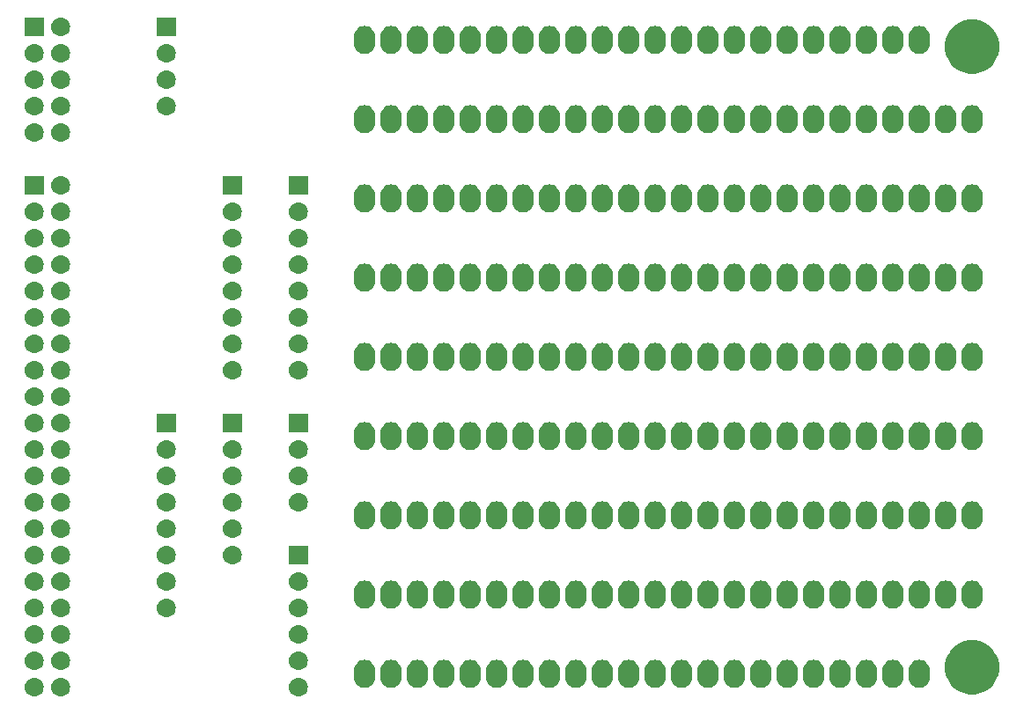
<source format=gbr>
G04 #@! TF.GenerationSoftware,KiCad,Pcbnew,(5.1.4)-1*
G04 #@! TF.CreationDate,2020-01-29T19:18:42+02:00*
G04 #@! TF.ProjectId,Protoboard,50726f74-6f62-46f6-9172-642e6b696361,rev?*
G04 #@! TF.SameCoordinates,Original*
G04 #@! TF.FileFunction,Soldermask,Bot*
G04 #@! TF.FilePolarity,Negative*
%FSLAX46Y46*%
G04 Gerber Fmt 4.6, Leading zero omitted, Abs format (unit mm)*
G04 Created by KiCad (PCBNEW (5.1.4)-1) date 2020-01-29 19:18:42*
%MOMM*%
%LPD*%
G04 APERTURE LIST*
%ADD10C,0.100000*%
G04 APERTURE END LIST*
D10*
G36*
X74405443Y-137535519D02*
G01*
X74471627Y-137542037D01*
X74641466Y-137593557D01*
X74797991Y-137677222D01*
X74833095Y-137706031D01*
X74935186Y-137789814D01*
X75018448Y-137891271D01*
X75047778Y-137927009D01*
X75131443Y-138083534D01*
X75182963Y-138253373D01*
X75200359Y-138430000D01*
X75182963Y-138606627D01*
X75131443Y-138776466D01*
X75047778Y-138932991D01*
X75018448Y-138968729D01*
X74935186Y-139070186D01*
X74833729Y-139153448D01*
X74797991Y-139182778D01*
X74641466Y-139266443D01*
X74471627Y-139317963D01*
X74405443Y-139324481D01*
X74339260Y-139331000D01*
X74250740Y-139331000D01*
X74184557Y-139324481D01*
X74118373Y-139317963D01*
X73948534Y-139266443D01*
X73792009Y-139182778D01*
X73756271Y-139153448D01*
X73654814Y-139070186D01*
X73571552Y-138968729D01*
X73542222Y-138932991D01*
X73458557Y-138776466D01*
X73407037Y-138606627D01*
X73389641Y-138430000D01*
X73407037Y-138253373D01*
X73458557Y-138083534D01*
X73542222Y-137927009D01*
X73571552Y-137891271D01*
X73654814Y-137789814D01*
X73756905Y-137706031D01*
X73792009Y-137677222D01*
X73948534Y-137593557D01*
X74118373Y-137542037D01*
X74184557Y-137535519D01*
X74250740Y-137529000D01*
X74339260Y-137529000D01*
X74405443Y-137535519D01*
X74405443Y-137535519D01*
G37*
G36*
X99805443Y-137535519D02*
G01*
X99871627Y-137542037D01*
X100041466Y-137593557D01*
X100197991Y-137677222D01*
X100233095Y-137706031D01*
X100335186Y-137789814D01*
X100418448Y-137891271D01*
X100447778Y-137927009D01*
X100531443Y-138083534D01*
X100582963Y-138253373D01*
X100600359Y-138430000D01*
X100582963Y-138606627D01*
X100531443Y-138776466D01*
X100447778Y-138932991D01*
X100418448Y-138968729D01*
X100335186Y-139070186D01*
X100233729Y-139153448D01*
X100197991Y-139182778D01*
X100041466Y-139266443D01*
X99871627Y-139317963D01*
X99805443Y-139324481D01*
X99739260Y-139331000D01*
X99650740Y-139331000D01*
X99584557Y-139324481D01*
X99518373Y-139317963D01*
X99348534Y-139266443D01*
X99192009Y-139182778D01*
X99156271Y-139153448D01*
X99054814Y-139070186D01*
X98971552Y-138968729D01*
X98942222Y-138932991D01*
X98858557Y-138776466D01*
X98807037Y-138606627D01*
X98789641Y-138430000D01*
X98807037Y-138253373D01*
X98858557Y-138083534D01*
X98942222Y-137927009D01*
X98971552Y-137891271D01*
X99054814Y-137789814D01*
X99156905Y-137706031D01*
X99192009Y-137677222D01*
X99348534Y-137593557D01*
X99518373Y-137542037D01*
X99584557Y-137535519D01*
X99650740Y-137529000D01*
X99739260Y-137529000D01*
X99805443Y-137535519D01*
X99805443Y-137535519D01*
G37*
G36*
X76945443Y-137535519D02*
G01*
X77011627Y-137542037D01*
X77181466Y-137593557D01*
X77337991Y-137677222D01*
X77373095Y-137706031D01*
X77475186Y-137789814D01*
X77558448Y-137891271D01*
X77587778Y-137927009D01*
X77671443Y-138083534D01*
X77722963Y-138253373D01*
X77740359Y-138430000D01*
X77722963Y-138606627D01*
X77671443Y-138776466D01*
X77587778Y-138932991D01*
X77558448Y-138968729D01*
X77475186Y-139070186D01*
X77373729Y-139153448D01*
X77337991Y-139182778D01*
X77181466Y-139266443D01*
X77011627Y-139317963D01*
X76945443Y-139324481D01*
X76879260Y-139331000D01*
X76790740Y-139331000D01*
X76724557Y-139324481D01*
X76658373Y-139317963D01*
X76488534Y-139266443D01*
X76332009Y-139182778D01*
X76296271Y-139153448D01*
X76194814Y-139070186D01*
X76111552Y-138968729D01*
X76082222Y-138932991D01*
X75998557Y-138776466D01*
X75947037Y-138606627D01*
X75929641Y-138430000D01*
X75947037Y-138253373D01*
X75998557Y-138083534D01*
X76082222Y-137927009D01*
X76111552Y-137891271D01*
X76194814Y-137789814D01*
X76296905Y-137706031D01*
X76332009Y-137677222D01*
X76488534Y-137593557D01*
X76658373Y-137542037D01*
X76724557Y-137535519D01*
X76790740Y-137529000D01*
X76879260Y-137529000D01*
X76945443Y-137535519D01*
X76945443Y-137535519D01*
G37*
G36*
X165223391Y-134024916D02*
G01*
X165696560Y-134220909D01*
X165696562Y-134220910D01*
X166122403Y-134505448D01*
X166484552Y-134867597D01*
X166608807Y-135053557D01*
X166769091Y-135293440D01*
X166965084Y-135766609D01*
X167065000Y-136268921D01*
X167065000Y-136781079D01*
X166965084Y-137283391D01*
X166790019Y-137706035D01*
X166769090Y-137756562D01*
X166484552Y-138182403D01*
X166122403Y-138544552D01*
X165696562Y-138829090D01*
X165696561Y-138829091D01*
X165696560Y-138829091D01*
X165223391Y-139025084D01*
X164721079Y-139125000D01*
X164208921Y-139125000D01*
X163706609Y-139025084D01*
X163233440Y-138829091D01*
X163233439Y-138829091D01*
X163233438Y-138829090D01*
X162807597Y-138544552D01*
X162445448Y-138182403D01*
X162160910Y-137756562D01*
X162139981Y-137706035D01*
X161964916Y-137283391D01*
X161865000Y-136781079D01*
X161865000Y-136268921D01*
X161964916Y-135766609D01*
X162160909Y-135293440D01*
X162321194Y-135053557D01*
X162445448Y-134867597D01*
X162807597Y-134505448D01*
X163233438Y-134220910D01*
X163233440Y-134220909D01*
X163706609Y-134024916D01*
X164208921Y-133925000D01*
X164721079Y-133925000D01*
X165223391Y-134024916D01*
X165223391Y-134024916D01*
G37*
G36*
X121481031Y-135824469D02*
G01*
X121575284Y-135853061D01*
X121669534Y-135881651D01*
X121669536Y-135881652D01*
X121843258Y-135974507D01*
X121995528Y-136099472D01*
X122120493Y-136251742D01*
X122213348Y-136425463D01*
X122270531Y-136613968D01*
X122285000Y-136760876D01*
X122285000Y-137559123D01*
X122270531Y-137706031D01*
X122213348Y-137894537D01*
X122120493Y-138068258D01*
X121995528Y-138220528D01*
X121843258Y-138345493D01*
X121685155Y-138430000D01*
X121669535Y-138438349D01*
X121575284Y-138466940D01*
X121481032Y-138495531D01*
X121285000Y-138514838D01*
X121088969Y-138495531D01*
X120994717Y-138466940D01*
X120900466Y-138438349D01*
X120884846Y-138430000D01*
X120726743Y-138345493D01*
X120574473Y-138220528D01*
X120449508Y-138068258D01*
X120356651Y-137894534D01*
X120299469Y-137706035D01*
X120285000Y-137559124D01*
X120285000Y-136760877D01*
X120299469Y-136613969D01*
X120356652Y-136425464D01*
X120449507Y-136251742D01*
X120574472Y-136099472D01*
X120726742Y-135974507D01*
X120900463Y-135881652D01*
X120900465Y-135881651D01*
X120994715Y-135853061D01*
X121088968Y-135824469D01*
X121285000Y-135805162D01*
X121481031Y-135824469D01*
X121481031Y-135824469D01*
G37*
G36*
X118941031Y-135824469D02*
G01*
X119035284Y-135853061D01*
X119129534Y-135881651D01*
X119129536Y-135881652D01*
X119303258Y-135974507D01*
X119455528Y-136099472D01*
X119580493Y-136251742D01*
X119673348Y-136425463D01*
X119730531Y-136613968D01*
X119745000Y-136760876D01*
X119745000Y-137559123D01*
X119730531Y-137706031D01*
X119673348Y-137894537D01*
X119580493Y-138068258D01*
X119455528Y-138220528D01*
X119303258Y-138345493D01*
X119145155Y-138430000D01*
X119129535Y-138438349D01*
X119035284Y-138466940D01*
X118941032Y-138495531D01*
X118745000Y-138514838D01*
X118548969Y-138495531D01*
X118454717Y-138466940D01*
X118360466Y-138438349D01*
X118344846Y-138430000D01*
X118186743Y-138345493D01*
X118034473Y-138220528D01*
X117909508Y-138068258D01*
X117816651Y-137894534D01*
X117759469Y-137706035D01*
X117745000Y-137559124D01*
X117745000Y-136760877D01*
X117759469Y-136613969D01*
X117816652Y-136425464D01*
X117909507Y-136251742D01*
X118034472Y-136099472D01*
X118186742Y-135974507D01*
X118360463Y-135881652D01*
X118360465Y-135881651D01*
X118454715Y-135853061D01*
X118548968Y-135824469D01*
X118745000Y-135805162D01*
X118941031Y-135824469D01*
X118941031Y-135824469D01*
G37*
G36*
X124021031Y-135824469D02*
G01*
X124115284Y-135853061D01*
X124209534Y-135881651D01*
X124209536Y-135881652D01*
X124383258Y-135974507D01*
X124535528Y-136099472D01*
X124660493Y-136251742D01*
X124753348Y-136425463D01*
X124810531Y-136613968D01*
X124825000Y-136760876D01*
X124825000Y-137559123D01*
X124810531Y-137706031D01*
X124753348Y-137894537D01*
X124660493Y-138068258D01*
X124535528Y-138220528D01*
X124383258Y-138345493D01*
X124225155Y-138430000D01*
X124209535Y-138438349D01*
X124115284Y-138466940D01*
X124021032Y-138495531D01*
X123825000Y-138514838D01*
X123628969Y-138495531D01*
X123534717Y-138466940D01*
X123440466Y-138438349D01*
X123424846Y-138430000D01*
X123266743Y-138345493D01*
X123114473Y-138220528D01*
X122989508Y-138068258D01*
X122896651Y-137894534D01*
X122839469Y-137706035D01*
X122825000Y-137559124D01*
X122825000Y-136760877D01*
X122839469Y-136613969D01*
X122896652Y-136425464D01*
X122989507Y-136251742D01*
X123114472Y-136099472D01*
X123266742Y-135974507D01*
X123440463Y-135881652D01*
X123440465Y-135881651D01*
X123534715Y-135853061D01*
X123628968Y-135824469D01*
X123825000Y-135805162D01*
X124021031Y-135824469D01*
X124021031Y-135824469D01*
G37*
G36*
X126561031Y-135824469D02*
G01*
X126655284Y-135853061D01*
X126749534Y-135881651D01*
X126749536Y-135881652D01*
X126923258Y-135974507D01*
X127075528Y-136099472D01*
X127200493Y-136251742D01*
X127293348Y-136425463D01*
X127350531Y-136613968D01*
X127365000Y-136760876D01*
X127365000Y-137559123D01*
X127350531Y-137706031D01*
X127293348Y-137894537D01*
X127200493Y-138068258D01*
X127075528Y-138220528D01*
X126923258Y-138345493D01*
X126765155Y-138430000D01*
X126749535Y-138438349D01*
X126655284Y-138466940D01*
X126561032Y-138495531D01*
X126365000Y-138514838D01*
X126168969Y-138495531D01*
X126074717Y-138466940D01*
X125980466Y-138438349D01*
X125964846Y-138430000D01*
X125806743Y-138345493D01*
X125654473Y-138220528D01*
X125529508Y-138068258D01*
X125436651Y-137894534D01*
X125379469Y-137706035D01*
X125365000Y-137559124D01*
X125365000Y-136760877D01*
X125379469Y-136613969D01*
X125436652Y-136425464D01*
X125529507Y-136251742D01*
X125654472Y-136099472D01*
X125806742Y-135974507D01*
X125980463Y-135881652D01*
X125980465Y-135881651D01*
X126074715Y-135853061D01*
X126168968Y-135824469D01*
X126365000Y-135805162D01*
X126561031Y-135824469D01*
X126561031Y-135824469D01*
G37*
G36*
X129101031Y-135824469D02*
G01*
X129195284Y-135853061D01*
X129289534Y-135881651D01*
X129289536Y-135881652D01*
X129463258Y-135974507D01*
X129615528Y-136099472D01*
X129740493Y-136251742D01*
X129833348Y-136425463D01*
X129890531Y-136613968D01*
X129905000Y-136760876D01*
X129905000Y-137559123D01*
X129890531Y-137706031D01*
X129833348Y-137894537D01*
X129740493Y-138068258D01*
X129615528Y-138220528D01*
X129463258Y-138345493D01*
X129305155Y-138430000D01*
X129289535Y-138438349D01*
X129195284Y-138466940D01*
X129101032Y-138495531D01*
X128905000Y-138514838D01*
X128708969Y-138495531D01*
X128614717Y-138466940D01*
X128520466Y-138438349D01*
X128504846Y-138430000D01*
X128346743Y-138345493D01*
X128194473Y-138220528D01*
X128069508Y-138068258D01*
X127976651Y-137894534D01*
X127919469Y-137706035D01*
X127905000Y-137559124D01*
X127905000Y-136760877D01*
X127919469Y-136613969D01*
X127976652Y-136425464D01*
X128069507Y-136251742D01*
X128194472Y-136099472D01*
X128346742Y-135974507D01*
X128520463Y-135881652D01*
X128520465Y-135881651D01*
X128614715Y-135853061D01*
X128708968Y-135824469D01*
X128905000Y-135805162D01*
X129101031Y-135824469D01*
X129101031Y-135824469D01*
G37*
G36*
X131641031Y-135824469D02*
G01*
X131735284Y-135853061D01*
X131829534Y-135881651D01*
X131829536Y-135881652D01*
X132003258Y-135974507D01*
X132155528Y-136099472D01*
X132280493Y-136251742D01*
X132373348Y-136425463D01*
X132430531Y-136613968D01*
X132445000Y-136760876D01*
X132445000Y-137559123D01*
X132430531Y-137706031D01*
X132373348Y-137894537D01*
X132280493Y-138068258D01*
X132155528Y-138220528D01*
X132003258Y-138345493D01*
X131845155Y-138430000D01*
X131829535Y-138438349D01*
X131735284Y-138466940D01*
X131641032Y-138495531D01*
X131445000Y-138514838D01*
X131248969Y-138495531D01*
X131154717Y-138466940D01*
X131060466Y-138438349D01*
X131044846Y-138430000D01*
X130886743Y-138345493D01*
X130734473Y-138220528D01*
X130609508Y-138068258D01*
X130516651Y-137894534D01*
X130459469Y-137706035D01*
X130445000Y-137559124D01*
X130445000Y-136760877D01*
X130459469Y-136613969D01*
X130516652Y-136425464D01*
X130609507Y-136251742D01*
X130734472Y-136099472D01*
X130886742Y-135974507D01*
X131060463Y-135881652D01*
X131060465Y-135881651D01*
X131154715Y-135853061D01*
X131248968Y-135824469D01*
X131445000Y-135805162D01*
X131641031Y-135824469D01*
X131641031Y-135824469D01*
G37*
G36*
X136721031Y-135824469D02*
G01*
X136815284Y-135853061D01*
X136909534Y-135881651D01*
X136909536Y-135881652D01*
X137083258Y-135974507D01*
X137235528Y-136099472D01*
X137360493Y-136251742D01*
X137453348Y-136425463D01*
X137510531Y-136613968D01*
X137525000Y-136760876D01*
X137525000Y-137559123D01*
X137510531Y-137706031D01*
X137453348Y-137894537D01*
X137360493Y-138068258D01*
X137235528Y-138220528D01*
X137083258Y-138345493D01*
X136925155Y-138430000D01*
X136909535Y-138438349D01*
X136815284Y-138466940D01*
X136721032Y-138495531D01*
X136525000Y-138514838D01*
X136328969Y-138495531D01*
X136234717Y-138466940D01*
X136140466Y-138438349D01*
X136124846Y-138430000D01*
X135966743Y-138345493D01*
X135814473Y-138220528D01*
X135689508Y-138068258D01*
X135596651Y-137894534D01*
X135539469Y-137706035D01*
X135525000Y-137559124D01*
X135525000Y-136760877D01*
X135539469Y-136613969D01*
X135596652Y-136425464D01*
X135689507Y-136251742D01*
X135814472Y-136099472D01*
X135966742Y-135974507D01*
X136140463Y-135881652D01*
X136140465Y-135881651D01*
X136234715Y-135853061D01*
X136328968Y-135824469D01*
X136525000Y-135805162D01*
X136721031Y-135824469D01*
X136721031Y-135824469D01*
G37*
G36*
X139261031Y-135824469D02*
G01*
X139355284Y-135853061D01*
X139449534Y-135881651D01*
X139449536Y-135881652D01*
X139623258Y-135974507D01*
X139775528Y-136099472D01*
X139900493Y-136251742D01*
X139993348Y-136425463D01*
X140050531Y-136613968D01*
X140065000Y-136760876D01*
X140065000Y-137559123D01*
X140050531Y-137706031D01*
X139993348Y-137894537D01*
X139900493Y-138068258D01*
X139775528Y-138220528D01*
X139623258Y-138345493D01*
X139465155Y-138430000D01*
X139449535Y-138438349D01*
X139355284Y-138466940D01*
X139261032Y-138495531D01*
X139065000Y-138514838D01*
X138868969Y-138495531D01*
X138774717Y-138466940D01*
X138680466Y-138438349D01*
X138664846Y-138430000D01*
X138506743Y-138345493D01*
X138354473Y-138220528D01*
X138229508Y-138068258D01*
X138136651Y-137894534D01*
X138079469Y-137706035D01*
X138065000Y-137559124D01*
X138065000Y-136760877D01*
X138079469Y-136613969D01*
X138136652Y-136425464D01*
X138229507Y-136251742D01*
X138354472Y-136099472D01*
X138506742Y-135974507D01*
X138680463Y-135881652D01*
X138680465Y-135881651D01*
X138774715Y-135853061D01*
X138868968Y-135824469D01*
X139065000Y-135805162D01*
X139261031Y-135824469D01*
X139261031Y-135824469D01*
G37*
G36*
X141801031Y-135824469D02*
G01*
X141895284Y-135853061D01*
X141989534Y-135881651D01*
X141989536Y-135881652D01*
X142163258Y-135974507D01*
X142315528Y-136099472D01*
X142440493Y-136251742D01*
X142533348Y-136425463D01*
X142590531Y-136613968D01*
X142605000Y-136760876D01*
X142605000Y-137559123D01*
X142590531Y-137706031D01*
X142533348Y-137894537D01*
X142440493Y-138068258D01*
X142315528Y-138220528D01*
X142163258Y-138345493D01*
X142005155Y-138430000D01*
X141989535Y-138438349D01*
X141895284Y-138466940D01*
X141801032Y-138495531D01*
X141605000Y-138514838D01*
X141408969Y-138495531D01*
X141314717Y-138466940D01*
X141220466Y-138438349D01*
X141204846Y-138430000D01*
X141046743Y-138345493D01*
X140894473Y-138220528D01*
X140769508Y-138068258D01*
X140676651Y-137894534D01*
X140619469Y-137706035D01*
X140605000Y-137559124D01*
X140605000Y-136760877D01*
X140619469Y-136613969D01*
X140676652Y-136425464D01*
X140769507Y-136251742D01*
X140894472Y-136099472D01*
X141046742Y-135974507D01*
X141220463Y-135881652D01*
X141220465Y-135881651D01*
X141314715Y-135853061D01*
X141408968Y-135824469D01*
X141605000Y-135805162D01*
X141801031Y-135824469D01*
X141801031Y-135824469D01*
G37*
G36*
X144341031Y-135824469D02*
G01*
X144435284Y-135853061D01*
X144529534Y-135881651D01*
X144529536Y-135881652D01*
X144703258Y-135974507D01*
X144855528Y-136099472D01*
X144980493Y-136251742D01*
X145073348Y-136425463D01*
X145130531Y-136613968D01*
X145145000Y-136760876D01*
X145145000Y-137559123D01*
X145130531Y-137706031D01*
X145073348Y-137894537D01*
X144980493Y-138068258D01*
X144855528Y-138220528D01*
X144703258Y-138345493D01*
X144545155Y-138430000D01*
X144529535Y-138438349D01*
X144435284Y-138466940D01*
X144341032Y-138495531D01*
X144145000Y-138514838D01*
X143948969Y-138495531D01*
X143854717Y-138466940D01*
X143760466Y-138438349D01*
X143744846Y-138430000D01*
X143586743Y-138345493D01*
X143434473Y-138220528D01*
X143309508Y-138068258D01*
X143216651Y-137894534D01*
X143159469Y-137706035D01*
X143145000Y-137559124D01*
X143145000Y-136760877D01*
X143159469Y-136613969D01*
X143216652Y-136425464D01*
X143309507Y-136251742D01*
X143434472Y-136099472D01*
X143586742Y-135974507D01*
X143760463Y-135881652D01*
X143760465Y-135881651D01*
X143854715Y-135853061D01*
X143948968Y-135824469D01*
X144145000Y-135805162D01*
X144341031Y-135824469D01*
X144341031Y-135824469D01*
G37*
G36*
X146881031Y-135824469D02*
G01*
X146975284Y-135853061D01*
X147069534Y-135881651D01*
X147069536Y-135881652D01*
X147243258Y-135974507D01*
X147395528Y-136099472D01*
X147520493Y-136251742D01*
X147613348Y-136425463D01*
X147670531Y-136613968D01*
X147685000Y-136760876D01*
X147685000Y-137559123D01*
X147670531Y-137706031D01*
X147613348Y-137894537D01*
X147520493Y-138068258D01*
X147395528Y-138220528D01*
X147243258Y-138345493D01*
X147085155Y-138430000D01*
X147069535Y-138438349D01*
X146975284Y-138466940D01*
X146881032Y-138495531D01*
X146685000Y-138514838D01*
X146488969Y-138495531D01*
X146394717Y-138466940D01*
X146300466Y-138438349D01*
X146284846Y-138430000D01*
X146126743Y-138345493D01*
X145974473Y-138220528D01*
X145849508Y-138068258D01*
X145756651Y-137894534D01*
X145699469Y-137706035D01*
X145685000Y-137559124D01*
X145685000Y-136760877D01*
X145699469Y-136613969D01*
X145756652Y-136425464D01*
X145849507Y-136251742D01*
X145974472Y-136099472D01*
X146126742Y-135974507D01*
X146300463Y-135881652D01*
X146300465Y-135881651D01*
X146394715Y-135853061D01*
X146488968Y-135824469D01*
X146685000Y-135805162D01*
X146881031Y-135824469D01*
X146881031Y-135824469D01*
G37*
G36*
X111321031Y-135824469D02*
G01*
X111415284Y-135853061D01*
X111509534Y-135881651D01*
X111509536Y-135881652D01*
X111683258Y-135974507D01*
X111835528Y-136099472D01*
X111960493Y-136251742D01*
X112053348Y-136425463D01*
X112110531Y-136613968D01*
X112125000Y-136760876D01*
X112125000Y-137559123D01*
X112110531Y-137706031D01*
X112053348Y-137894537D01*
X111960493Y-138068258D01*
X111835528Y-138220528D01*
X111683258Y-138345493D01*
X111525155Y-138430000D01*
X111509535Y-138438349D01*
X111415284Y-138466940D01*
X111321032Y-138495531D01*
X111125000Y-138514838D01*
X110928969Y-138495531D01*
X110834717Y-138466940D01*
X110740466Y-138438349D01*
X110724846Y-138430000D01*
X110566743Y-138345493D01*
X110414473Y-138220528D01*
X110289508Y-138068258D01*
X110196651Y-137894534D01*
X110139469Y-137706035D01*
X110125000Y-137559124D01*
X110125000Y-136760877D01*
X110139469Y-136613969D01*
X110196652Y-136425464D01*
X110289507Y-136251742D01*
X110414472Y-136099472D01*
X110566742Y-135974507D01*
X110740463Y-135881652D01*
X110740465Y-135881651D01*
X110834715Y-135853061D01*
X110928968Y-135824469D01*
X111125000Y-135805162D01*
X111321031Y-135824469D01*
X111321031Y-135824469D01*
G37*
G36*
X113861031Y-135824469D02*
G01*
X113955284Y-135853061D01*
X114049534Y-135881651D01*
X114049536Y-135881652D01*
X114223258Y-135974507D01*
X114375528Y-136099472D01*
X114500493Y-136251742D01*
X114593348Y-136425463D01*
X114650531Y-136613968D01*
X114665000Y-136760876D01*
X114665000Y-137559123D01*
X114650531Y-137706031D01*
X114593348Y-137894537D01*
X114500493Y-138068258D01*
X114375528Y-138220528D01*
X114223258Y-138345493D01*
X114065155Y-138430000D01*
X114049535Y-138438349D01*
X113955284Y-138466940D01*
X113861032Y-138495531D01*
X113665000Y-138514838D01*
X113468969Y-138495531D01*
X113374717Y-138466940D01*
X113280466Y-138438349D01*
X113264846Y-138430000D01*
X113106743Y-138345493D01*
X112954473Y-138220528D01*
X112829508Y-138068258D01*
X112736651Y-137894534D01*
X112679469Y-137706035D01*
X112665000Y-137559124D01*
X112665000Y-136760877D01*
X112679469Y-136613969D01*
X112736652Y-136425464D01*
X112829507Y-136251742D01*
X112954472Y-136099472D01*
X113106742Y-135974507D01*
X113280463Y-135881652D01*
X113280465Y-135881651D01*
X113374715Y-135853061D01*
X113468968Y-135824469D01*
X113665000Y-135805162D01*
X113861031Y-135824469D01*
X113861031Y-135824469D01*
G37*
G36*
X116401031Y-135824469D02*
G01*
X116495284Y-135853061D01*
X116589534Y-135881651D01*
X116589536Y-135881652D01*
X116763258Y-135974507D01*
X116915528Y-136099472D01*
X117040493Y-136251742D01*
X117133348Y-136425463D01*
X117190531Y-136613968D01*
X117205000Y-136760876D01*
X117205000Y-137559123D01*
X117190531Y-137706031D01*
X117133348Y-137894537D01*
X117040493Y-138068258D01*
X116915528Y-138220528D01*
X116763258Y-138345493D01*
X116605155Y-138430000D01*
X116589535Y-138438349D01*
X116495284Y-138466940D01*
X116401032Y-138495531D01*
X116205000Y-138514838D01*
X116008969Y-138495531D01*
X115914717Y-138466940D01*
X115820466Y-138438349D01*
X115804846Y-138430000D01*
X115646743Y-138345493D01*
X115494473Y-138220528D01*
X115369508Y-138068258D01*
X115276651Y-137894534D01*
X115219469Y-137706035D01*
X115205000Y-137559124D01*
X115205000Y-136760877D01*
X115219469Y-136613969D01*
X115276652Y-136425464D01*
X115369507Y-136251742D01*
X115494472Y-136099472D01*
X115646742Y-135974507D01*
X115820463Y-135881652D01*
X115820465Y-135881651D01*
X115914715Y-135853061D01*
X116008968Y-135824469D01*
X116205000Y-135805162D01*
X116401031Y-135824469D01*
X116401031Y-135824469D01*
G37*
G36*
X108781031Y-135824469D02*
G01*
X108875284Y-135853061D01*
X108969534Y-135881651D01*
X108969536Y-135881652D01*
X109143258Y-135974507D01*
X109295528Y-136099472D01*
X109420493Y-136251742D01*
X109513348Y-136425463D01*
X109570531Y-136613968D01*
X109585000Y-136760876D01*
X109585000Y-137559123D01*
X109570531Y-137706031D01*
X109513348Y-137894537D01*
X109420493Y-138068258D01*
X109295528Y-138220528D01*
X109143258Y-138345493D01*
X108985155Y-138430000D01*
X108969535Y-138438349D01*
X108875284Y-138466940D01*
X108781032Y-138495531D01*
X108585000Y-138514838D01*
X108388969Y-138495531D01*
X108294717Y-138466940D01*
X108200466Y-138438349D01*
X108184846Y-138430000D01*
X108026743Y-138345493D01*
X107874473Y-138220528D01*
X107749508Y-138068258D01*
X107656651Y-137894534D01*
X107599469Y-137706035D01*
X107585000Y-137559124D01*
X107585000Y-136760877D01*
X107599469Y-136613969D01*
X107656652Y-136425464D01*
X107749507Y-136251742D01*
X107874472Y-136099472D01*
X108026742Y-135974507D01*
X108200463Y-135881652D01*
X108200465Y-135881651D01*
X108294715Y-135853061D01*
X108388968Y-135824469D01*
X108585000Y-135805162D01*
X108781031Y-135824469D01*
X108781031Y-135824469D01*
G37*
G36*
X134181031Y-135824469D02*
G01*
X134275284Y-135853061D01*
X134369534Y-135881651D01*
X134369536Y-135881652D01*
X134543258Y-135974507D01*
X134695528Y-136099472D01*
X134820493Y-136251742D01*
X134913348Y-136425463D01*
X134970531Y-136613968D01*
X134985000Y-136760876D01*
X134985000Y-137559123D01*
X134970531Y-137706031D01*
X134913348Y-137894537D01*
X134820493Y-138068258D01*
X134695528Y-138220528D01*
X134543258Y-138345493D01*
X134385155Y-138430000D01*
X134369535Y-138438349D01*
X134275284Y-138466940D01*
X134181032Y-138495531D01*
X133985000Y-138514838D01*
X133788969Y-138495531D01*
X133694717Y-138466940D01*
X133600466Y-138438349D01*
X133584846Y-138430000D01*
X133426743Y-138345493D01*
X133274473Y-138220528D01*
X133149508Y-138068258D01*
X133056651Y-137894534D01*
X132999469Y-137706035D01*
X132985000Y-137559124D01*
X132985000Y-136760877D01*
X132999469Y-136613969D01*
X133056652Y-136425464D01*
X133149507Y-136251742D01*
X133274472Y-136099472D01*
X133426742Y-135974507D01*
X133600463Y-135881652D01*
X133600465Y-135881651D01*
X133694715Y-135853061D01*
X133788968Y-135824469D01*
X133985000Y-135805162D01*
X134181031Y-135824469D01*
X134181031Y-135824469D01*
G37*
G36*
X106241031Y-135824469D02*
G01*
X106335284Y-135853061D01*
X106429534Y-135881651D01*
X106429536Y-135881652D01*
X106603258Y-135974507D01*
X106755528Y-136099472D01*
X106880493Y-136251742D01*
X106973348Y-136425463D01*
X107030531Y-136613968D01*
X107045000Y-136760876D01*
X107045000Y-137559123D01*
X107030531Y-137706031D01*
X106973348Y-137894537D01*
X106880493Y-138068258D01*
X106755528Y-138220528D01*
X106603258Y-138345493D01*
X106445155Y-138430000D01*
X106429535Y-138438349D01*
X106335284Y-138466940D01*
X106241032Y-138495531D01*
X106045000Y-138514838D01*
X105848969Y-138495531D01*
X105754717Y-138466940D01*
X105660466Y-138438349D01*
X105644846Y-138430000D01*
X105486743Y-138345493D01*
X105334473Y-138220528D01*
X105209508Y-138068258D01*
X105116651Y-137894534D01*
X105059469Y-137706035D01*
X105045000Y-137559124D01*
X105045000Y-136760877D01*
X105059469Y-136613969D01*
X105116652Y-136425464D01*
X105209507Y-136251742D01*
X105334472Y-136099472D01*
X105486742Y-135974507D01*
X105660463Y-135881652D01*
X105660465Y-135881651D01*
X105754715Y-135853061D01*
X105848968Y-135824469D01*
X106045000Y-135805162D01*
X106241031Y-135824469D01*
X106241031Y-135824469D01*
G37*
G36*
X154501031Y-135824469D02*
G01*
X154595284Y-135853061D01*
X154689534Y-135881651D01*
X154689536Y-135881652D01*
X154863258Y-135974507D01*
X155015528Y-136099472D01*
X155140493Y-136251742D01*
X155233348Y-136425463D01*
X155290531Y-136613968D01*
X155305000Y-136760876D01*
X155305000Y-137559123D01*
X155290531Y-137706031D01*
X155233348Y-137894537D01*
X155140493Y-138068258D01*
X155015528Y-138220528D01*
X154863258Y-138345493D01*
X154705155Y-138430000D01*
X154689535Y-138438349D01*
X154595284Y-138466940D01*
X154501032Y-138495531D01*
X154305000Y-138514838D01*
X154108969Y-138495531D01*
X154014717Y-138466940D01*
X153920466Y-138438349D01*
X153904846Y-138430000D01*
X153746743Y-138345493D01*
X153594473Y-138220528D01*
X153469508Y-138068258D01*
X153376651Y-137894534D01*
X153319469Y-137706035D01*
X153305000Y-137559124D01*
X153305000Y-136760877D01*
X153319469Y-136613969D01*
X153376652Y-136425464D01*
X153469507Y-136251742D01*
X153594472Y-136099472D01*
X153746742Y-135974507D01*
X153920463Y-135881652D01*
X153920465Y-135881651D01*
X154014715Y-135853061D01*
X154108968Y-135824469D01*
X154305000Y-135805162D01*
X154501031Y-135824469D01*
X154501031Y-135824469D01*
G37*
G36*
X159581031Y-135824469D02*
G01*
X159675284Y-135853061D01*
X159769534Y-135881651D01*
X159769536Y-135881652D01*
X159943258Y-135974507D01*
X160095528Y-136099472D01*
X160220493Y-136251742D01*
X160313348Y-136425463D01*
X160370531Y-136613968D01*
X160385000Y-136760876D01*
X160385000Y-137559123D01*
X160370531Y-137706031D01*
X160313348Y-137894537D01*
X160220493Y-138068258D01*
X160095528Y-138220528D01*
X159943258Y-138345493D01*
X159785155Y-138430000D01*
X159769535Y-138438349D01*
X159675284Y-138466940D01*
X159581032Y-138495531D01*
X159385000Y-138514838D01*
X159188969Y-138495531D01*
X159094717Y-138466940D01*
X159000466Y-138438349D01*
X158984846Y-138430000D01*
X158826743Y-138345493D01*
X158674473Y-138220528D01*
X158549508Y-138068258D01*
X158456651Y-137894534D01*
X158399469Y-137706035D01*
X158385000Y-137559124D01*
X158385000Y-136760877D01*
X158399469Y-136613969D01*
X158456652Y-136425464D01*
X158549507Y-136251742D01*
X158674472Y-136099472D01*
X158826742Y-135974507D01*
X159000463Y-135881652D01*
X159000465Y-135881651D01*
X159094715Y-135853061D01*
X159188968Y-135824469D01*
X159385000Y-135805162D01*
X159581031Y-135824469D01*
X159581031Y-135824469D01*
G37*
G36*
X151961031Y-135824469D02*
G01*
X152055284Y-135853061D01*
X152149534Y-135881651D01*
X152149536Y-135881652D01*
X152323258Y-135974507D01*
X152475528Y-136099472D01*
X152600493Y-136251742D01*
X152693348Y-136425463D01*
X152750531Y-136613968D01*
X152765000Y-136760876D01*
X152765000Y-137559123D01*
X152750531Y-137706031D01*
X152693348Y-137894537D01*
X152600493Y-138068258D01*
X152475528Y-138220528D01*
X152323258Y-138345493D01*
X152165155Y-138430000D01*
X152149535Y-138438349D01*
X152055284Y-138466940D01*
X151961032Y-138495531D01*
X151765000Y-138514838D01*
X151568969Y-138495531D01*
X151474717Y-138466940D01*
X151380466Y-138438349D01*
X151364846Y-138430000D01*
X151206743Y-138345493D01*
X151054473Y-138220528D01*
X150929508Y-138068258D01*
X150836651Y-137894534D01*
X150779469Y-137706035D01*
X150765000Y-137559124D01*
X150765000Y-136760877D01*
X150779469Y-136613969D01*
X150836652Y-136425464D01*
X150929507Y-136251742D01*
X151054472Y-136099472D01*
X151206742Y-135974507D01*
X151380463Y-135881652D01*
X151380465Y-135881651D01*
X151474715Y-135853061D01*
X151568968Y-135824469D01*
X151765000Y-135805162D01*
X151961031Y-135824469D01*
X151961031Y-135824469D01*
G37*
G36*
X157041031Y-135824469D02*
G01*
X157135284Y-135853061D01*
X157229534Y-135881651D01*
X157229536Y-135881652D01*
X157403258Y-135974507D01*
X157555528Y-136099472D01*
X157680493Y-136251742D01*
X157773348Y-136425463D01*
X157830531Y-136613968D01*
X157845000Y-136760876D01*
X157845000Y-137559123D01*
X157830531Y-137706031D01*
X157773348Y-137894537D01*
X157680493Y-138068258D01*
X157555528Y-138220528D01*
X157403258Y-138345493D01*
X157245155Y-138430000D01*
X157229535Y-138438349D01*
X157135284Y-138466940D01*
X157041032Y-138495531D01*
X156845000Y-138514838D01*
X156648969Y-138495531D01*
X156554717Y-138466940D01*
X156460466Y-138438349D01*
X156444846Y-138430000D01*
X156286743Y-138345493D01*
X156134473Y-138220528D01*
X156009508Y-138068258D01*
X155916651Y-137894534D01*
X155859469Y-137706035D01*
X155845000Y-137559124D01*
X155845000Y-136760877D01*
X155859469Y-136613969D01*
X155916652Y-136425464D01*
X156009507Y-136251742D01*
X156134472Y-136099472D01*
X156286742Y-135974507D01*
X156460463Y-135881652D01*
X156460465Y-135881651D01*
X156554715Y-135853061D01*
X156648968Y-135824469D01*
X156845000Y-135805162D01*
X157041031Y-135824469D01*
X157041031Y-135824469D01*
G37*
G36*
X149421031Y-135824469D02*
G01*
X149515284Y-135853061D01*
X149609534Y-135881651D01*
X149609536Y-135881652D01*
X149783258Y-135974507D01*
X149935528Y-136099472D01*
X150060493Y-136251742D01*
X150153348Y-136425463D01*
X150210531Y-136613968D01*
X150225000Y-136760876D01*
X150225000Y-137559123D01*
X150210531Y-137706031D01*
X150153348Y-137894537D01*
X150060493Y-138068258D01*
X149935528Y-138220528D01*
X149783258Y-138345493D01*
X149625155Y-138430000D01*
X149609535Y-138438349D01*
X149515284Y-138466940D01*
X149421032Y-138495531D01*
X149225000Y-138514838D01*
X149028969Y-138495531D01*
X148934717Y-138466940D01*
X148840466Y-138438349D01*
X148824846Y-138430000D01*
X148666743Y-138345493D01*
X148514473Y-138220528D01*
X148389508Y-138068258D01*
X148296651Y-137894534D01*
X148239469Y-137706035D01*
X148225000Y-137559124D01*
X148225000Y-136760877D01*
X148239469Y-136613969D01*
X148296652Y-136425464D01*
X148389507Y-136251742D01*
X148514472Y-136099472D01*
X148666742Y-135974507D01*
X148840463Y-135881652D01*
X148840465Y-135881651D01*
X148934715Y-135853061D01*
X149028968Y-135824469D01*
X149225000Y-135805162D01*
X149421031Y-135824469D01*
X149421031Y-135824469D01*
G37*
G36*
X74405442Y-134995518D02*
G01*
X74471627Y-135002037D01*
X74641466Y-135053557D01*
X74797991Y-135137222D01*
X74833729Y-135166552D01*
X74935186Y-135249814D01*
X75018448Y-135351271D01*
X75047778Y-135387009D01*
X75131443Y-135543534D01*
X75182963Y-135713373D01*
X75200359Y-135890000D01*
X75182963Y-136066627D01*
X75131443Y-136236466D01*
X75047778Y-136392991D01*
X75021129Y-136425463D01*
X74935186Y-136530186D01*
X74833729Y-136613448D01*
X74797991Y-136642778D01*
X74641466Y-136726443D01*
X74471627Y-136777963D01*
X74405442Y-136784482D01*
X74339260Y-136791000D01*
X74250740Y-136791000D01*
X74184558Y-136784482D01*
X74118373Y-136777963D01*
X73948534Y-136726443D01*
X73792009Y-136642778D01*
X73756271Y-136613448D01*
X73654814Y-136530186D01*
X73568871Y-136425463D01*
X73542222Y-136392991D01*
X73458557Y-136236466D01*
X73407037Y-136066627D01*
X73389641Y-135890000D01*
X73407037Y-135713373D01*
X73458557Y-135543534D01*
X73542222Y-135387009D01*
X73571552Y-135351271D01*
X73654814Y-135249814D01*
X73756271Y-135166552D01*
X73792009Y-135137222D01*
X73948534Y-135053557D01*
X74118373Y-135002037D01*
X74184558Y-134995518D01*
X74250740Y-134989000D01*
X74339260Y-134989000D01*
X74405442Y-134995518D01*
X74405442Y-134995518D01*
G37*
G36*
X76945442Y-134995518D02*
G01*
X77011627Y-135002037D01*
X77181466Y-135053557D01*
X77337991Y-135137222D01*
X77373729Y-135166552D01*
X77475186Y-135249814D01*
X77558448Y-135351271D01*
X77587778Y-135387009D01*
X77671443Y-135543534D01*
X77722963Y-135713373D01*
X77740359Y-135890000D01*
X77722963Y-136066627D01*
X77671443Y-136236466D01*
X77587778Y-136392991D01*
X77561129Y-136425463D01*
X77475186Y-136530186D01*
X77373729Y-136613448D01*
X77337991Y-136642778D01*
X77181466Y-136726443D01*
X77011627Y-136777963D01*
X76945442Y-136784482D01*
X76879260Y-136791000D01*
X76790740Y-136791000D01*
X76724558Y-136784482D01*
X76658373Y-136777963D01*
X76488534Y-136726443D01*
X76332009Y-136642778D01*
X76296271Y-136613448D01*
X76194814Y-136530186D01*
X76108871Y-136425463D01*
X76082222Y-136392991D01*
X75998557Y-136236466D01*
X75947037Y-136066627D01*
X75929641Y-135890000D01*
X75947037Y-135713373D01*
X75998557Y-135543534D01*
X76082222Y-135387009D01*
X76111552Y-135351271D01*
X76194814Y-135249814D01*
X76296271Y-135166552D01*
X76332009Y-135137222D01*
X76488534Y-135053557D01*
X76658373Y-135002037D01*
X76724558Y-134995518D01*
X76790740Y-134989000D01*
X76879260Y-134989000D01*
X76945442Y-134995518D01*
X76945442Y-134995518D01*
G37*
G36*
X99805442Y-134995518D02*
G01*
X99871627Y-135002037D01*
X100041466Y-135053557D01*
X100197991Y-135137222D01*
X100233729Y-135166552D01*
X100335186Y-135249814D01*
X100418448Y-135351271D01*
X100447778Y-135387009D01*
X100531443Y-135543534D01*
X100582963Y-135713373D01*
X100600359Y-135890000D01*
X100582963Y-136066627D01*
X100531443Y-136236466D01*
X100447778Y-136392991D01*
X100421129Y-136425463D01*
X100335186Y-136530186D01*
X100233729Y-136613448D01*
X100197991Y-136642778D01*
X100041466Y-136726443D01*
X99871627Y-136777963D01*
X99805442Y-136784482D01*
X99739260Y-136791000D01*
X99650740Y-136791000D01*
X99584558Y-136784482D01*
X99518373Y-136777963D01*
X99348534Y-136726443D01*
X99192009Y-136642778D01*
X99156271Y-136613448D01*
X99054814Y-136530186D01*
X98968871Y-136425463D01*
X98942222Y-136392991D01*
X98858557Y-136236466D01*
X98807037Y-136066627D01*
X98789641Y-135890000D01*
X98807037Y-135713373D01*
X98858557Y-135543534D01*
X98942222Y-135387009D01*
X98971552Y-135351271D01*
X99054814Y-135249814D01*
X99156271Y-135166552D01*
X99192009Y-135137222D01*
X99348534Y-135053557D01*
X99518373Y-135002037D01*
X99584558Y-134995518D01*
X99650740Y-134989000D01*
X99739260Y-134989000D01*
X99805442Y-134995518D01*
X99805442Y-134995518D01*
G37*
G36*
X74405442Y-132455518D02*
G01*
X74471627Y-132462037D01*
X74641466Y-132513557D01*
X74797991Y-132597222D01*
X74833729Y-132626552D01*
X74935186Y-132709814D01*
X75018448Y-132811271D01*
X75047778Y-132847009D01*
X75131443Y-133003534D01*
X75182963Y-133173373D01*
X75200359Y-133350000D01*
X75182963Y-133526627D01*
X75131443Y-133696466D01*
X75047778Y-133852991D01*
X75018448Y-133888729D01*
X74935186Y-133990186D01*
X74833729Y-134073448D01*
X74797991Y-134102778D01*
X74641466Y-134186443D01*
X74471627Y-134237963D01*
X74405443Y-134244481D01*
X74339260Y-134251000D01*
X74250740Y-134251000D01*
X74184557Y-134244481D01*
X74118373Y-134237963D01*
X73948534Y-134186443D01*
X73792009Y-134102778D01*
X73756271Y-134073448D01*
X73654814Y-133990186D01*
X73571552Y-133888729D01*
X73542222Y-133852991D01*
X73458557Y-133696466D01*
X73407037Y-133526627D01*
X73389641Y-133350000D01*
X73407037Y-133173373D01*
X73458557Y-133003534D01*
X73542222Y-132847009D01*
X73571552Y-132811271D01*
X73654814Y-132709814D01*
X73756271Y-132626552D01*
X73792009Y-132597222D01*
X73948534Y-132513557D01*
X74118373Y-132462037D01*
X74184558Y-132455518D01*
X74250740Y-132449000D01*
X74339260Y-132449000D01*
X74405442Y-132455518D01*
X74405442Y-132455518D01*
G37*
G36*
X99805442Y-132455518D02*
G01*
X99871627Y-132462037D01*
X100041466Y-132513557D01*
X100197991Y-132597222D01*
X100233729Y-132626552D01*
X100335186Y-132709814D01*
X100418448Y-132811271D01*
X100447778Y-132847009D01*
X100531443Y-133003534D01*
X100582963Y-133173373D01*
X100600359Y-133350000D01*
X100582963Y-133526627D01*
X100531443Y-133696466D01*
X100447778Y-133852991D01*
X100418448Y-133888729D01*
X100335186Y-133990186D01*
X100233729Y-134073448D01*
X100197991Y-134102778D01*
X100041466Y-134186443D01*
X99871627Y-134237963D01*
X99805443Y-134244481D01*
X99739260Y-134251000D01*
X99650740Y-134251000D01*
X99584557Y-134244481D01*
X99518373Y-134237963D01*
X99348534Y-134186443D01*
X99192009Y-134102778D01*
X99156271Y-134073448D01*
X99054814Y-133990186D01*
X98971552Y-133888729D01*
X98942222Y-133852991D01*
X98858557Y-133696466D01*
X98807037Y-133526627D01*
X98789641Y-133350000D01*
X98807037Y-133173373D01*
X98858557Y-133003534D01*
X98942222Y-132847009D01*
X98971552Y-132811271D01*
X99054814Y-132709814D01*
X99156271Y-132626552D01*
X99192009Y-132597222D01*
X99348534Y-132513557D01*
X99518373Y-132462037D01*
X99584558Y-132455518D01*
X99650740Y-132449000D01*
X99739260Y-132449000D01*
X99805442Y-132455518D01*
X99805442Y-132455518D01*
G37*
G36*
X76945442Y-132455518D02*
G01*
X77011627Y-132462037D01*
X77181466Y-132513557D01*
X77337991Y-132597222D01*
X77373729Y-132626552D01*
X77475186Y-132709814D01*
X77558448Y-132811271D01*
X77587778Y-132847009D01*
X77671443Y-133003534D01*
X77722963Y-133173373D01*
X77740359Y-133350000D01*
X77722963Y-133526627D01*
X77671443Y-133696466D01*
X77587778Y-133852991D01*
X77558448Y-133888729D01*
X77475186Y-133990186D01*
X77373729Y-134073448D01*
X77337991Y-134102778D01*
X77181466Y-134186443D01*
X77011627Y-134237963D01*
X76945443Y-134244481D01*
X76879260Y-134251000D01*
X76790740Y-134251000D01*
X76724557Y-134244481D01*
X76658373Y-134237963D01*
X76488534Y-134186443D01*
X76332009Y-134102778D01*
X76296271Y-134073448D01*
X76194814Y-133990186D01*
X76111552Y-133888729D01*
X76082222Y-133852991D01*
X75998557Y-133696466D01*
X75947037Y-133526627D01*
X75929641Y-133350000D01*
X75947037Y-133173373D01*
X75998557Y-133003534D01*
X76082222Y-132847009D01*
X76111552Y-132811271D01*
X76194814Y-132709814D01*
X76296271Y-132626552D01*
X76332009Y-132597222D01*
X76488534Y-132513557D01*
X76658373Y-132462037D01*
X76724558Y-132455518D01*
X76790740Y-132449000D01*
X76879260Y-132449000D01*
X76945442Y-132455518D01*
X76945442Y-132455518D01*
G37*
G36*
X99805442Y-129915518D02*
G01*
X99871627Y-129922037D01*
X100041466Y-129973557D01*
X100197991Y-130057222D01*
X100233095Y-130086031D01*
X100335186Y-130169814D01*
X100418448Y-130271271D01*
X100447778Y-130307009D01*
X100531443Y-130463534D01*
X100582963Y-130633373D01*
X100600359Y-130810000D01*
X100582963Y-130986627D01*
X100531443Y-131156466D01*
X100447778Y-131312991D01*
X100418448Y-131348729D01*
X100335186Y-131450186D01*
X100233729Y-131533448D01*
X100197991Y-131562778D01*
X100041466Y-131646443D01*
X99871627Y-131697963D01*
X99805443Y-131704481D01*
X99739260Y-131711000D01*
X99650740Y-131711000D01*
X99584557Y-131704481D01*
X99518373Y-131697963D01*
X99348534Y-131646443D01*
X99192009Y-131562778D01*
X99156271Y-131533448D01*
X99054814Y-131450186D01*
X98971552Y-131348729D01*
X98942222Y-131312991D01*
X98858557Y-131156466D01*
X98807037Y-130986627D01*
X98789641Y-130810000D01*
X98807037Y-130633373D01*
X98858557Y-130463534D01*
X98942222Y-130307009D01*
X98971552Y-130271271D01*
X99054814Y-130169814D01*
X99156905Y-130086031D01*
X99192009Y-130057222D01*
X99348534Y-129973557D01*
X99518373Y-129922037D01*
X99584558Y-129915518D01*
X99650740Y-129909000D01*
X99739260Y-129909000D01*
X99805442Y-129915518D01*
X99805442Y-129915518D01*
G37*
G36*
X74405442Y-129915518D02*
G01*
X74471627Y-129922037D01*
X74641466Y-129973557D01*
X74797991Y-130057222D01*
X74833095Y-130086031D01*
X74935186Y-130169814D01*
X75018448Y-130271271D01*
X75047778Y-130307009D01*
X75131443Y-130463534D01*
X75182963Y-130633373D01*
X75200359Y-130810000D01*
X75182963Y-130986627D01*
X75131443Y-131156466D01*
X75047778Y-131312991D01*
X75018448Y-131348729D01*
X74935186Y-131450186D01*
X74833729Y-131533448D01*
X74797991Y-131562778D01*
X74641466Y-131646443D01*
X74471627Y-131697963D01*
X74405443Y-131704481D01*
X74339260Y-131711000D01*
X74250740Y-131711000D01*
X74184557Y-131704481D01*
X74118373Y-131697963D01*
X73948534Y-131646443D01*
X73792009Y-131562778D01*
X73756271Y-131533448D01*
X73654814Y-131450186D01*
X73571552Y-131348729D01*
X73542222Y-131312991D01*
X73458557Y-131156466D01*
X73407037Y-130986627D01*
X73389641Y-130810000D01*
X73407037Y-130633373D01*
X73458557Y-130463534D01*
X73542222Y-130307009D01*
X73571552Y-130271271D01*
X73654814Y-130169814D01*
X73756905Y-130086031D01*
X73792009Y-130057222D01*
X73948534Y-129973557D01*
X74118373Y-129922037D01*
X74184558Y-129915518D01*
X74250740Y-129909000D01*
X74339260Y-129909000D01*
X74405442Y-129915518D01*
X74405442Y-129915518D01*
G37*
G36*
X87105442Y-129915518D02*
G01*
X87171627Y-129922037D01*
X87341466Y-129973557D01*
X87497991Y-130057222D01*
X87533095Y-130086031D01*
X87635186Y-130169814D01*
X87718448Y-130271271D01*
X87747778Y-130307009D01*
X87831443Y-130463534D01*
X87882963Y-130633373D01*
X87900359Y-130810000D01*
X87882963Y-130986627D01*
X87831443Y-131156466D01*
X87747778Y-131312991D01*
X87718448Y-131348729D01*
X87635186Y-131450186D01*
X87533729Y-131533448D01*
X87497991Y-131562778D01*
X87341466Y-131646443D01*
X87171627Y-131697963D01*
X87105443Y-131704481D01*
X87039260Y-131711000D01*
X86950740Y-131711000D01*
X86884557Y-131704481D01*
X86818373Y-131697963D01*
X86648534Y-131646443D01*
X86492009Y-131562778D01*
X86456271Y-131533448D01*
X86354814Y-131450186D01*
X86271552Y-131348729D01*
X86242222Y-131312991D01*
X86158557Y-131156466D01*
X86107037Y-130986627D01*
X86089641Y-130810000D01*
X86107037Y-130633373D01*
X86158557Y-130463534D01*
X86242222Y-130307009D01*
X86271552Y-130271271D01*
X86354814Y-130169814D01*
X86456905Y-130086031D01*
X86492009Y-130057222D01*
X86648534Y-129973557D01*
X86818373Y-129922037D01*
X86884558Y-129915518D01*
X86950740Y-129909000D01*
X87039260Y-129909000D01*
X87105442Y-129915518D01*
X87105442Y-129915518D01*
G37*
G36*
X76945442Y-129915518D02*
G01*
X77011627Y-129922037D01*
X77181466Y-129973557D01*
X77337991Y-130057222D01*
X77373095Y-130086031D01*
X77475186Y-130169814D01*
X77558448Y-130271271D01*
X77587778Y-130307009D01*
X77671443Y-130463534D01*
X77722963Y-130633373D01*
X77740359Y-130810000D01*
X77722963Y-130986627D01*
X77671443Y-131156466D01*
X77587778Y-131312991D01*
X77558448Y-131348729D01*
X77475186Y-131450186D01*
X77373729Y-131533448D01*
X77337991Y-131562778D01*
X77181466Y-131646443D01*
X77011627Y-131697963D01*
X76945443Y-131704481D01*
X76879260Y-131711000D01*
X76790740Y-131711000D01*
X76724557Y-131704481D01*
X76658373Y-131697963D01*
X76488534Y-131646443D01*
X76332009Y-131562778D01*
X76296271Y-131533448D01*
X76194814Y-131450186D01*
X76111552Y-131348729D01*
X76082222Y-131312991D01*
X75998557Y-131156466D01*
X75947037Y-130986627D01*
X75929641Y-130810000D01*
X75947037Y-130633373D01*
X75998557Y-130463534D01*
X76082222Y-130307009D01*
X76111552Y-130271271D01*
X76194814Y-130169814D01*
X76296905Y-130086031D01*
X76332009Y-130057222D01*
X76488534Y-129973557D01*
X76658373Y-129922037D01*
X76724558Y-129915518D01*
X76790740Y-129909000D01*
X76879260Y-129909000D01*
X76945442Y-129915518D01*
X76945442Y-129915518D01*
G37*
G36*
X164661031Y-128204469D02*
G01*
X164755283Y-128233060D01*
X164849534Y-128261651D01*
X164849536Y-128261652D01*
X165023258Y-128354507D01*
X165175528Y-128479472D01*
X165300493Y-128631742D01*
X165393348Y-128805463D01*
X165450531Y-128993968D01*
X165465000Y-129140876D01*
X165465000Y-129939123D01*
X165450531Y-130086031D01*
X165393348Y-130274537D01*
X165300493Y-130448258D01*
X165175528Y-130600528D01*
X165023258Y-130725493D01*
X164865155Y-130810000D01*
X164849535Y-130818349D01*
X164755285Y-130846939D01*
X164661032Y-130875531D01*
X164465000Y-130894838D01*
X164268969Y-130875531D01*
X164174717Y-130846940D01*
X164080466Y-130818349D01*
X164064846Y-130810000D01*
X163906743Y-130725493D01*
X163754473Y-130600528D01*
X163629508Y-130448258D01*
X163536651Y-130274534D01*
X163479469Y-130086035D01*
X163465000Y-129939124D01*
X163465000Y-129140877D01*
X163479469Y-128993969D01*
X163536652Y-128805464D01*
X163629507Y-128631742D01*
X163754472Y-128479472D01*
X163906742Y-128354507D01*
X164080463Y-128261652D01*
X164080465Y-128261651D01*
X164174716Y-128233060D01*
X164268968Y-128204469D01*
X164465000Y-128185162D01*
X164661031Y-128204469D01*
X164661031Y-128204469D01*
G37*
G36*
X108781031Y-128204469D02*
G01*
X108875283Y-128233060D01*
X108969534Y-128261651D01*
X108969536Y-128261652D01*
X109143258Y-128354507D01*
X109295528Y-128479472D01*
X109420493Y-128631742D01*
X109513348Y-128805463D01*
X109570531Y-128993968D01*
X109585000Y-129140876D01*
X109585000Y-129939123D01*
X109570531Y-130086031D01*
X109513348Y-130274537D01*
X109420493Y-130448258D01*
X109295528Y-130600528D01*
X109143258Y-130725493D01*
X108985155Y-130810000D01*
X108969535Y-130818349D01*
X108875285Y-130846939D01*
X108781032Y-130875531D01*
X108585000Y-130894838D01*
X108388969Y-130875531D01*
X108294717Y-130846940D01*
X108200466Y-130818349D01*
X108184846Y-130810000D01*
X108026743Y-130725493D01*
X107874473Y-130600528D01*
X107749508Y-130448258D01*
X107656651Y-130274534D01*
X107599469Y-130086035D01*
X107585000Y-129939124D01*
X107585000Y-129140877D01*
X107599469Y-128993969D01*
X107656652Y-128805464D01*
X107749507Y-128631742D01*
X107874472Y-128479472D01*
X108026742Y-128354507D01*
X108200463Y-128261652D01*
X108200465Y-128261651D01*
X108294716Y-128233060D01*
X108388968Y-128204469D01*
X108585000Y-128185162D01*
X108781031Y-128204469D01*
X108781031Y-128204469D01*
G37*
G36*
X111321031Y-128204469D02*
G01*
X111415283Y-128233060D01*
X111509534Y-128261651D01*
X111509536Y-128261652D01*
X111683258Y-128354507D01*
X111835528Y-128479472D01*
X111960493Y-128631742D01*
X112053348Y-128805463D01*
X112110531Y-128993968D01*
X112125000Y-129140876D01*
X112125000Y-129939123D01*
X112110531Y-130086031D01*
X112053348Y-130274537D01*
X111960493Y-130448258D01*
X111835528Y-130600528D01*
X111683258Y-130725493D01*
X111525155Y-130810000D01*
X111509535Y-130818349D01*
X111415285Y-130846939D01*
X111321032Y-130875531D01*
X111125000Y-130894838D01*
X110928969Y-130875531D01*
X110834717Y-130846940D01*
X110740466Y-130818349D01*
X110724846Y-130810000D01*
X110566743Y-130725493D01*
X110414473Y-130600528D01*
X110289508Y-130448258D01*
X110196651Y-130274534D01*
X110139469Y-130086035D01*
X110125000Y-129939124D01*
X110125000Y-129140877D01*
X110139469Y-128993969D01*
X110196652Y-128805464D01*
X110289507Y-128631742D01*
X110414472Y-128479472D01*
X110566742Y-128354507D01*
X110740463Y-128261652D01*
X110740465Y-128261651D01*
X110834716Y-128233060D01*
X110928968Y-128204469D01*
X111125000Y-128185162D01*
X111321031Y-128204469D01*
X111321031Y-128204469D01*
G37*
G36*
X113861031Y-128204469D02*
G01*
X113955283Y-128233060D01*
X114049534Y-128261651D01*
X114049536Y-128261652D01*
X114223258Y-128354507D01*
X114375528Y-128479472D01*
X114500493Y-128631742D01*
X114593348Y-128805463D01*
X114650531Y-128993968D01*
X114665000Y-129140876D01*
X114665000Y-129939123D01*
X114650531Y-130086031D01*
X114593348Y-130274537D01*
X114500493Y-130448258D01*
X114375528Y-130600528D01*
X114223258Y-130725493D01*
X114065155Y-130810000D01*
X114049535Y-130818349D01*
X113955285Y-130846939D01*
X113861032Y-130875531D01*
X113665000Y-130894838D01*
X113468969Y-130875531D01*
X113374717Y-130846940D01*
X113280466Y-130818349D01*
X113264846Y-130810000D01*
X113106743Y-130725493D01*
X112954473Y-130600528D01*
X112829508Y-130448258D01*
X112736651Y-130274534D01*
X112679469Y-130086035D01*
X112665000Y-129939124D01*
X112665000Y-129140877D01*
X112679469Y-128993969D01*
X112736652Y-128805464D01*
X112829507Y-128631742D01*
X112954472Y-128479472D01*
X113106742Y-128354507D01*
X113280463Y-128261652D01*
X113280465Y-128261651D01*
X113374716Y-128233060D01*
X113468968Y-128204469D01*
X113665000Y-128185162D01*
X113861031Y-128204469D01*
X113861031Y-128204469D01*
G37*
G36*
X116401031Y-128204469D02*
G01*
X116495283Y-128233060D01*
X116589534Y-128261651D01*
X116589536Y-128261652D01*
X116763258Y-128354507D01*
X116915528Y-128479472D01*
X117040493Y-128631742D01*
X117133348Y-128805463D01*
X117190531Y-128993968D01*
X117205000Y-129140876D01*
X117205000Y-129939123D01*
X117190531Y-130086031D01*
X117133348Y-130274537D01*
X117040493Y-130448258D01*
X116915528Y-130600528D01*
X116763258Y-130725493D01*
X116605155Y-130810000D01*
X116589535Y-130818349D01*
X116495285Y-130846939D01*
X116401032Y-130875531D01*
X116205000Y-130894838D01*
X116008969Y-130875531D01*
X115914717Y-130846940D01*
X115820466Y-130818349D01*
X115804846Y-130810000D01*
X115646743Y-130725493D01*
X115494473Y-130600528D01*
X115369508Y-130448258D01*
X115276651Y-130274534D01*
X115219469Y-130086035D01*
X115205000Y-129939124D01*
X115205000Y-129140877D01*
X115219469Y-128993969D01*
X115276652Y-128805464D01*
X115369507Y-128631742D01*
X115494472Y-128479472D01*
X115646742Y-128354507D01*
X115820463Y-128261652D01*
X115820465Y-128261651D01*
X115914716Y-128233060D01*
X116008968Y-128204469D01*
X116205000Y-128185162D01*
X116401031Y-128204469D01*
X116401031Y-128204469D01*
G37*
G36*
X118941031Y-128204469D02*
G01*
X119035283Y-128233060D01*
X119129534Y-128261651D01*
X119129536Y-128261652D01*
X119303258Y-128354507D01*
X119455528Y-128479472D01*
X119580493Y-128631742D01*
X119673348Y-128805463D01*
X119730531Y-128993968D01*
X119745000Y-129140876D01*
X119745000Y-129939123D01*
X119730531Y-130086031D01*
X119673348Y-130274537D01*
X119580493Y-130448258D01*
X119455528Y-130600528D01*
X119303258Y-130725493D01*
X119145155Y-130810000D01*
X119129535Y-130818349D01*
X119035285Y-130846939D01*
X118941032Y-130875531D01*
X118745000Y-130894838D01*
X118548969Y-130875531D01*
X118454717Y-130846940D01*
X118360466Y-130818349D01*
X118344846Y-130810000D01*
X118186743Y-130725493D01*
X118034473Y-130600528D01*
X117909508Y-130448258D01*
X117816651Y-130274534D01*
X117759469Y-130086035D01*
X117745000Y-129939124D01*
X117745000Y-129140877D01*
X117759469Y-128993969D01*
X117816652Y-128805464D01*
X117909507Y-128631742D01*
X118034472Y-128479472D01*
X118186742Y-128354507D01*
X118360463Y-128261652D01*
X118360465Y-128261651D01*
X118454716Y-128233060D01*
X118548968Y-128204469D01*
X118745000Y-128185162D01*
X118941031Y-128204469D01*
X118941031Y-128204469D01*
G37*
G36*
X124021031Y-128204469D02*
G01*
X124115283Y-128233060D01*
X124209534Y-128261651D01*
X124209536Y-128261652D01*
X124383258Y-128354507D01*
X124535528Y-128479472D01*
X124660493Y-128631742D01*
X124753348Y-128805463D01*
X124810531Y-128993968D01*
X124825000Y-129140876D01*
X124825000Y-129939123D01*
X124810531Y-130086031D01*
X124753348Y-130274537D01*
X124660493Y-130448258D01*
X124535528Y-130600528D01*
X124383258Y-130725493D01*
X124225155Y-130810000D01*
X124209535Y-130818349D01*
X124115285Y-130846939D01*
X124021032Y-130875531D01*
X123825000Y-130894838D01*
X123628969Y-130875531D01*
X123534717Y-130846940D01*
X123440466Y-130818349D01*
X123424846Y-130810000D01*
X123266743Y-130725493D01*
X123114473Y-130600528D01*
X122989508Y-130448258D01*
X122896651Y-130274534D01*
X122839469Y-130086035D01*
X122825000Y-129939124D01*
X122825000Y-129140877D01*
X122839469Y-128993969D01*
X122896652Y-128805464D01*
X122989507Y-128631742D01*
X123114472Y-128479472D01*
X123266742Y-128354507D01*
X123440463Y-128261652D01*
X123440465Y-128261651D01*
X123534716Y-128233060D01*
X123628968Y-128204469D01*
X123825000Y-128185162D01*
X124021031Y-128204469D01*
X124021031Y-128204469D01*
G37*
G36*
X126561031Y-128204469D02*
G01*
X126655283Y-128233060D01*
X126749534Y-128261651D01*
X126749536Y-128261652D01*
X126923258Y-128354507D01*
X127075528Y-128479472D01*
X127200493Y-128631742D01*
X127293348Y-128805463D01*
X127350531Y-128993968D01*
X127365000Y-129140876D01*
X127365000Y-129939123D01*
X127350531Y-130086031D01*
X127293348Y-130274537D01*
X127200493Y-130448258D01*
X127075528Y-130600528D01*
X126923258Y-130725493D01*
X126765155Y-130810000D01*
X126749535Y-130818349D01*
X126655285Y-130846939D01*
X126561032Y-130875531D01*
X126365000Y-130894838D01*
X126168969Y-130875531D01*
X126074717Y-130846940D01*
X125980466Y-130818349D01*
X125964846Y-130810000D01*
X125806743Y-130725493D01*
X125654473Y-130600528D01*
X125529508Y-130448258D01*
X125436651Y-130274534D01*
X125379469Y-130086035D01*
X125365000Y-129939124D01*
X125365000Y-129140877D01*
X125379469Y-128993969D01*
X125436652Y-128805464D01*
X125529507Y-128631742D01*
X125654472Y-128479472D01*
X125806742Y-128354507D01*
X125980463Y-128261652D01*
X125980465Y-128261651D01*
X126074716Y-128233060D01*
X126168968Y-128204469D01*
X126365000Y-128185162D01*
X126561031Y-128204469D01*
X126561031Y-128204469D01*
G37*
G36*
X129101031Y-128204469D02*
G01*
X129195283Y-128233060D01*
X129289534Y-128261651D01*
X129289536Y-128261652D01*
X129463258Y-128354507D01*
X129615528Y-128479472D01*
X129740493Y-128631742D01*
X129833348Y-128805463D01*
X129890531Y-128993968D01*
X129905000Y-129140876D01*
X129905000Y-129939123D01*
X129890531Y-130086031D01*
X129833348Y-130274537D01*
X129740493Y-130448258D01*
X129615528Y-130600528D01*
X129463258Y-130725493D01*
X129305155Y-130810000D01*
X129289535Y-130818349D01*
X129195285Y-130846939D01*
X129101032Y-130875531D01*
X128905000Y-130894838D01*
X128708969Y-130875531D01*
X128614717Y-130846940D01*
X128520466Y-130818349D01*
X128504846Y-130810000D01*
X128346743Y-130725493D01*
X128194473Y-130600528D01*
X128069508Y-130448258D01*
X127976651Y-130274534D01*
X127919469Y-130086035D01*
X127905000Y-129939124D01*
X127905000Y-129140877D01*
X127919469Y-128993969D01*
X127976652Y-128805464D01*
X128069507Y-128631742D01*
X128194472Y-128479472D01*
X128346742Y-128354507D01*
X128520463Y-128261652D01*
X128520465Y-128261651D01*
X128614716Y-128233060D01*
X128708968Y-128204469D01*
X128905000Y-128185162D01*
X129101031Y-128204469D01*
X129101031Y-128204469D01*
G37*
G36*
X131641031Y-128204469D02*
G01*
X131735283Y-128233060D01*
X131829534Y-128261651D01*
X131829536Y-128261652D01*
X132003258Y-128354507D01*
X132155528Y-128479472D01*
X132280493Y-128631742D01*
X132373348Y-128805463D01*
X132430531Y-128993968D01*
X132445000Y-129140876D01*
X132445000Y-129939123D01*
X132430531Y-130086031D01*
X132373348Y-130274537D01*
X132280493Y-130448258D01*
X132155528Y-130600528D01*
X132003258Y-130725493D01*
X131845155Y-130810000D01*
X131829535Y-130818349D01*
X131735285Y-130846939D01*
X131641032Y-130875531D01*
X131445000Y-130894838D01*
X131248969Y-130875531D01*
X131154717Y-130846940D01*
X131060466Y-130818349D01*
X131044846Y-130810000D01*
X130886743Y-130725493D01*
X130734473Y-130600528D01*
X130609508Y-130448258D01*
X130516651Y-130274534D01*
X130459469Y-130086035D01*
X130445000Y-129939124D01*
X130445000Y-129140877D01*
X130459469Y-128993969D01*
X130516652Y-128805464D01*
X130609507Y-128631742D01*
X130734472Y-128479472D01*
X130886742Y-128354507D01*
X131060463Y-128261652D01*
X131060465Y-128261651D01*
X131154716Y-128233060D01*
X131248968Y-128204469D01*
X131445000Y-128185162D01*
X131641031Y-128204469D01*
X131641031Y-128204469D01*
G37*
G36*
X106241031Y-128204469D02*
G01*
X106335283Y-128233060D01*
X106429534Y-128261651D01*
X106429536Y-128261652D01*
X106603258Y-128354507D01*
X106755528Y-128479472D01*
X106880493Y-128631742D01*
X106973348Y-128805463D01*
X107030531Y-128993968D01*
X107045000Y-129140876D01*
X107045000Y-129939123D01*
X107030531Y-130086031D01*
X106973348Y-130274537D01*
X106880493Y-130448258D01*
X106755528Y-130600528D01*
X106603258Y-130725493D01*
X106445155Y-130810000D01*
X106429535Y-130818349D01*
X106335285Y-130846939D01*
X106241032Y-130875531D01*
X106045000Y-130894838D01*
X105848969Y-130875531D01*
X105754717Y-130846940D01*
X105660466Y-130818349D01*
X105644846Y-130810000D01*
X105486743Y-130725493D01*
X105334473Y-130600528D01*
X105209508Y-130448258D01*
X105116651Y-130274534D01*
X105059469Y-130086035D01*
X105045000Y-129939124D01*
X105045000Y-129140877D01*
X105059469Y-128993969D01*
X105116652Y-128805464D01*
X105209507Y-128631742D01*
X105334472Y-128479472D01*
X105486742Y-128354507D01*
X105660463Y-128261652D01*
X105660465Y-128261651D01*
X105754716Y-128233060D01*
X105848968Y-128204469D01*
X106045000Y-128185162D01*
X106241031Y-128204469D01*
X106241031Y-128204469D01*
G37*
G36*
X146881031Y-128204469D02*
G01*
X146975283Y-128233060D01*
X147069534Y-128261651D01*
X147069536Y-128261652D01*
X147243258Y-128354507D01*
X147395528Y-128479472D01*
X147520493Y-128631742D01*
X147613348Y-128805463D01*
X147670531Y-128993968D01*
X147685000Y-129140876D01*
X147685000Y-129939123D01*
X147670531Y-130086031D01*
X147613348Y-130274537D01*
X147520493Y-130448258D01*
X147395528Y-130600528D01*
X147243258Y-130725493D01*
X147085155Y-130810000D01*
X147069535Y-130818349D01*
X146975285Y-130846939D01*
X146881032Y-130875531D01*
X146685000Y-130894838D01*
X146488969Y-130875531D01*
X146394717Y-130846940D01*
X146300466Y-130818349D01*
X146284846Y-130810000D01*
X146126743Y-130725493D01*
X145974473Y-130600528D01*
X145849508Y-130448258D01*
X145756651Y-130274534D01*
X145699469Y-130086035D01*
X145685000Y-129939124D01*
X145685000Y-129140877D01*
X145699469Y-128993969D01*
X145756652Y-128805464D01*
X145849507Y-128631742D01*
X145974472Y-128479472D01*
X146126742Y-128354507D01*
X146300463Y-128261652D01*
X146300465Y-128261651D01*
X146394716Y-128233060D01*
X146488968Y-128204469D01*
X146685000Y-128185162D01*
X146881031Y-128204469D01*
X146881031Y-128204469D01*
G37*
G36*
X154501031Y-128204469D02*
G01*
X154595283Y-128233060D01*
X154689534Y-128261651D01*
X154689536Y-128261652D01*
X154863258Y-128354507D01*
X155015528Y-128479472D01*
X155140493Y-128631742D01*
X155233348Y-128805463D01*
X155290531Y-128993968D01*
X155305000Y-129140876D01*
X155305000Y-129939123D01*
X155290531Y-130086031D01*
X155233348Y-130274537D01*
X155140493Y-130448258D01*
X155015528Y-130600528D01*
X154863258Y-130725493D01*
X154705155Y-130810000D01*
X154689535Y-130818349D01*
X154595285Y-130846939D01*
X154501032Y-130875531D01*
X154305000Y-130894838D01*
X154108969Y-130875531D01*
X154014717Y-130846940D01*
X153920466Y-130818349D01*
X153904846Y-130810000D01*
X153746743Y-130725493D01*
X153594473Y-130600528D01*
X153469508Y-130448258D01*
X153376651Y-130274534D01*
X153319469Y-130086035D01*
X153305000Y-129939124D01*
X153305000Y-129140877D01*
X153319469Y-128993969D01*
X153376652Y-128805464D01*
X153469507Y-128631742D01*
X153594472Y-128479472D01*
X153746742Y-128354507D01*
X153920463Y-128261652D01*
X153920465Y-128261651D01*
X154014716Y-128233060D01*
X154108968Y-128204469D01*
X154305000Y-128185162D01*
X154501031Y-128204469D01*
X154501031Y-128204469D01*
G37*
G36*
X162121031Y-128204469D02*
G01*
X162215283Y-128233060D01*
X162309534Y-128261651D01*
X162309536Y-128261652D01*
X162483258Y-128354507D01*
X162635528Y-128479472D01*
X162760493Y-128631742D01*
X162853348Y-128805463D01*
X162910531Y-128993968D01*
X162925000Y-129140876D01*
X162925000Y-129939123D01*
X162910531Y-130086031D01*
X162853348Y-130274537D01*
X162760493Y-130448258D01*
X162635528Y-130600528D01*
X162483258Y-130725493D01*
X162325155Y-130810000D01*
X162309535Y-130818349D01*
X162215285Y-130846939D01*
X162121032Y-130875531D01*
X161925000Y-130894838D01*
X161728969Y-130875531D01*
X161634717Y-130846940D01*
X161540466Y-130818349D01*
X161524846Y-130810000D01*
X161366743Y-130725493D01*
X161214473Y-130600528D01*
X161089508Y-130448258D01*
X160996651Y-130274534D01*
X160939469Y-130086035D01*
X160925000Y-129939124D01*
X160925000Y-129140877D01*
X160939469Y-128993969D01*
X160996652Y-128805464D01*
X161089507Y-128631742D01*
X161214472Y-128479472D01*
X161366742Y-128354507D01*
X161540463Y-128261652D01*
X161540465Y-128261651D01*
X161634716Y-128233060D01*
X161728968Y-128204469D01*
X161925000Y-128185162D01*
X162121031Y-128204469D01*
X162121031Y-128204469D01*
G37*
G36*
X159581031Y-128204469D02*
G01*
X159675283Y-128233060D01*
X159769534Y-128261651D01*
X159769536Y-128261652D01*
X159943258Y-128354507D01*
X160095528Y-128479472D01*
X160220493Y-128631742D01*
X160313348Y-128805463D01*
X160370531Y-128993968D01*
X160385000Y-129140876D01*
X160385000Y-129939123D01*
X160370531Y-130086031D01*
X160313348Y-130274537D01*
X160220493Y-130448258D01*
X160095528Y-130600528D01*
X159943258Y-130725493D01*
X159785155Y-130810000D01*
X159769535Y-130818349D01*
X159675285Y-130846939D01*
X159581032Y-130875531D01*
X159385000Y-130894838D01*
X159188969Y-130875531D01*
X159094717Y-130846940D01*
X159000466Y-130818349D01*
X158984846Y-130810000D01*
X158826743Y-130725493D01*
X158674473Y-130600528D01*
X158549508Y-130448258D01*
X158456651Y-130274534D01*
X158399469Y-130086035D01*
X158385000Y-129939124D01*
X158385000Y-129140877D01*
X158399469Y-128993969D01*
X158456652Y-128805464D01*
X158549507Y-128631742D01*
X158674472Y-128479472D01*
X158826742Y-128354507D01*
X159000463Y-128261652D01*
X159000465Y-128261651D01*
X159094716Y-128233060D01*
X159188968Y-128204469D01*
X159385000Y-128185162D01*
X159581031Y-128204469D01*
X159581031Y-128204469D01*
G37*
G36*
X157041031Y-128204469D02*
G01*
X157135283Y-128233060D01*
X157229534Y-128261651D01*
X157229536Y-128261652D01*
X157403258Y-128354507D01*
X157555528Y-128479472D01*
X157680493Y-128631742D01*
X157773348Y-128805463D01*
X157830531Y-128993968D01*
X157845000Y-129140876D01*
X157845000Y-129939123D01*
X157830531Y-130086031D01*
X157773348Y-130274537D01*
X157680493Y-130448258D01*
X157555528Y-130600528D01*
X157403258Y-130725493D01*
X157245155Y-130810000D01*
X157229535Y-130818349D01*
X157135285Y-130846939D01*
X157041032Y-130875531D01*
X156845000Y-130894838D01*
X156648969Y-130875531D01*
X156554717Y-130846940D01*
X156460466Y-130818349D01*
X156444846Y-130810000D01*
X156286743Y-130725493D01*
X156134473Y-130600528D01*
X156009508Y-130448258D01*
X155916651Y-130274534D01*
X155859469Y-130086035D01*
X155845000Y-129939124D01*
X155845000Y-129140877D01*
X155859469Y-128993969D01*
X155916652Y-128805464D01*
X156009507Y-128631742D01*
X156134472Y-128479472D01*
X156286742Y-128354507D01*
X156460463Y-128261652D01*
X156460465Y-128261651D01*
X156554716Y-128233060D01*
X156648968Y-128204469D01*
X156845000Y-128185162D01*
X157041031Y-128204469D01*
X157041031Y-128204469D01*
G37*
G36*
X151961031Y-128204469D02*
G01*
X152055283Y-128233060D01*
X152149534Y-128261651D01*
X152149536Y-128261652D01*
X152323258Y-128354507D01*
X152475528Y-128479472D01*
X152600493Y-128631742D01*
X152693348Y-128805463D01*
X152750531Y-128993968D01*
X152765000Y-129140876D01*
X152765000Y-129939123D01*
X152750531Y-130086031D01*
X152693348Y-130274537D01*
X152600493Y-130448258D01*
X152475528Y-130600528D01*
X152323258Y-130725493D01*
X152165155Y-130810000D01*
X152149535Y-130818349D01*
X152055285Y-130846939D01*
X151961032Y-130875531D01*
X151765000Y-130894838D01*
X151568969Y-130875531D01*
X151474717Y-130846940D01*
X151380466Y-130818349D01*
X151364846Y-130810000D01*
X151206743Y-130725493D01*
X151054473Y-130600528D01*
X150929508Y-130448258D01*
X150836651Y-130274534D01*
X150779469Y-130086035D01*
X150765000Y-129939124D01*
X150765000Y-129140877D01*
X150779469Y-128993969D01*
X150836652Y-128805464D01*
X150929507Y-128631742D01*
X151054472Y-128479472D01*
X151206742Y-128354507D01*
X151380463Y-128261652D01*
X151380465Y-128261651D01*
X151474716Y-128233060D01*
X151568968Y-128204469D01*
X151765000Y-128185162D01*
X151961031Y-128204469D01*
X151961031Y-128204469D01*
G37*
G36*
X149421031Y-128204469D02*
G01*
X149515283Y-128233060D01*
X149609534Y-128261651D01*
X149609536Y-128261652D01*
X149783258Y-128354507D01*
X149935528Y-128479472D01*
X150060493Y-128631742D01*
X150153348Y-128805463D01*
X150210531Y-128993968D01*
X150225000Y-129140876D01*
X150225000Y-129939123D01*
X150210531Y-130086031D01*
X150153348Y-130274537D01*
X150060493Y-130448258D01*
X149935528Y-130600528D01*
X149783258Y-130725493D01*
X149625155Y-130810000D01*
X149609535Y-130818349D01*
X149515285Y-130846939D01*
X149421032Y-130875531D01*
X149225000Y-130894838D01*
X149028969Y-130875531D01*
X148934717Y-130846940D01*
X148840466Y-130818349D01*
X148824846Y-130810000D01*
X148666743Y-130725493D01*
X148514473Y-130600528D01*
X148389508Y-130448258D01*
X148296651Y-130274534D01*
X148239469Y-130086035D01*
X148225000Y-129939124D01*
X148225000Y-129140877D01*
X148239469Y-128993969D01*
X148296652Y-128805464D01*
X148389507Y-128631742D01*
X148514472Y-128479472D01*
X148666742Y-128354507D01*
X148840463Y-128261652D01*
X148840465Y-128261651D01*
X148934716Y-128233060D01*
X149028968Y-128204469D01*
X149225000Y-128185162D01*
X149421031Y-128204469D01*
X149421031Y-128204469D01*
G37*
G36*
X144341031Y-128204469D02*
G01*
X144435283Y-128233060D01*
X144529534Y-128261651D01*
X144529536Y-128261652D01*
X144703258Y-128354507D01*
X144855528Y-128479472D01*
X144980493Y-128631742D01*
X145073348Y-128805463D01*
X145130531Y-128993968D01*
X145145000Y-129140876D01*
X145145000Y-129939123D01*
X145130531Y-130086031D01*
X145073348Y-130274537D01*
X144980493Y-130448258D01*
X144855528Y-130600528D01*
X144703258Y-130725493D01*
X144545155Y-130810000D01*
X144529535Y-130818349D01*
X144435285Y-130846939D01*
X144341032Y-130875531D01*
X144145000Y-130894838D01*
X143948969Y-130875531D01*
X143854717Y-130846940D01*
X143760466Y-130818349D01*
X143744846Y-130810000D01*
X143586743Y-130725493D01*
X143434473Y-130600528D01*
X143309508Y-130448258D01*
X143216651Y-130274534D01*
X143159469Y-130086035D01*
X143145000Y-129939124D01*
X143145000Y-129140877D01*
X143159469Y-128993969D01*
X143216652Y-128805464D01*
X143309507Y-128631742D01*
X143434472Y-128479472D01*
X143586742Y-128354507D01*
X143760463Y-128261652D01*
X143760465Y-128261651D01*
X143854716Y-128233060D01*
X143948968Y-128204469D01*
X144145000Y-128185162D01*
X144341031Y-128204469D01*
X144341031Y-128204469D01*
G37*
G36*
X134181031Y-128204469D02*
G01*
X134275283Y-128233060D01*
X134369534Y-128261651D01*
X134369536Y-128261652D01*
X134543258Y-128354507D01*
X134695528Y-128479472D01*
X134820493Y-128631742D01*
X134913348Y-128805463D01*
X134970531Y-128993968D01*
X134985000Y-129140876D01*
X134985000Y-129939123D01*
X134970531Y-130086031D01*
X134913348Y-130274537D01*
X134820493Y-130448258D01*
X134695528Y-130600528D01*
X134543258Y-130725493D01*
X134385155Y-130810000D01*
X134369535Y-130818349D01*
X134275285Y-130846939D01*
X134181032Y-130875531D01*
X133985000Y-130894838D01*
X133788969Y-130875531D01*
X133694717Y-130846940D01*
X133600466Y-130818349D01*
X133584846Y-130810000D01*
X133426743Y-130725493D01*
X133274473Y-130600528D01*
X133149508Y-130448258D01*
X133056651Y-130274534D01*
X132999469Y-130086035D01*
X132985000Y-129939124D01*
X132985000Y-129140877D01*
X132999469Y-128993969D01*
X133056652Y-128805464D01*
X133149507Y-128631742D01*
X133274472Y-128479472D01*
X133426742Y-128354507D01*
X133600463Y-128261652D01*
X133600465Y-128261651D01*
X133694716Y-128233060D01*
X133788968Y-128204469D01*
X133985000Y-128185162D01*
X134181031Y-128204469D01*
X134181031Y-128204469D01*
G37*
G36*
X141801031Y-128204469D02*
G01*
X141895283Y-128233060D01*
X141989534Y-128261651D01*
X141989536Y-128261652D01*
X142163258Y-128354507D01*
X142315528Y-128479472D01*
X142440493Y-128631742D01*
X142533348Y-128805463D01*
X142590531Y-128993968D01*
X142605000Y-129140876D01*
X142605000Y-129939123D01*
X142590531Y-130086031D01*
X142533348Y-130274537D01*
X142440493Y-130448258D01*
X142315528Y-130600528D01*
X142163258Y-130725493D01*
X142005155Y-130810000D01*
X141989535Y-130818349D01*
X141895285Y-130846939D01*
X141801032Y-130875531D01*
X141605000Y-130894838D01*
X141408969Y-130875531D01*
X141314717Y-130846940D01*
X141220466Y-130818349D01*
X141204846Y-130810000D01*
X141046743Y-130725493D01*
X140894473Y-130600528D01*
X140769508Y-130448258D01*
X140676651Y-130274534D01*
X140619469Y-130086035D01*
X140605000Y-129939124D01*
X140605000Y-129140877D01*
X140619469Y-128993969D01*
X140676652Y-128805464D01*
X140769507Y-128631742D01*
X140894472Y-128479472D01*
X141046742Y-128354507D01*
X141220463Y-128261652D01*
X141220465Y-128261651D01*
X141314716Y-128233060D01*
X141408968Y-128204469D01*
X141605000Y-128185162D01*
X141801031Y-128204469D01*
X141801031Y-128204469D01*
G37*
G36*
X139261031Y-128204469D02*
G01*
X139355283Y-128233060D01*
X139449534Y-128261651D01*
X139449536Y-128261652D01*
X139623258Y-128354507D01*
X139775528Y-128479472D01*
X139900493Y-128631742D01*
X139993348Y-128805463D01*
X140050531Y-128993968D01*
X140065000Y-129140876D01*
X140065000Y-129939123D01*
X140050531Y-130086031D01*
X139993348Y-130274537D01*
X139900493Y-130448258D01*
X139775528Y-130600528D01*
X139623258Y-130725493D01*
X139465155Y-130810000D01*
X139449535Y-130818349D01*
X139355285Y-130846939D01*
X139261032Y-130875531D01*
X139065000Y-130894838D01*
X138868969Y-130875531D01*
X138774717Y-130846940D01*
X138680466Y-130818349D01*
X138664846Y-130810000D01*
X138506743Y-130725493D01*
X138354473Y-130600528D01*
X138229508Y-130448258D01*
X138136651Y-130274534D01*
X138079469Y-130086035D01*
X138065000Y-129939124D01*
X138065000Y-129140877D01*
X138079469Y-128993969D01*
X138136652Y-128805464D01*
X138229507Y-128631742D01*
X138354472Y-128479472D01*
X138506742Y-128354507D01*
X138680463Y-128261652D01*
X138680465Y-128261651D01*
X138774716Y-128233060D01*
X138868968Y-128204469D01*
X139065000Y-128185162D01*
X139261031Y-128204469D01*
X139261031Y-128204469D01*
G37*
G36*
X136721031Y-128204469D02*
G01*
X136815283Y-128233060D01*
X136909534Y-128261651D01*
X136909536Y-128261652D01*
X137083258Y-128354507D01*
X137235528Y-128479472D01*
X137360493Y-128631742D01*
X137453348Y-128805463D01*
X137510531Y-128993968D01*
X137525000Y-129140876D01*
X137525000Y-129939123D01*
X137510531Y-130086031D01*
X137453348Y-130274537D01*
X137360493Y-130448258D01*
X137235528Y-130600528D01*
X137083258Y-130725493D01*
X136925155Y-130810000D01*
X136909535Y-130818349D01*
X136815285Y-130846939D01*
X136721032Y-130875531D01*
X136525000Y-130894838D01*
X136328969Y-130875531D01*
X136234717Y-130846940D01*
X136140466Y-130818349D01*
X136124846Y-130810000D01*
X135966743Y-130725493D01*
X135814473Y-130600528D01*
X135689508Y-130448258D01*
X135596651Y-130274534D01*
X135539469Y-130086035D01*
X135525000Y-129939124D01*
X135525000Y-129140877D01*
X135539469Y-128993969D01*
X135596652Y-128805464D01*
X135689507Y-128631742D01*
X135814472Y-128479472D01*
X135966742Y-128354507D01*
X136140463Y-128261652D01*
X136140465Y-128261651D01*
X136234716Y-128233060D01*
X136328968Y-128204469D01*
X136525000Y-128185162D01*
X136721031Y-128204469D01*
X136721031Y-128204469D01*
G37*
G36*
X121481031Y-128204469D02*
G01*
X121575283Y-128233060D01*
X121669534Y-128261651D01*
X121669536Y-128261652D01*
X121843258Y-128354507D01*
X121995528Y-128479472D01*
X122120493Y-128631742D01*
X122213348Y-128805463D01*
X122270531Y-128993968D01*
X122285000Y-129140876D01*
X122285000Y-129939123D01*
X122270531Y-130086031D01*
X122213348Y-130274537D01*
X122120493Y-130448258D01*
X121995528Y-130600528D01*
X121843258Y-130725493D01*
X121685155Y-130810000D01*
X121669535Y-130818349D01*
X121575285Y-130846939D01*
X121481032Y-130875531D01*
X121285000Y-130894838D01*
X121088969Y-130875531D01*
X120994717Y-130846940D01*
X120900466Y-130818349D01*
X120884846Y-130810000D01*
X120726743Y-130725493D01*
X120574473Y-130600528D01*
X120449508Y-130448258D01*
X120356651Y-130274534D01*
X120299469Y-130086035D01*
X120285000Y-129939124D01*
X120285000Y-129140877D01*
X120299469Y-128993969D01*
X120356652Y-128805464D01*
X120449507Y-128631742D01*
X120574472Y-128479472D01*
X120726742Y-128354507D01*
X120900463Y-128261652D01*
X120900465Y-128261651D01*
X120994716Y-128233060D01*
X121088968Y-128204469D01*
X121285000Y-128185162D01*
X121481031Y-128204469D01*
X121481031Y-128204469D01*
G37*
G36*
X76945442Y-127375518D02*
G01*
X77011627Y-127382037D01*
X77181466Y-127433557D01*
X77337991Y-127517222D01*
X77373729Y-127546552D01*
X77475186Y-127629814D01*
X77558448Y-127731271D01*
X77587778Y-127767009D01*
X77671443Y-127923534D01*
X77722963Y-128093373D01*
X77740359Y-128270000D01*
X77722963Y-128446627D01*
X77671443Y-128616466D01*
X77587778Y-128772991D01*
X77561129Y-128805463D01*
X77475186Y-128910186D01*
X77373729Y-128993448D01*
X77337991Y-129022778D01*
X77181466Y-129106443D01*
X77011627Y-129157963D01*
X76945442Y-129164482D01*
X76879260Y-129171000D01*
X76790740Y-129171000D01*
X76724558Y-129164482D01*
X76658373Y-129157963D01*
X76488534Y-129106443D01*
X76332009Y-129022778D01*
X76296271Y-128993448D01*
X76194814Y-128910186D01*
X76108871Y-128805463D01*
X76082222Y-128772991D01*
X75998557Y-128616466D01*
X75947037Y-128446627D01*
X75929641Y-128270000D01*
X75947037Y-128093373D01*
X75998557Y-127923534D01*
X76082222Y-127767009D01*
X76111552Y-127731271D01*
X76194814Y-127629814D01*
X76296271Y-127546552D01*
X76332009Y-127517222D01*
X76488534Y-127433557D01*
X76658373Y-127382037D01*
X76724558Y-127375518D01*
X76790740Y-127369000D01*
X76879260Y-127369000D01*
X76945442Y-127375518D01*
X76945442Y-127375518D01*
G37*
G36*
X74405442Y-127375518D02*
G01*
X74471627Y-127382037D01*
X74641466Y-127433557D01*
X74797991Y-127517222D01*
X74833729Y-127546552D01*
X74935186Y-127629814D01*
X75018448Y-127731271D01*
X75047778Y-127767009D01*
X75131443Y-127923534D01*
X75182963Y-128093373D01*
X75200359Y-128270000D01*
X75182963Y-128446627D01*
X75131443Y-128616466D01*
X75047778Y-128772991D01*
X75021129Y-128805463D01*
X74935186Y-128910186D01*
X74833729Y-128993448D01*
X74797991Y-129022778D01*
X74641466Y-129106443D01*
X74471627Y-129157963D01*
X74405442Y-129164482D01*
X74339260Y-129171000D01*
X74250740Y-129171000D01*
X74184558Y-129164482D01*
X74118373Y-129157963D01*
X73948534Y-129106443D01*
X73792009Y-129022778D01*
X73756271Y-128993448D01*
X73654814Y-128910186D01*
X73568871Y-128805463D01*
X73542222Y-128772991D01*
X73458557Y-128616466D01*
X73407037Y-128446627D01*
X73389641Y-128270000D01*
X73407037Y-128093373D01*
X73458557Y-127923534D01*
X73542222Y-127767009D01*
X73571552Y-127731271D01*
X73654814Y-127629814D01*
X73756271Y-127546552D01*
X73792009Y-127517222D01*
X73948534Y-127433557D01*
X74118373Y-127382037D01*
X74184558Y-127375518D01*
X74250740Y-127369000D01*
X74339260Y-127369000D01*
X74405442Y-127375518D01*
X74405442Y-127375518D01*
G37*
G36*
X87105442Y-127375518D02*
G01*
X87171627Y-127382037D01*
X87341466Y-127433557D01*
X87497991Y-127517222D01*
X87533729Y-127546552D01*
X87635186Y-127629814D01*
X87718448Y-127731271D01*
X87747778Y-127767009D01*
X87831443Y-127923534D01*
X87882963Y-128093373D01*
X87900359Y-128270000D01*
X87882963Y-128446627D01*
X87831443Y-128616466D01*
X87747778Y-128772991D01*
X87721129Y-128805463D01*
X87635186Y-128910186D01*
X87533729Y-128993448D01*
X87497991Y-129022778D01*
X87341466Y-129106443D01*
X87171627Y-129157963D01*
X87105442Y-129164482D01*
X87039260Y-129171000D01*
X86950740Y-129171000D01*
X86884558Y-129164482D01*
X86818373Y-129157963D01*
X86648534Y-129106443D01*
X86492009Y-129022778D01*
X86456271Y-128993448D01*
X86354814Y-128910186D01*
X86268871Y-128805463D01*
X86242222Y-128772991D01*
X86158557Y-128616466D01*
X86107037Y-128446627D01*
X86089641Y-128270000D01*
X86107037Y-128093373D01*
X86158557Y-127923534D01*
X86242222Y-127767009D01*
X86271552Y-127731271D01*
X86354814Y-127629814D01*
X86456271Y-127546552D01*
X86492009Y-127517222D01*
X86648534Y-127433557D01*
X86818373Y-127382037D01*
X86884558Y-127375518D01*
X86950740Y-127369000D01*
X87039260Y-127369000D01*
X87105442Y-127375518D01*
X87105442Y-127375518D01*
G37*
G36*
X99805442Y-127375518D02*
G01*
X99871627Y-127382037D01*
X100041466Y-127433557D01*
X100197991Y-127517222D01*
X100233729Y-127546552D01*
X100335186Y-127629814D01*
X100418448Y-127731271D01*
X100447778Y-127767009D01*
X100531443Y-127923534D01*
X100582963Y-128093373D01*
X100600359Y-128270000D01*
X100582963Y-128446627D01*
X100531443Y-128616466D01*
X100447778Y-128772991D01*
X100421129Y-128805463D01*
X100335186Y-128910186D01*
X100233729Y-128993448D01*
X100197991Y-129022778D01*
X100041466Y-129106443D01*
X99871627Y-129157963D01*
X99805442Y-129164482D01*
X99739260Y-129171000D01*
X99650740Y-129171000D01*
X99584558Y-129164482D01*
X99518373Y-129157963D01*
X99348534Y-129106443D01*
X99192009Y-129022778D01*
X99156271Y-128993448D01*
X99054814Y-128910186D01*
X98968871Y-128805463D01*
X98942222Y-128772991D01*
X98858557Y-128616466D01*
X98807037Y-128446627D01*
X98789641Y-128270000D01*
X98807037Y-128093373D01*
X98858557Y-127923534D01*
X98942222Y-127767009D01*
X98971552Y-127731271D01*
X99054814Y-127629814D01*
X99156271Y-127546552D01*
X99192009Y-127517222D01*
X99348534Y-127433557D01*
X99518373Y-127382037D01*
X99584558Y-127375518D01*
X99650740Y-127369000D01*
X99739260Y-127369000D01*
X99805442Y-127375518D01*
X99805442Y-127375518D01*
G37*
G36*
X76945443Y-124835519D02*
G01*
X77011627Y-124842037D01*
X77181466Y-124893557D01*
X77337991Y-124977222D01*
X77373729Y-125006552D01*
X77475186Y-125089814D01*
X77558448Y-125191271D01*
X77587778Y-125227009D01*
X77671443Y-125383534D01*
X77722963Y-125553373D01*
X77740359Y-125730000D01*
X77722963Y-125906627D01*
X77671443Y-126076466D01*
X77587778Y-126232991D01*
X77558448Y-126268729D01*
X77475186Y-126370186D01*
X77373729Y-126453448D01*
X77337991Y-126482778D01*
X77181466Y-126566443D01*
X77011627Y-126617963D01*
X76945442Y-126624482D01*
X76879260Y-126631000D01*
X76790740Y-126631000D01*
X76724558Y-126624482D01*
X76658373Y-126617963D01*
X76488534Y-126566443D01*
X76332009Y-126482778D01*
X76296271Y-126453448D01*
X76194814Y-126370186D01*
X76111552Y-126268729D01*
X76082222Y-126232991D01*
X75998557Y-126076466D01*
X75947037Y-125906627D01*
X75929641Y-125730000D01*
X75947037Y-125553373D01*
X75998557Y-125383534D01*
X76082222Y-125227009D01*
X76111552Y-125191271D01*
X76194814Y-125089814D01*
X76296271Y-125006552D01*
X76332009Y-124977222D01*
X76488534Y-124893557D01*
X76658373Y-124842037D01*
X76724557Y-124835519D01*
X76790740Y-124829000D01*
X76879260Y-124829000D01*
X76945443Y-124835519D01*
X76945443Y-124835519D01*
G37*
G36*
X93455443Y-124835519D02*
G01*
X93521627Y-124842037D01*
X93691466Y-124893557D01*
X93847991Y-124977222D01*
X93883729Y-125006552D01*
X93985186Y-125089814D01*
X94068448Y-125191271D01*
X94097778Y-125227009D01*
X94181443Y-125383534D01*
X94232963Y-125553373D01*
X94250359Y-125730000D01*
X94232963Y-125906627D01*
X94181443Y-126076466D01*
X94097778Y-126232991D01*
X94068448Y-126268729D01*
X93985186Y-126370186D01*
X93883729Y-126453448D01*
X93847991Y-126482778D01*
X93691466Y-126566443D01*
X93521627Y-126617963D01*
X93455442Y-126624482D01*
X93389260Y-126631000D01*
X93300740Y-126631000D01*
X93234558Y-126624482D01*
X93168373Y-126617963D01*
X92998534Y-126566443D01*
X92842009Y-126482778D01*
X92806271Y-126453448D01*
X92704814Y-126370186D01*
X92621552Y-126268729D01*
X92592222Y-126232991D01*
X92508557Y-126076466D01*
X92457037Y-125906627D01*
X92439641Y-125730000D01*
X92457037Y-125553373D01*
X92508557Y-125383534D01*
X92592222Y-125227009D01*
X92621552Y-125191271D01*
X92704814Y-125089814D01*
X92806271Y-125006552D01*
X92842009Y-124977222D01*
X92998534Y-124893557D01*
X93168373Y-124842037D01*
X93234557Y-124835519D01*
X93300740Y-124829000D01*
X93389260Y-124829000D01*
X93455443Y-124835519D01*
X93455443Y-124835519D01*
G37*
G36*
X87105443Y-124835519D02*
G01*
X87171627Y-124842037D01*
X87341466Y-124893557D01*
X87497991Y-124977222D01*
X87533729Y-125006552D01*
X87635186Y-125089814D01*
X87718448Y-125191271D01*
X87747778Y-125227009D01*
X87831443Y-125383534D01*
X87882963Y-125553373D01*
X87900359Y-125730000D01*
X87882963Y-125906627D01*
X87831443Y-126076466D01*
X87747778Y-126232991D01*
X87718448Y-126268729D01*
X87635186Y-126370186D01*
X87533729Y-126453448D01*
X87497991Y-126482778D01*
X87341466Y-126566443D01*
X87171627Y-126617963D01*
X87105442Y-126624482D01*
X87039260Y-126631000D01*
X86950740Y-126631000D01*
X86884558Y-126624482D01*
X86818373Y-126617963D01*
X86648534Y-126566443D01*
X86492009Y-126482778D01*
X86456271Y-126453448D01*
X86354814Y-126370186D01*
X86271552Y-126268729D01*
X86242222Y-126232991D01*
X86158557Y-126076466D01*
X86107037Y-125906627D01*
X86089641Y-125730000D01*
X86107037Y-125553373D01*
X86158557Y-125383534D01*
X86242222Y-125227009D01*
X86271552Y-125191271D01*
X86354814Y-125089814D01*
X86456271Y-125006552D01*
X86492009Y-124977222D01*
X86648534Y-124893557D01*
X86818373Y-124842037D01*
X86884557Y-124835519D01*
X86950740Y-124829000D01*
X87039260Y-124829000D01*
X87105443Y-124835519D01*
X87105443Y-124835519D01*
G37*
G36*
X100596000Y-126631000D02*
G01*
X98794000Y-126631000D01*
X98794000Y-124829000D01*
X100596000Y-124829000D01*
X100596000Y-126631000D01*
X100596000Y-126631000D01*
G37*
G36*
X74405443Y-124835519D02*
G01*
X74471627Y-124842037D01*
X74641466Y-124893557D01*
X74797991Y-124977222D01*
X74833729Y-125006552D01*
X74935186Y-125089814D01*
X75018448Y-125191271D01*
X75047778Y-125227009D01*
X75131443Y-125383534D01*
X75182963Y-125553373D01*
X75200359Y-125730000D01*
X75182963Y-125906627D01*
X75131443Y-126076466D01*
X75047778Y-126232991D01*
X75018448Y-126268729D01*
X74935186Y-126370186D01*
X74833729Y-126453448D01*
X74797991Y-126482778D01*
X74641466Y-126566443D01*
X74471627Y-126617963D01*
X74405442Y-126624482D01*
X74339260Y-126631000D01*
X74250740Y-126631000D01*
X74184558Y-126624482D01*
X74118373Y-126617963D01*
X73948534Y-126566443D01*
X73792009Y-126482778D01*
X73756271Y-126453448D01*
X73654814Y-126370186D01*
X73571552Y-126268729D01*
X73542222Y-126232991D01*
X73458557Y-126076466D01*
X73407037Y-125906627D01*
X73389641Y-125730000D01*
X73407037Y-125553373D01*
X73458557Y-125383534D01*
X73542222Y-125227009D01*
X73571552Y-125191271D01*
X73654814Y-125089814D01*
X73756271Y-125006552D01*
X73792009Y-124977222D01*
X73948534Y-124893557D01*
X74118373Y-124842037D01*
X74184557Y-124835519D01*
X74250740Y-124829000D01*
X74339260Y-124829000D01*
X74405443Y-124835519D01*
X74405443Y-124835519D01*
G37*
G36*
X87105443Y-122295519D02*
G01*
X87171627Y-122302037D01*
X87341466Y-122353557D01*
X87497991Y-122437222D01*
X87533095Y-122466031D01*
X87635186Y-122549814D01*
X87718448Y-122651271D01*
X87747778Y-122687009D01*
X87831443Y-122843534D01*
X87882963Y-123013373D01*
X87900359Y-123190000D01*
X87882963Y-123366627D01*
X87831443Y-123536466D01*
X87747778Y-123692991D01*
X87718448Y-123728729D01*
X87635186Y-123830186D01*
X87533729Y-123913448D01*
X87497991Y-123942778D01*
X87341466Y-124026443D01*
X87171627Y-124077963D01*
X87105442Y-124084482D01*
X87039260Y-124091000D01*
X86950740Y-124091000D01*
X86884558Y-124084482D01*
X86818373Y-124077963D01*
X86648534Y-124026443D01*
X86492009Y-123942778D01*
X86456271Y-123913448D01*
X86354814Y-123830186D01*
X86271552Y-123728729D01*
X86242222Y-123692991D01*
X86158557Y-123536466D01*
X86107037Y-123366627D01*
X86089641Y-123190000D01*
X86107037Y-123013373D01*
X86158557Y-122843534D01*
X86242222Y-122687009D01*
X86271552Y-122651271D01*
X86354814Y-122549814D01*
X86456905Y-122466031D01*
X86492009Y-122437222D01*
X86648534Y-122353557D01*
X86818373Y-122302037D01*
X86884557Y-122295519D01*
X86950740Y-122289000D01*
X87039260Y-122289000D01*
X87105443Y-122295519D01*
X87105443Y-122295519D01*
G37*
G36*
X74405443Y-122295519D02*
G01*
X74471627Y-122302037D01*
X74641466Y-122353557D01*
X74797991Y-122437222D01*
X74833095Y-122466031D01*
X74935186Y-122549814D01*
X75018448Y-122651271D01*
X75047778Y-122687009D01*
X75131443Y-122843534D01*
X75182963Y-123013373D01*
X75200359Y-123190000D01*
X75182963Y-123366627D01*
X75131443Y-123536466D01*
X75047778Y-123692991D01*
X75018448Y-123728729D01*
X74935186Y-123830186D01*
X74833729Y-123913448D01*
X74797991Y-123942778D01*
X74641466Y-124026443D01*
X74471627Y-124077963D01*
X74405442Y-124084482D01*
X74339260Y-124091000D01*
X74250740Y-124091000D01*
X74184558Y-124084482D01*
X74118373Y-124077963D01*
X73948534Y-124026443D01*
X73792009Y-123942778D01*
X73756271Y-123913448D01*
X73654814Y-123830186D01*
X73571552Y-123728729D01*
X73542222Y-123692991D01*
X73458557Y-123536466D01*
X73407037Y-123366627D01*
X73389641Y-123190000D01*
X73407037Y-123013373D01*
X73458557Y-122843534D01*
X73542222Y-122687009D01*
X73571552Y-122651271D01*
X73654814Y-122549814D01*
X73756905Y-122466031D01*
X73792009Y-122437222D01*
X73948534Y-122353557D01*
X74118373Y-122302037D01*
X74184557Y-122295519D01*
X74250740Y-122289000D01*
X74339260Y-122289000D01*
X74405443Y-122295519D01*
X74405443Y-122295519D01*
G37*
G36*
X76945443Y-122295519D02*
G01*
X77011627Y-122302037D01*
X77181466Y-122353557D01*
X77337991Y-122437222D01*
X77373095Y-122466031D01*
X77475186Y-122549814D01*
X77558448Y-122651271D01*
X77587778Y-122687009D01*
X77671443Y-122843534D01*
X77722963Y-123013373D01*
X77740359Y-123190000D01*
X77722963Y-123366627D01*
X77671443Y-123536466D01*
X77587778Y-123692991D01*
X77558448Y-123728729D01*
X77475186Y-123830186D01*
X77373729Y-123913448D01*
X77337991Y-123942778D01*
X77181466Y-124026443D01*
X77011627Y-124077963D01*
X76945442Y-124084482D01*
X76879260Y-124091000D01*
X76790740Y-124091000D01*
X76724558Y-124084482D01*
X76658373Y-124077963D01*
X76488534Y-124026443D01*
X76332009Y-123942778D01*
X76296271Y-123913448D01*
X76194814Y-123830186D01*
X76111552Y-123728729D01*
X76082222Y-123692991D01*
X75998557Y-123536466D01*
X75947037Y-123366627D01*
X75929641Y-123190000D01*
X75947037Y-123013373D01*
X75998557Y-122843534D01*
X76082222Y-122687009D01*
X76111552Y-122651271D01*
X76194814Y-122549814D01*
X76296905Y-122466031D01*
X76332009Y-122437222D01*
X76488534Y-122353557D01*
X76658373Y-122302037D01*
X76724557Y-122295519D01*
X76790740Y-122289000D01*
X76879260Y-122289000D01*
X76945443Y-122295519D01*
X76945443Y-122295519D01*
G37*
G36*
X93455443Y-122295519D02*
G01*
X93521627Y-122302037D01*
X93691466Y-122353557D01*
X93847991Y-122437222D01*
X93883095Y-122466031D01*
X93985186Y-122549814D01*
X94068448Y-122651271D01*
X94097778Y-122687009D01*
X94181443Y-122843534D01*
X94232963Y-123013373D01*
X94250359Y-123190000D01*
X94232963Y-123366627D01*
X94181443Y-123536466D01*
X94097778Y-123692991D01*
X94068448Y-123728729D01*
X93985186Y-123830186D01*
X93883729Y-123913448D01*
X93847991Y-123942778D01*
X93691466Y-124026443D01*
X93521627Y-124077963D01*
X93455442Y-124084482D01*
X93389260Y-124091000D01*
X93300740Y-124091000D01*
X93234558Y-124084482D01*
X93168373Y-124077963D01*
X92998534Y-124026443D01*
X92842009Y-123942778D01*
X92806271Y-123913448D01*
X92704814Y-123830186D01*
X92621552Y-123728729D01*
X92592222Y-123692991D01*
X92508557Y-123536466D01*
X92457037Y-123366627D01*
X92439641Y-123190000D01*
X92457037Y-123013373D01*
X92508557Y-122843534D01*
X92592222Y-122687009D01*
X92621552Y-122651271D01*
X92704814Y-122549814D01*
X92806905Y-122466031D01*
X92842009Y-122437222D01*
X92998534Y-122353557D01*
X93168373Y-122302037D01*
X93234557Y-122295519D01*
X93300740Y-122289000D01*
X93389260Y-122289000D01*
X93455443Y-122295519D01*
X93455443Y-122295519D01*
G37*
G36*
X113861031Y-120584469D02*
G01*
X113955283Y-120613060D01*
X114049534Y-120641651D01*
X114049536Y-120641652D01*
X114223258Y-120734507D01*
X114375528Y-120859472D01*
X114500493Y-121011742D01*
X114593348Y-121185463D01*
X114650531Y-121373968D01*
X114665000Y-121520876D01*
X114665000Y-122319123D01*
X114650531Y-122466031D01*
X114593348Y-122654537D01*
X114500493Y-122828258D01*
X114375528Y-122980528D01*
X114223258Y-123105493D01*
X114065155Y-123190000D01*
X114049535Y-123198349D01*
X113955284Y-123226940D01*
X113861032Y-123255531D01*
X113665000Y-123274838D01*
X113468969Y-123255531D01*
X113374717Y-123226940D01*
X113280466Y-123198349D01*
X113264846Y-123190000D01*
X113106743Y-123105493D01*
X112954473Y-122980528D01*
X112829508Y-122828258D01*
X112736651Y-122654534D01*
X112679469Y-122466035D01*
X112665000Y-122319124D01*
X112665000Y-121520877D01*
X112679469Y-121373969D01*
X112736652Y-121185464D01*
X112829507Y-121011742D01*
X112954472Y-120859472D01*
X113106742Y-120734507D01*
X113280463Y-120641652D01*
X113280465Y-120641651D01*
X113374716Y-120613060D01*
X113468968Y-120584469D01*
X113665000Y-120565162D01*
X113861031Y-120584469D01*
X113861031Y-120584469D01*
G37*
G36*
X108781031Y-120584469D02*
G01*
X108875283Y-120613060D01*
X108969534Y-120641651D01*
X108969536Y-120641652D01*
X109143258Y-120734507D01*
X109295528Y-120859472D01*
X109420493Y-121011742D01*
X109513348Y-121185463D01*
X109570531Y-121373968D01*
X109585000Y-121520876D01*
X109585000Y-122319123D01*
X109570531Y-122466031D01*
X109513348Y-122654537D01*
X109420493Y-122828258D01*
X109295528Y-122980528D01*
X109143258Y-123105493D01*
X108985155Y-123190000D01*
X108969535Y-123198349D01*
X108875284Y-123226940D01*
X108781032Y-123255531D01*
X108585000Y-123274838D01*
X108388969Y-123255531D01*
X108294717Y-123226940D01*
X108200466Y-123198349D01*
X108184846Y-123190000D01*
X108026743Y-123105493D01*
X107874473Y-122980528D01*
X107749508Y-122828258D01*
X107656651Y-122654534D01*
X107599469Y-122466035D01*
X107585000Y-122319124D01*
X107585000Y-121520877D01*
X107599469Y-121373969D01*
X107656652Y-121185464D01*
X107749507Y-121011742D01*
X107874472Y-120859472D01*
X108026742Y-120734507D01*
X108200463Y-120641652D01*
X108200465Y-120641651D01*
X108294716Y-120613060D01*
X108388968Y-120584469D01*
X108585000Y-120565162D01*
X108781031Y-120584469D01*
X108781031Y-120584469D01*
G37*
G36*
X149421031Y-120584469D02*
G01*
X149515283Y-120613060D01*
X149609534Y-120641651D01*
X149609536Y-120641652D01*
X149783258Y-120734507D01*
X149935528Y-120859472D01*
X150060493Y-121011742D01*
X150153348Y-121185463D01*
X150210531Y-121373968D01*
X150225000Y-121520876D01*
X150225000Y-122319123D01*
X150210531Y-122466031D01*
X150153348Y-122654537D01*
X150060493Y-122828258D01*
X149935528Y-122980528D01*
X149783258Y-123105493D01*
X149625155Y-123190000D01*
X149609535Y-123198349D01*
X149515284Y-123226940D01*
X149421032Y-123255531D01*
X149225000Y-123274838D01*
X149028969Y-123255531D01*
X148934717Y-123226940D01*
X148840466Y-123198349D01*
X148824846Y-123190000D01*
X148666743Y-123105493D01*
X148514473Y-122980528D01*
X148389508Y-122828258D01*
X148296651Y-122654534D01*
X148239469Y-122466035D01*
X148225000Y-122319124D01*
X148225000Y-121520877D01*
X148239469Y-121373969D01*
X148296652Y-121185464D01*
X148389507Y-121011742D01*
X148514472Y-120859472D01*
X148666742Y-120734507D01*
X148840463Y-120641652D01*
X148840465Y-120641651D01*
X148934716Y-120613060D01*
X149028968Y-120584469D01*
X149225000Y-120565162D01*
X149421031Y-120584469D01*
X149421031Y-120584469D01*
G37*
G36*
X151961031Y-120584469D02*
G01*
X152055283Y-120613060D01*
X152149534Y-120641651D01*
X152149536Y-120641652D01*
X152323258Y-120734507D01*
X152475528Y-120859472D01*
X152600493Y-121011742D01*
X152693348Y-121185463D01*
X152750531Y-121373968D01*
X152765000Y-121520876D01*
X152765000Y-122319123D01*
X152750531Y-122466031D01*
X152693348Y-122654537D01*
X152600493Y-122828258D01*
X152475528Y-122980528D01*
X152323258Y-123105493D01*
X152165155Y-123190000D01*
X152149535Y-123198349D01*
X152055284Y-123226940D01*
X151961032Y-123255531D01*
X151765000Y-123274838D01*
X151568969Y-123255531D01*
X151474717Y-123226940D01*
X151380466Y-123198349D01*
X151364846Y-123190000D01*
X151206743Y-123105493D01*
X151054473Y-122980528D01*
X150929508Y-122828258D01*
X150836651Y-122654534D01*
X150779469Y-122466035D01*
X150765000Y-122319124D01*
X150765000Y-121520877D01*
X150779469Y-121373969D01*
X150836652Y-121185464D01*
X150929507Y-121011742D01*
X151054472Y-120859472D01*
X151206742Y-120734507D01*
X151380463Y-120641652D01*
X151380465Y-120641651D01*
X151474716Y-120613060D01*
X151568968Y-120584469D01*
X151765000Y-120565162D01*
X151961031Y-120584469D01*
X151961031Y-120584469D01*
G37*
G36*
X164661031Y-120584469D02*
G01*
X164755283Y-120613060D01*
X164849534Y-120641651D01*
X164849536Y-120641652D01*
X165023258Y-120734507D01*
X165175528Y-120859472D01*
X165300493Y-121011742D01*
X165393348Y-121185463D01*
X165450531Y-121373968D01*
X165465000Y-121520876D01*
X165465000Y-122319123D01*
X165450531Y-122466031D01*
X165393348Y-122654537D01*
X165300493Y-122828258D01*
X165175528Y-122980528D01*
X165023258Y-123105493D01*
X164865155Y-123190000D01*
X164849535Y-123198349D01*
X164755284Y-123226940D01*
X164661032Y-123255531D01*
X164465000Y-123274838D01*
X164268969Y-123255531D01*
X164174717Y-123226940D01*
X164080466Y-123198349D01*
X164064846Y-123190000D01*
X163906743Y-123105493D01*
X163754473Y-122980528D01*
X163629508Y-122828258D01*
X163536651Y-122654534D01*
X163479469Y-122466035D01*
X163465000Y-122319124D01*
X163465000Y-121520877D01*
X163479469Y-121373969D01*
X163536652Y-121185464D01*
X163629507Y-121011742D01*
X163754472Y-120859472D01*
X163906742Y-120734507D01*
X164080463Y-120641652D01*
X164080465Y-120641651D01*
X164174716Y-120613060D01*
X164268968Y-120584469D01*
X164465000Y-120565162D01*
X164661031Y-120584469D01*
X164661031Y-120584469D01*
G37*
G36*
X162121031Y-120584469D02*
G01*
X162215283Y-120613060D01*
X162309534Y-120641651D01*
X162309536Y-120641652D01*
X162483258Y-120734507D01*
X162635528Y-120859472D01*
X162760493Y-121011742D01*
X162853348Y-121185463D01*
X162910531Y-121373968D01*
X162925000Y-121520876D01*
X162925000Y-122319123D01*
X162910531Y-122466031D01*
X162853348Y-122654537D01*
X162760493Y-122828258D01*
X162635528Y-122980528D01*
X162483258Y-123105493D01*
X162325155Y-123190000D01*
X162309535Y-123198349D01*
X162215284Y-123226940D01*
X162121032Y-123255531D01*
X161925000Y-123274838D01*
X161728969Y-123255531D01*
X161634717Y-123226940D01*
X161540466Y-123198349D01*
X161524846Y-123190000D01*
X161366743Y-123105493D01*
X161214473Y-122980528D01*
X161089508Y-122828258D01*
X160996651Y-122654534D01*
X160939469Y-122466035D01*
X160925000Y-122319124D01*
X160925000Y-121520877D01*
X160939469Y-121373969D01*
X160996652Y-121185464D01*
X161089507Y-121011742D01*
X161214472Y-120859472D01*
X161366742Y-120734507D01*
X161540463Y-120641652D01*
X161540465Y-120641651D01*
X161634716Y-120613060D01*
X161728968Y-120584469D01*
X161925000Y-120565162D01*
X162121031Y-120584469D01*
X162121031Y-120584469D01*
G37*
G36*
X154501031Y-120584469D02*
G01*
X154595283Y-120613060D01*
X154689534Y-120641651D01*
X154689536Y-120641652D01*
X154863258Y-120734507D01*
X155015528Y-120859472D01*
X155140493Y-121011742D01*
X155233348Y-121185463D01*
X155290531Y-121373968D01*
X155305000Y-121520876D01*
X155305000Y-122319123D01*
X155290531Y-122466031D01*
X155233348Y-122654537D01*
X155140493Y-122828258D01*
X155015528Y-122980528D01*
X154863258Y-123105493D01*
X154705155Y-123190000D01*
X154689535Y-123198349D01*
X154595284Y-123226940D01*
X154501032Y-123255531D01*
X154305000Y-123274838D01*
X154108969Y-123255531D01*
X154014717Y-123226940D01*
X153920466Y-123198349D01*
X153904846Y-123190000D01*
X153746743Y-123105493D01*
X153594473Y-122980528D01*
X153469508Y-122828258D01*
X153376651Y-122654534D01*
X153319469Y-122466035D01*
X153305000Y-122319124D01*
X153305000Y-121520877D01*
X153319469Y-121373969D01*
X153376652Y-121185464D01*
X153469507Y-121011742D01*
X153594472Y-120859472D01*
X153746742Y-120734507D01*
X153920463Y-120641652D01*
X153920465Y-120641651D01*
X154014716Y-120613060D01*
X154108968Y-120584469D01*
X154305000Y-120565162D01*
X154501031Y-120584469D01*
X154501031Y-120584469D01*
G37*
G36*
X157041031Y-120584469D02*
G01*
X157135283Y-120613060D01*
X157229534Y-120641651D01*
X157229536Y-120641652D01*
X157403258Y-120734507D01*
X157555528Y-120859472D01*
X157680493Y-121011742D01*
X157773348Y-121185463D01*
X157830531Y-121373968D01*
X157845000Y-121520876D01*
X157845000Y-122319123D01*
X157830531Y-122466031D01*
X157773348Y-122654537D01*
X157680493Y-122828258D01*
X157555528Y-122980528D01*
X157403258Y-123105493D01*
X157245155Y-123190000D01*
X157229535Y-123198349D01*
X157135284Y-123226940D01*
X157041032Y-123255531D01*
X156845000Y-123274838D01*
X156648969Y-123255531D01*
X156554717Y-123226940D01*
X156460466Y-123198349D01*
X156444846Y-123190000D01*
X156286743Y-123105493D01*
X156134473Y-122980528D01*
X156009508Y-122828258D01*
X155916651Y-122654534D01*
X155859469Y-122466035D01*
X155845000Y-122319124D01*
X155845000Y-121520877D01*
X155859469Y-121373969D01*
X155916652Y-121185464D01*
X156009507Y-121011742D01*
X156134472Y-120859472D01*
X156286742Y-120734507D01*
X156460463Y-120641652D01*
X156460465Y-120641651D01*
X156554716Y-120613060D01*
X156648968Y-120584469D01*
X156845000Y-120565162D01*
X157041031Y-120584469D01*
X157041031Y-120584469D01*
G37*
G36*
X159581031Y-120584469D02*
G01*
X159675283Y-120613060D01*
X159769534Y-120641651D01*
X159769536Y-120641652D01*
X159943258Y-120734507D01*
X160095528Y-120859472D01*
X160220493Y-121011742D01*
X160313348Y-121185463D01*
X160370531Y-121373968D01*
X160385000Y-121520876D01*
X160385000Y-122319123D01*
X160370531Y-122466031D01*
X160313348Y-122654537D01*
X160220493Y-122828258D01*
X160095528Y-122980528D01*
X159943258Y-123105493D01*
X159785155Y-123190000D01*
X159769535Y-123198349D01*
X159675284Y-123226940D01*
X159581032Y-123255531D01*
X159385000Y-123274838D01*
X159188969Y-123255531D01*
X159094717Y-123226940D01*
X159000466Y-123198349D01*
X158984846Y-123190000D01*
X158826743Y-123105493D01*
X158674473Y-122980528D01*
X158549508Y-122828258D01*
X158456651Y-122654534D01*
X158399469Y-122466035D01*
X158385000Y-122319124D01*
X158385000Y-121520877D01*
X158399469Y-121373969D01*
X158456652Y-121185464D01*
X158549507Y-121011742D01*
X158674472Y-120859472D01*
X158826742Y-120734507D01*
X159000463Y-120641652D01*
X159000465Y-120641651D01*
X159094716Y-120613060D01*
X159188968Y-120584469D01*
X159385000Y-120565162D01*
X159581031Y-120584469D01*
X159581031Y-120584469D01*
G37*
G36*
X106241031Y-120584469D02*
G01*
X106335283Y-120613060D01*
X106429534Y-120641651D01*
X106429536Y-120641652D01*
X106603258Y-120734507D01*
X106755528Y-120859472D01*
X106880493Y-121011742D01*
X106973348Y-121185463D01*
X107030531Y-121373968D01*
X107045000Y-121520876D01*
X107045000Y-122319123D01*
X107030531Y-122466031D01*
X106973348Y-122654537D01*
X106880493Y-122828258D01*
X106755528Y-122980528D01*
X106603258Y-123105493D01*
X106445155Y-123190000D01*
X106429535Y-123198349D01*
X106335284Y-123226940D01*
X106241032Y-123255531D01*
X106045000Y-123274838D01*
X105848969Y-123255531D01*
X105754717Y-123226940D01*
X105660466Y-123198349D01*
X105644846Y-123190000D01*
X105486743Y-123105493D01*
X105334473Y-122980528D01*
X105209508Y-122828258D01*
X105116651Y-122654534D01*
X105059469Y-122466035D01*
X105045000Y-122319124D01*
X105045000Y-121520877D01*
X105059469Y-121373969D01*
X105116652Y-121185464D01*
X105209507Y-121011742D01*
X105334472Y-120859472D01*
X105486742Y-120734507D01*
X105660463Y-120641652D01*
X105660465Y-120641651D01*
X105754716Y-120613060D01*
X105848968Y-120584469D01*
X106045000Y-120565162D01*
X106241031Y-120584469D01*
X106241031Y-120584469D01*
G37*
G36*
X136721031Y-120584469D02*
G01*
X136815283Y-120613060D01*
X136909534Y-120641651D01*
X136909536Y-120641652D01*
X137083258Y-120734507D01*
X137235528Y-120859472D01*
X137360493Y-121011742D01*
X137453348Y-121185463D01*
X137510531Y-121373968D01*
X137525000Y-121520876D01*
X137525000Y-122319123D01*
X137510531Y-122466031D01*
X137453348Y-122654537D01*
X137360493Y-122828258D01*
X137235528Y-122980528D01*
X137083258Y-123105493D01*
X136925155Y-123190000D01*
X136909535Y-123198349D01*
X136815284Y-123226940D01*
X136721032Y-123255531D01*
X136525000Y-123274838D01*
X136328969Y-123255531D01*
X136234717Y-123226940D01*
X136140466Y-123198349D01*
X136124846Y-123190000D01*
X135966743Y-123105493D01*
X135814473Y-122980528D01*
X135689508Y-122828258D01*
X135596651Y-122654534D01*
X135539469Y-122466035D01*
X135525000Y-122319124D01*
X135525000Y-121520877D01*
X135539469Y-121373969D01*
X135596652Y-121185464D01*
X135689507Y-121011742D01*
X135814472Y-120859472D01*
X135966742Y-120734507D01*
X136140463Y-120641652D01*
X136140465Y-120641651D01*
X136234716Y-120613060D01*
X136328968Y-120584469D01*
X136525000Y-120565162D01*
X136721031Y-120584469D01*
X136721031Y-120584469D01*
G37*
G36*
X134181031Y-120584469D02*
G01*
X134275283Y-120613060D01*
X134369534Y-120641651D01*
X134369536Y-120641652D01*
X134543258Y-120734507D01*
X134695528Y-120859472D01*
X134820493Y-121011742D01*
X134913348Y-121185463D01*
X134970531Y-121373968D01*
X134985000Y-121520876D01*
X134985000Y-122319123D01*
X134970531Y-122466031D01*
X134913348Y-122654537D01*
X134820493Y-122828258D01*
X134695528Y-122980528D01*
X134543258Y-123105493D01*
X134385155Y-123190000D01*
X134369535Y-123198349D01*
X134275284Y-123226940D01*
X134181032Y-123255531D01*
X133985000Y-123274838D01*
X133788969Y-123255531D01*
X133694717Y-123226940D01*
X133600466Y-123198349D01*
X133584846Y-123190000D01*
X133426743Y-123105493D01*
X133274473Y-122980528D01*
X133149508Y-122828258D01*
X133056651Y-122654534D01*
X132999469Y-122466035D01*
X132985000Y-122319124D01*
X132985000Y-121520877D01*
X132999469Y-121373969D01*
X133056652Y-121185464D01*
X133149507Y-121011742D01*
X133274472Y-120859472D01*
X133426742Y-120734507D01*
X133600463Y-120641652D01*
X133600465Y-120641651D01*
X133694716Y-120613060D01*
X133788968Y-120584469D01*
X133985000Y-120565162D01*
X134181031Y-120584469D01*
X134181031Y-120584469D01*
G37*
G36*
X121481031Y-120584469D02*
G01*
X121575283Y-120613060D01*
X121669534Y-120641651D01*
X121669536Y-120641652D01*
X121843258Y-120734507D01*
X121995528Y-120859472D01*
X122120493Y-121011742D01*
X122213348Y-121185463D01*
X122270531Y-121373968D01*
X122285000Y-121520876D01*
X122285000Y-122319123D01*
X122270531Y-122466031D01*
X122213348Y-122654537D01*
X122120493Y-122828258D01*
X121995528Y-122980528D01*
X121843258Y-123105493D01*
X121685155Y-123190000D01*
X121669535Y-123198349D01*
X121575284Y-123226940D01*
X121481032Y-123255531D01*
X121285000Y-123274838D01*
X121088969Y-123255531D01*
X120994717Y-123226940D01*
X120900466Y-123198349D01*
X120884846Y-123190000D01*
X120726743Y-123105493D01*
X120574473Y-122980528D01*
X120449508Y-122828258D01*
X120356651Y-122654534D01*
X120299469Y-122466035D01*
X120285000Y-122319124D01*
X120285000Y-121520877D01*
X120299469Y-121373969D01*
X120356652Y-121185464D01*
X120449507Y-121011742D01*
X120574472Y-120859472D01*
X120726742Y-120734507D01*
X120900463Y-120641652D01*
X120900465Y-120641651D01*
X120994716Y-120613060D01*
X121088968Y-120584469D01*
X121285000Y-120565162D01*
X121481031Y-120584469D01*
X121481031Y-120584469D01*
G37*
G36*
X116401031Y-120584469D02*
G01*
X116495283Y-120613060D01*
X116589534Y-120641651D01*
X116589536Y-120641652D01*
X116763258Y-120734507D01*
X116915528Y-120859472D01*
X117040493Y-121011742D01*
X117133348Y-121185463D01*
X117190531Y-121373968D01*
X117205000Y-121520876D01*
X117205000Y-122319123D01*
X117190531Y-122466031D01*
X117133348Y-122654537D01*
X117040493Y-122828258D01*
X116915528Y-122980528D01*
X116763258Y-123105493D01*
X116605155Y-123190000D01*
X116589535Y-123198349D01*
X116495284Y-123226940D01*
X116401032Y-123255531D01*
X116205000Y-123274838D01*
X116008969Y-123255531D01*
X115914717Y-123226940D01*
X115820466Y-123198349D01*
X115804846Y-123190000D01*
X115646743Y-123105493D01*
X115494473Y-122980528D01*
X115369508Y-122828258D01*
X115276651Y-122654534D01*
X115219469Y-122466035D01*
X115205000Y-122319124D01*
X115205000Y-121520877D01*
X115219469Y-121373969D01*
X115276652Y-121185464D01*
X115369507Y-121011742D01*
X115494472Y-120859472D01*
X115646742Y-120734507D01*
X115820463Y-120641652D01*
X115820465Y-120641651D01*
X115914716Y-120613060D01*
X116008968Y-120584469D01*
X116205000Y-120565162D01*
X116401031Y-120584469D01*
X116401031Y-120584469D01*
G37*
G36*
X139261031Y-120584469D02*
G01*
X139355283Y-120613060D01*
X139449534Y-120641651D01*
X139449536Y-120641652D01*
X139623258Y-120734507D01*
X139775528Y-120859472D01*
X139900493Y-121011742D01*
X139993348Y-121185463D01*
X140050531Y-121373968D01*
X140065000Y-121520876D01*
X140065000Y-122319123D01*
X140050531Y-122466031D01*
X139993348Y-122654537D01*
X139900493Y-122828258D01*
X139775528Y-122980528D01*
X139623258Y-123105493D01*
X139465155Y-123190000D01*
X139449535Y-123198349D01*
X139355284Y-123226940D01*
X139261032Y-123255531D01*
X139065000Y-123274838D01*
X138868969Y-123255531D01*
X138774717Y-123226940D01*
X138680466Y-123198349D01*
X138664846Y-123190000D01*
X138506743Y-123105493D01*
X138354473Y-122980528D01*
X138229508Y-122828258D01*
X138136651Y-122654534D01*
X138079469Y-122466035D01*
X138065000Y-122319124D01*
X138065000Y-121520877D01*
X138079469Y-121373969D01*
X138136652Y-121185464D01*
X138229507Y-121011742D01*
X138354472Y-120859472D01*
X138506742Y-120734507D01*
X138680463Y-120641652D01*
X138680465Y-120641651D01*
X138774716Y-120613060D01*
X138868968Y-120584469D01*
X139065000Y-120565162D01*
X139261031Y-120584469D01*
X139261031Y-120584469D01*
G37*
G36*
X111321031Y-120584469D02*
G01*
X111415283Y-120613060D01*
X111509534Y-120641651D01*
X111509536Y-120641652D01*
X111683258Y-120734507D01*
X111835528Y-120859472D01*
X111960493Y-121011742D01*
X112053348Y-121185463D01*
X112110531Y-121373968D01*
X112125000Y-121520876D01*
X112125000Y-122319123D01*
X112110531Y-122466031D01*
X112053348Y-122654537D01*
X111960493Y-122828258D01*
X111835528Y-122980528D01*
X111683258Y-123105493D01*
X111525155Y-123190000D01*
X111509535Y-123198349D01*
X111415284Y-123226940D01*
X111321032Y-123255531D01*
X111125000Y-123274838D01*
X110928969Y-123255531D01*
X110834717Y-123226940D01*
X110740466Y-123198349D01*
X110724846Y-123190000D01*
X110566743Y-123105493D01*
X110414473Y-122980528D01*
X110289508Y-122828258D01*
X110196651Y-122654534D01*
X110139469Y-122466035D01*
X110125000Y-122319124D01*
X110125000Y-121520877D01*
X110139469Y-121373969D01*
X110196652Y-121185464D01*
X110289507Y-121011742D01*
X110414472Y-120859472D01*
X110566742Y-120734507D01*
X110740463Y-120641652D01*
X110740465Y-120641651D01*
X110834716Y-120613060D01*
X110928968Y-120584469D01*
X111125000Y-120565162D01*
X111321031Y-120584469D01*
X111321031Y-120584469D01*
G37*
G36*
X141801031Y-120584469D02*
G01*
X141895283Y-120613060D01*
X141989534Y-120641651D01*
X141989536Y-120641652D01*
X142163258Y-120734507D01*
X142315528Y-120859472D01*
X142440493Y-121011742D01*
X142533348Y-121185463D01*
X142590531Y-121373968D01*
X142605000Y-121520876D01*
X142605000Y-122319123D01*
X142590531Y-122466031D01*
X142533348Y-122654537D01*
X142440493Y-122828258D01*
X142315528Y-122980528D01*
X142163258Y-123105493D01*
X142005155Y-123190000D01*
X141989535Y-123198349D01*
X141895284Y-123226940D01*
X141801032Y-123255531D01*
X141605000Y-123274838D01*
X141408969Y-123255531D01*
X141314717Y-123226940D01*
X141220466Y-123198349D01*
X141204846Y-123190000D01*
X141046743Y-123105493D01*
X140894473Y-122980528D01*
X140769508Y-122828258D01*
X140676651Y-122654534D01*
X140619469Y-122466035D01*
X140605000Y-122319124D01*
X140605000Y-121520877D01*
X140619469Y-121373969D01*
X140676652Y-121185464D01*
X140769507Y-121011742D01*
X140894472Y-120859472D01*
X141046742Y-120734507D01*
X141220463Y-120641652D01*
X141220465Y-120641651D01*
X141314716Y-120613060D01*
X141408968Y-120584469D01*
X141605000Y-120565162D01*
X141801031Y-120584469D01*
X141801031Y-120584469D01*
G37*
G36*
X144341031Y-120584469D02*
G01*
X144435283Y-120613060D01*
X144529534Y-120641651D01*
X144529536Y-120641652D01*
X144703258Y-120734507D01*
X144855528Y-120859472D01*
X144980493Y-121011742D01*
X145073348Y-121185463D01*
X145130531Y-121373968D01*
X145145000Y-121520876D01*
X145145000Y-122319123D01*
X145130531Y-122466031D01*
X145073348Y-122654537D01*
X144980493Y-122828258D01*
X144855528Y-122980528D01*
X144703258Y-123105493D01*
X144545155Y-123190000D01*
X144529535Y-123198349D01*
X144435284Y-123226940D01*
X144341032Y-123255531D01*
X144145000Y-123274838D01*
X143948969Y-123255531D01*
X143854717Y-123226940D01*
X143760466Y-123198349D01*
X143744846Y-123190000D01*
X143586743Y-123105493D01*
X143434473Y-122980528D01*
X143309508Y-122828258D01*
X143216651Y-122654534D01*
X143159469Y-122466035D01*
X143145000Y-122319124D01*
X143145000Y-121520877D01*
X143159469Y-121373969D01*
X143216652Y-121185464D01*
X143309507Y-121011742D01*
X143434472Y-120859472D01*
X143586742Y-120734507D01*
X143760463Y-120641652D01*
X143760465Y-120641651D01*
X143854716Y-120613060D01*
X143948968Y-120584469D01*
X144145000Y-120565162D01*
X144341031Y-120584469D01*
X144341031Y-120584469D01*
G37*
G36*
X146881031Y-120584469D02*
G01*
X146975283Y-120613060D01*
X147069534Y-120641651D01*
X147069536Y-120641652D01*
X147243258Y-120734507D01*
X147395528Y-120859472D01*
X147520493Y-121011742D01*
X147613348Y-121185463D01*
X147670531Y-121373968D01*
X147685000Y-121520876D01*
X147685000Y-122319123D01*
X147670531Y-122466031D01*
X147613348Y-122654537D01*
X147520493Y-122828258D01*
X147395528Y-122980528D01*
X147243258Y-123105493D01*
X147085155Y-123190000D01*
X147069535Y-123198349D01*
X146975284Y-123226940D01*
X146881032Y-123255531D01*
X146685000Y-123274838D01*
X146488969Y-123255531D01*
X146394717Y-123226940D01*
X146300466Y-123198349D01*
X146284846Y-123190000D01*
X146126743Y-123105493D01*
X145974473Y-122980528D01*
X145849508Y-122828258D01*
X145756651Y-122654534D01*
X145699469Y-122466035D01*
X145685000Y-122319124D01*
X145685000Y-121520877D01*
X145699469Y-121373969D01*
X145756652Y-121185464D01*
X145849507Y-121011742D01*
X145974472Y-120859472D01*
X146126742Y-120734507D01*
X146300463Y-120641652D01*
X146300465Y-120641651D01*
X146394716Y-120613060D01*
X146488968Y-120584469D01*
X146685000Y-120565162D01*
X146881031Y-120584469D01*
X146881031Y-120584469D01*
G37*
G36*
X118941031Y-120584469D02*
G01*
X119035283Y-120613060D01*
X119129534Y-120641651D01*
X119129536Y-120641652D01*
X119303258Y-120734507D01*
X119455528Y-120859472D01*
X119580493Y-121011742D01*
X119673348Y-121185463D01*
X119730531Y-121373968D01*
X119745000Y-121520876D01*
X119745000Y-122319123D01*
X119730531Y-122466031D01*
X119673348Y-122654537D01*
X119580493Y-122828258D01*
X119455528Y-122980528D01*
X119303258Y-123105493D01*
X119145155Y-123190000D01*
X119129535Y-123198349D01*
X119035284Y-123226940D01*
X118941032Y-123255531D01*
X118745000Y-123274838D01*
X118548969Y-123255531D01*
X118454717Y-123226940D01*
X118360466Y-123198349D01*
X118344846Y-123190000D01*
X118186743Y-123105493D01*
X118034473Y-122980528D01*
X117909508Y-122828258D01*
X117816651Y-122654534D01*
X117759469Y-122466035D01*
X117745000Y-122319124D01*
X117745000Y-121520877D01*
X117759469Y-121373969D01*
X117816652Y-121185464D01*
X117909507Y-121011742D01*
X118034472Y-120859472D01*
X118186742Y-120734507D01*
X118360463Y-120641652D01*
X118360465Y-120641651D01*
X118454716Y-120613060D01*
X118548968Y-120584469D01*
X118745000Y-120565162D01*
X118941031Y-120584469D01*
X118941031Y-120584469D01*
G37*
G36*
X131641031Y-120584469D02*
G01*
X131735283Y-120613060D01*
X131829534Y-120641651D01*
X131829536Y-120641652D01*
X132003258Y-120734507D01*
X132155528Y-120859472D01*
X132280493Y-121011742D01*
X132373348Y-121185463D01*
X132430531Y-121373968D01*
X132445000Y-121520876D01*
X132445000Y-122319123D01*
X132430531Y-122466031D01*
X132373348Y-122654537D01*
X132280493Y-122828258D01*
X132155528Y-122980528D01*
X132003258Y-123105493D01*
X131845155Y-123190000D01*
X131829535Y-123198349D01*
X131735284Y-123226940D01*
X131641032Y-123255531D01*
X131445000Y-123274838D01*
X131248969Y-123255531D01*
X131154717Y-123226940D01*
X131060466Y-123198349D01*
X131044846Y-123190000D01*
X130886743Y-123105493D01*
X130734473Y-122980528D01*
X130609508Y-122828258D01*
X130516651Y-122654534D01*
X130459469Y-122466035D01*
X130445000Y-122319124D01*
X130445000Y-121520877D01*
X130459469Y-121373969D01*
X130516652Y-121185464D01*
X130609507Y-121011742D01*
X130734472Y-120859472D01*
X130886742Y-120734507D01*
X131060463Y-120641652D01*
X131060465Y-120641651D01*
X131154716Y-120613060D01*
X131248968Y-120584469D01*
X131445000Y-120565162D01*
X131641031Y-120584469D01*
X131641031Y-120584469D01*
G37*
G36*
X129101031Y-120584469D02*
G01*
X129195283Y-120613060D01*
X129289534Y-120641651D01*
X129289536Y-120641652D01*
X129463258Y-120734507D01*
X129615528Y-120859472D01*
X129740493Y-121011742D01*
X129833348Y-121185463D01*
X129890531Y-121373968D01*
X129905000Y-121520876D01*
X129905000Y-122319123D01*
X129890531Y-122466031D01*
X129833348Y-122654537D01*
X129740493Y-122828258D01*
X129615528Y-122980528D01*
X129463258Y-123105493D01*
X129305155Y-123190000D01*
X129289535Y-123198349D01*
X129195284Y-123226940D01*
X129101032Y-123255531D01*
X128905000Y-123274838D01*
X128708969Y-123255531D01*
X128614717Y-123226940D01*
X128520466Y-123198349D01*
X128504846Y-123190000D01*
X128346743Y-123105493D01*
X128194473Y-122980528D01*
X128069508Y-122828258D01*
X127976651Y-122654534D01*
X127919469Y-122466035D01*
X127905000Y-122319124D01*
X127905000Y-121520877D01*
X127919469Y-121373969D01*
X127976652Y-121185464D01*
X128069507Y-121011742D01*
X128194472Y-120859472D01*
X128346742Y-120734507D01*
X128520463Y-120641652D01*
X128520465Y-120641651D01*
X128614716Y-120613060D01*
X128708968Y-120584469D01*
X128905000Y-120565162D01*
X129101031Y-120584469D01*
X129101031Y-120584469D01*
G37*
G36*
X126561031Y-120584469D02*
G01*
X126655283Y-120613060D01*
X126749534Y-120641651D01*
X126749536Y-120641652D01*
X126923258Y-120734507D01*
X127075528Y-120859472D01*
X127200493Y-121011742D01*
X127293348Y-121185463D01*
X127350531Y-121373968D01*
X127365000Y-121520876D01*
X127365000Y-122319123D01*
X127350531Y-122466031D01*
X127293348Y-122654537D01*
X127200493Y-122828258D01*
X127075528Y-122980528D01*
X126923258Y-123105493D01*
X126765155Y-123190000D01*
X126749535Y-123198349D01*
X126655284Y-123226940D01*
X126561032Y-123255531D01*
X126365000Y-123274838D01*
X126168969Y-123255531D01*
X126074717Y-123226940D01*
X125980466Y-123198349D01*
X125964846Y-123190000D01*
X125806743Y-123105493D01*
X125654473Y-122980528D01*
X125529508Y-122828258D01*
X125436651Y-122654534D01*
X125379469Y-122466035D01*
X125365000Y-122319124D01*
X125365000Y-121520877D01*
X125379469Y-121373969D01*
X125436652Y-121185464D01*
X125529507Y-121011742D01*
X125654472Y-120859472D01*
X125806742Y-120734507D01*
X125980463Y-120641652D01*
X125980465Y-120641651D01*
X126074716Y-120613060D01*
X126168968Y-120584469D01*
X126365000Y-120565162D01*
X126561031Y-120584469D01*
X126561031Y-120584469D01*
G37*
G36*
X124021031Y-120584469D02*
G01*
X124115283Y-120613060D01*
X124209534Y-120641651D01*
X124209536Y-120641652D01*
X124383258Y-120734507D01*
X124535528Y-120859472D01*
X124660493Y-121011742D01*
X124753348Y-121185463D01*
X124810531Y-121373968D01*
X124825000Y-121520876D01*
X124825000Y-122319123D01*
X124810531Y-122466031D01*
X124753348Y-122654537D01*
X124660493Y-122828258D01*
X124535528Y-122980528D01*
X124383258Y-123105493D01*
X124225155Y-123190000D01*
X124209535Y-123198349D01*
X124115284Y-123226940D01*
X124021032Y-123255531D01*
X123825000Y-123274838D01*
X123628969Y-123255531D01*
X123534717Y-123226940D01*
X123440466Y-123198349D01*
X123424846Y-123190000D01*
X123266743Y-123105493D01*
X123114473Y-122980528D01*
X122989508Y-122828258D01*
X122896651Y-122654534D01*
X122839469Y-122466035D01*
X122825000Y-122319124D01*
X122825000Y-121520877D01*
X122839469Y-121373969D01*
X122896652Y-121185464D01*
X122989507Y-121011742D01*
X123114472Y-120859472D01*
X123266742Y-120734507D01*
X123440463Y-120641652D01*
X123440465Y-120641651D01*
X123534716Y-120613060D01*
X123628968Y-120584469D01*
X123825000Y-120565162D01*
X124021031Y-120584469D01*
X124021031Y-120584469D01*
G37*
G36*
X74405442Y-119755518D02*
G01*
X74471627Y-119762037D01*
X74641466Y-119813557D01*
X74797991Y-119897222D01*
X74833729Y-119926552D01*
X74935186Y-120009814D01*
X75018448Y-120111271D01*
X75047778Y-120147009D01*
X75131443Y-120303534D01*
X75182963Y-120473373D01*
X75200359Y-120650000D01*
X75182963Y-120826627D01*
X75131443Y-120996466D01*
X75047778Y-121152991D01*
X75021129Y-121185463D01*
X74935186Y-121290186D01*
X74833729Y-121373448D01*
X74797991Y-121402778D01*
X74641466Y-121486443D01*
X74471627Y-121537963D01*
X74405443Y-121544481D01*
X74339260Y-121551000D01*
X74250740Y-121551000D01*
X74184557Y-121544481D01*
X74118373Y-121537963D01*
X73948534Y-121486443D01*
X73792009Y-121402778D01*
X73756271Y-121373448D01*
X73654814Y-121290186D01*
X73568871Y-121185463D01*
X73542222Y-121152991D01*
X73458557Y-120996466D01*
X73407037Y-120826627D01*
X73389641Y-120650000D01*
X73407037Y-120473373D01*
X73458557Y-120303534D01*
X73542222Y-120147009D01*
X73571552Y-120111271D01*
X73654814Y-120009814D01*
X73756271Y-119926552D01*
X73792009Y-119897222D01*
X73948534Y-119813557D01*
X74118373Y-119762037D01*
X74184558Y-119755518D01*
X74250740Y-119749000D01*
X74339260Y-119749000D01*
X74405442Y-119755518D01*
X74405442Y-119755518D01*
G37*
G36*
X99805442Y-119755518D02*
G01*
X99871627Y-119762037D01*
X100041466Y-119813557D01*
X100197991Y-119897222D01*
X100233729Y-119926552D01*
X100335186Y-120009814D01*
X100418448Y-120111271D01*
X100447778Y-120147009D01*
X100531443Y-120303534D01*
X100582963Y-120473373D01*
X100600359Y-120650000D01*
X100582963Y-120826627D01*
X100531443Y-120996466D01*
X100447778Y-121152991D01*
X100421129Y-121185463D01*
X100335186Y-121290186D01*
X100233729Y-121373448D01*
X100197991Y-121402778D01*
X100041466Y-121486443D01*
X99871627Y-121537963D01*
X99805443Y-121544481D01*
X99739260Y-121551000D01*
X99650740Y-121551000D01*
X99584557Y-121544481D01*
X99518373Y-121537963D01*
X99348534Y-121486443D01*
X99192009Y-121402778D01*
X99156271Y-121373448D01*
X99054814Y-121290186D01*
X98968871Y-121185463D01*
X98942222Y-121152991D01*
X98858557Y-120996466D01*
X98807037Y-120826627D01*
X98789641Y-120650000D01*
X98807037Y-120473373D01*
X98858557Y-120303534D01*
X98942222Y-120147009D01*
X98971552Y-120111271D01*
X99054814Y-120009814D01*
X99156271Y-119926552D01*
X99192009Y-119897222D01*
X99348534Y-119813557D01*
X99518373Y-119762037D01*
X99584558Y-119755518D01*
X99650740Y-119749000D01*
X99739260Y-119749000D01*
X99805442Y-119755518D01*
X99805442Y-119755518D01*
G37*
G36*
X93455442Y-119755518D02*
G01*
X93521627Y-119762037D01*
X93691466Y-119813557D01*
X93847991Y-119897222D01*
X93883729Y-119926552D01*
X93985186Y-120009814D01*
X94068448Y-120111271D01*
X94097778Y-120147009D01*
X94181443Y-120303534D01*
X94232963Y-120473373D01*
X94250359Y-120650000D01*
X94232963Y-120826627D01*
X94181443Y-120996466D01*
X94097778Y-121152991D01*
X94071129Y-121185463D01*
X93985186Y-121290186D01*
X93883729Y-121373448D01*
X93847991Y-121402778D01*
X93691466Y-121486443D01*
X93521627Y-121537963D01*
X93455443Y-121544481D01*
X93389260Y-121551000D01*
X93300740Y-121551000D01*
X93234557Y-121544481D01*
X93168373Y-121537963D01*
X92998534Y-121486443D01*
X92842009Y-121402778D01*
X92806271Y-121373448D01*
X92704814Y-121290186D01*
X92618871Y-121185463D01*
X92592222Y-121152991D01*
X92508557Y-120996466D01*
X92457037Y-120826627D01*
X92439641Y-120650000D01*
X92457037Y-120473373D01*
X92508557Y-120303534D01*
X92592222Y-120147009D01*
X92621552Y-120111271D01*
X92704814Y-120009814D01*
X92806271Y-119926552D01*
X92842009Y-119897222D01*
X92998534Y-119813557D01*
X93168373Y-119762037D01*
X93234558Y-119755518D01*
X93300740Y-119749000D01*
X93389260Y-119749000D01*
X93455442Y-119755518D01*
X93455442Y-119755518D01*
G37*
G36*
X76945442Y-119755518D02*
G01*
X77011627Y-119762037D01*
X77181466Y-119813557D01*
X77337991Y-119897222D01*
X77373729Y-119926552D01*
X77475186Y-120009814D01*
X77558448Y-120111271D01*
X77587778Y-120147009D01*
X77671443Y-120303534D01*
X77722963Y-120473373D01*
X77740359Y-120650000D01*
X77722963Y-120826627D01*
X77671443Y-120996466D01*
X77587778Y-121152991D01*
X77561129Y-121185463D01*
X77475186Y-121290186D01*
X77373729Y-121373448D01*
X77337991Y-121402778D01*
X77181466Y-121486443D01*
X77011627Y-121537963D01*
X76945443Y-121544481D01*
X76879260Y-121551000D01*
X76790740Y-121551000D01*
X76724557Y-121544481D01*
X76658373Y-121537963D01*
X76488534Y-121486443D01*
X76332009Y-121402778D01*
X76296271Y-121373448D01*
X76194814Y-121290186D01*
X76108871Y-121185463D01*
X76082222Y-121152991D01*
X75998557Y-120996466D01*
X75947037Y-120826627D01*
X75929641Y-120650000D01*
X75947037Y-120473373D01*
X75998557Y-120303534D01*
X76082222Y-120147009D01*
X76111552Y-120111271D01*
X76194814Y-120009814D01*
X76296271Y-119926552D01*
X76332009Y-119897222D01*
X76488534Y-119813557D01*
X76658373Y-119762037D01*
X76724558Y-119755518D01*
X76790740Y-119749000D01*
X76879260Y-119749000D01*
X76945442Y-119755518D01*
X76945442Y-119755518D01*
G37*
G36*
X87105442Y-119755518D02*
G01*
X87171627Y-119762037D01*
X87341466Y-119813557D01*
X87497991Y-119897222D01*
X87533729Y-119926552D01*
X87635186Y-120009814D01*
X87718448Y-120111271D01*
X87747778Y-120147009D01*
X87831443Y-120303534D01*
X87882963Y-120473373D01*
X87900359Y-120650000D01*
X87882963Y-120826627D01*
X87831443Y-120996466D01*
X87747778Y-121152991D01*
X87721129Y-121185463D01*
X87635186Y-121290186D01*
X87533729Y-121373448D01*
X87497991Y-121402778D01*
X87341466Y-121486443D01*
X87171627Y-121537963D01*
X87105443Y-121544481D01*
X87039260Y-121551000D01*
X86950740Y-121551000D01*
X86884557Y-121544481D01*
X86818373Y-121537963D01*
X86648534Y-121486443D01*
X86492009Y-121402778D01*
X86456271Y-121373448D01*
X86354814Y-121290186D01*
X86268871Y-121185463D01*
X86242222Y-121152991D01*
X86158557Y-120996466D01*
X86107037Y-120826627D01*
X86089641Y-120650000D01*
X86107037Y-120473373D01*
X86158557Y-120303534D01*
X86242222Y-120147009D01*
X86271552Y-120111271D01*
X86354814Y-120009814D01*
X86456271Y-119926552D01*
X86492009Y-119897222D01*
X86648534Y-119813557D01*
X86818373Y-119762037D01*
X86884558Y-119755518D01*
X86950740Y-119749000D01*
X87039260Y-119749000D01*
X87105442Y-119755518D01*
X87105442Y-119755518D01*
G37*
G36*
X93455443Y-117215519D02*
G01*
X93521627Y-117222037D01*
X93691466Y-117273557D01*
X93847991Y-117357222D01*
X93883729Y-117386552D01*
X93985186Y-117469814D01*
X94068448Y-117571271D01*
X94097778Y-117607009D01*
X94181443Y-117763534D01*
X94232963Y-117933373D01*
X94250359Y-118110000D01*
X94232963Y-118286627D01*
X94181443Y-118456466D01*
X94097778Y-118612991D01*
X94068448Y-118648729D01*
X93985186Y-118750186D01*
X93883729Y-118833448D01*
X93847991Y-118862778D01*
X93691466Y-118946443D01*
X93521627Y-118997963D01*
X93455443Y-119004481D01*
X93389260Y-119011000D01*
X93300740Y-119011000D01*
X93234557Y-119004481D01*
X93168373Y-118997963D01*
X92998534Y-118946443D01*
X92842009Y-118862778D01*
X92806271Y-118833448D01*
X92704814Y-118750186D01*
X92621552Y-118648729D01*
X92592222Y-118612991D01*
X92508557Y-118456466D01*
X92457037Y-118286627D01*
X92439641Y-118110000D01*
X92457037Y-117933373D01*
X92508557Y-117763534D01*
X92592222Y-117607009D01*
X92621552Y-117571271D01*
X92704814Y-117469814D01*
X92806271Y-117386552D01*
X92842009Y-117357222D01*
X92998534Y-117273557D01*
X93168373Y-117222037D01*
X93234557Y-117215519D01*
X93300740Y-117209000D01*
X93389260Y-117209000D01*
X93455443Y-117215519D01*
X93455443Y-117215519D01*
G37*
G36*
X74405443Y-117215519D02*
G01*
X74471627Y-117222037D01*
X74641466Y-117273557D01*
X74797991Y-117357222D01*
X74833729Y-117386552D01*
X74935186Y-117469814D01*
X75018448Y-117571271D01*
X75047778Y-117607009D01*
X75131443Y-117763534D01*
X75182963Y-117933373D01*
X75200359Y-118110000D01*
X75182963Y-118286627D01*
X75131443Y-118456466D01*
X75047778Y-118612991D01*
X75018448Y-118648729D01*
X74935186Y-118750186D01*
X74833729Y-118833448D01*
X74797991Y-118862778D01*
X74641466Y-118946443D01*
X74471627Y-118997963D01*
X74405443Y-119004481D01*
X74339260Y-119011000D01*
X74250740Y-119011000D01*
X74184557Y-119004481D01*
X74118373Y-118997963D01*
X73948534Y-118946443D01*
X73792009Y-118862778D01*
X73756271Y-118833448D01*
X73654814Y-118750186D01*
X73571552Y-118648729D01*
X73542222Y-118612991D01*
X73458557Y-118456466D01*
X73407037Y-118286627D01*
X73389641Y-118110000D01*
X73407037Y-117933373D01*
X73458557Y-117763534D01*
X73542222Y-117607009D01*
X73571552Y-117571271D01*
X73654814Y-117469814D01*
X73756271Y-117386552D01*
X73792009Y-117357222D01*
X73948534Y-117273557D01*
X74118373Y-117222037D01*
X74184557Y-117215519D01*
X74250740Y-117209000D01*
X74339260Y-117209000D01*
X74405443Y-117215519D01*
X74405443Y-117215519D01*
G37*
G36*
X99805443Y-117215519D02*
G01*
X99871627Y-117222037D01*
X100041466Y-117273557D01*
X100197991Y-117357222D01*
X100233729Y-117386552D01*
X100335186Y-117469814D01*
X100418448Y-117571271D01*
X100447778Y-117607009D01*
X100531443Y-117763534D01*
X100582963Y-117933373D01*
X100600359Y-118110000D01*
X100582963Y-118286627D01*
X100531443Y-118456466D01*
X100447778Y-118612991D01*
X100418448Y-118648729D01*
X100335186Y-118750186D01*
X100233729Y-118833448D01*
X100197991Y-118862778D01*
X100041466Y-118946443D01*
X99871627Y-118997963D01*
X99805443Y-119004481D01*
X99739260Y-119011000D01*
X99650740Y-119011000D01*
X99584557Y-119004481D01*
X99518373Y-118997963D01*
X99348534Y-118946443D01*
X99192009Y-118862778D01*
X99156271Y-118833448D01*
X99054814Y-118750186D01*
X98971552Y-118648729D01*
X98942222Y-118612991D01*
X98858557Y-118456466D01*
X98807037Y-118286627D01*
X98789641Y-118110000D01*
X98807037Y-117933373D01*
X98858557Y-117763534D01*
X98942222Y-117607009D01*
X98971552Y-117571271D01*
X99054814Y-117469814D01*
X99156271Y-117386552D01*
X99192009Y-117357222D01*
X99348534Y-117273557D01*
X99518373Y-117222037D01*
X99584557Y-117215519D01*
X99650740Y-117209000D01*
X99739260Y-117209000D01*
X99805443Y-117215519D01*
X99805443Y-117215519D01*
G37*
G36*
X87105443Y-117215519D02*
G01*
X87171627Y-117222037D01*
X87341466Y-117273557D01*
X87497991Y-117357222D01*
X87533729Y-117386552D01*
X87635186Y-117469814D01*
X87718448Y-117571271D01*
X87747778Y-117607009D01*
X87831443Y-117763534D01*
X87882963Y-117933373D01*
X87900359Y-118110000D01*
X87882963Y-118286627D01*
X87831443Y-118456466D01*
X87747778Y-118612991D01*
X87718448Y-118648729D01*
X87635186Y-118750186D01*
X87533729Y-118833448D01*
X87497991Y-118862778D01*
X87341466Y-118946443D01*
X87171627Y-118997963D01*
X87105443Y-119004481D01*
X87039260Y-119011000D01*
X86950740Y-119011000D01*
X86884557Y-119004481D01*
X86818373Y-118997963D01*
X86648534Y-118946443D01*
X86492009Y-118862778D01*
X86456271Y-118833448D01*
X86354814Y-118750186D01*
X86271552Y-118648729D01*
X86242222Y-118612991D01*
X86158557Y-118456466D01*
X86107037Y-118286627D01*
X86089641Y-118110000D01*
X86107037Y-117933373D01*
X86158557Y-117763534D01*
X86242222Y-117607009D01*
X86271552Y-117571271D01*
X86354814Y-117469814D01*
X86456271Y-117386552D01*
X86492009Y-117357222D01*
X86648534Y-117273557D01*
X86818373Y-117222037D01*
X86884557Y-117215519D01*
X86950740Y-117209000D01*
X87039260Y-117209000D01*
X87105443Y-117215519D01*
X87105443Y-117215519D01*
G37*
G36*
X76945443Y-117215519D02*
G01*
X77011627Y-117222037D01*
X77181466Y-117273557D01*
X77337991Y-117357222D01*
X77373729Y-117386552D01*
X77475186Y-117469814D01*
X77558448Y-117571271D01*
X77587778Y-117607009D01*
X77671443Y-117763534D01*
X77722963Y-117933373D01*
X77740359Y-118110000D01*
X77722963Y-118286627D01*
X77671443Y-118456466D01*
X77587778Y-118612991D01*
X77558448Y-118648729D01*
X77475186Y-118750186D01*
X77373729Y-118833448D01*
X77337991Y-118862778D01*
X77181466Y-118946443D01*
X77011627Y-118997963D01*
X76945443Y-119004481D01*
X76879260Y-119011000D01*
X76790740Y-119011000D01*
X76724557Y-119004481D01*
X76658373Y-118997963D01*
X76488534Y-118946443D01*
X76332009Y-118862778D01*
X76296271Y-118833448D01*
X76194814Y-118750186D01*
X76111552Y-118648729D01*
X76082222Y-118612991D01*
X75998557Y-118456466D01*
X75947037Y-118286627D01*
X75929641Y-118110000D01*
X75947037Y-117933373D01*
X75998557Y-117763534D01*
X76082222Y-117607009D01*
X76111552Y-117571271D01*
X76194814Y-117469814D01*
X76296271Y-117386552D01*
X76332009Y-117357222D01*
X76488534Y-117273557D01*
X76658373Y-117222037D01*
X76724557Y-117215519D01*
X76790740Y-117209000D01*
X76879260Y-117209000D01*
X76945443Y-117215519D01*
X76945443Y-117215519D01*
G37*
G36*
X76945443Y-114675519D02*
G01*
X77011627Y-114682037D01*
X77181466Y-114733557D01*
X77337991Y-114817222D01*
X77373095Y-114846031D01*
X77475186Y-114929814D01*
X77558448Y-115031271D01*
X77587778Y-115067009D01*
X77671443Y-115223534D01*
X77722963Y-115393373D01*
X77740359Y-115570000D01*
X77722963Y-115746627D01*
X77671443Y-115916466D01*
X77587778Y-116072991D01*
X77558448Y-116108729D01*
X77475186Y-116210186D01*
X77373729Y-116293448D01*
X77337991Y-116322778D01*
X77181466Y-116406443D01*
X77011627Y-116457963D01*
X76945442Y-116464482D01*
X76879260Y-116471000D01*
X76790740Y-116471000D01*
X76724558Y-116464482D01*
X76658373Y-116457963D01*
X76488534Y-116406443D01*
X76332009Y-116322778D01*
X76296271Y-116293448D01*
X76194814Y-116210186D01*
X76111552Y-116108729D01*
X76082222Y-116072991D01*
X75998557Y-115916466D01*
X75947037Y-115746627D01*
X75929641Y-115570000D01*
X75947037Y-115393373D01*
X75998557Y-115223534D01*
X76082222Y-115067009D01*
X76111552Y-115031271D01*
X76194814Y-114929814D01*
X76296905Y-114846031D01*
X76332009Y-114817222D01*
X76488534Y-114733557D01*
X76658373Y-114682037D01*
X76724557Y-114675519D01*
X76790740Y-114669000D01*
X76879260Y-114669000D01*
X76945443Y-114675519D01*
X76945443Y-114675519D01*
G37*
G36*
X74405443Y-114675519D02*
G01*
X74471627Y-114682037D01*
X74641466Y-114733557D01*
X74797991Y-114817222D01*
X74833095Y-114846031D01*
X74935186Y-114929814D01*
X75018448Y-115031271D01*
X75047778Y-115067009D01*
X75131443Y-115223534D01*
X75182963Y-115393373D01*
X75200359Y-115570000D01*
X75182963Y-115746627D01*
X75131443Y-115916466D01*
X75047778Y-116072991D01*
X75018448Y-116108729D01*
X74935186Y-116210186D01*
X74833729Y-116293448D01*
X74797991Y-116322778D01*
X74641466Y-116406443D01*
X74471627Y-116457963D01*
X74405442Y-116464482D01*
X74339260Y-116471000D01*
X74250740Y-116471000D01*
X74184558Y-116464482D01*
X74118373Y-116457963D01*
X73948534Y-116406443D01*
X73792009Y-116322778D01*
X73756271Y-116293448D01*
X73654814Y-116210186D01*
X73571552Y-116108729D01*
X73542222Y-116072991D01*
X73458557Y-115916466D01*
X73407037Y-115746627D01*
X73389641Y-115570000D01*
X73407037Y-115393373D01*
X73458557Y-115223534D01*
X73542222Y-115067009D01*
X73571552Y-115031271D01*
X73654814Y-114929814D01*
X73756905Y-114846031D01*
X73792009Y-114817222D01*
X73948534Y-114733557D01*
X74118373Y-114682037D01*
X74184557Y-114675519D01*
X74250740Y-114669000D01*
X74339260Y-114669000D01*
X74405443Y-114675519D01*
X74405443Y-114675519D01*
G37*
G36*
X87105443Y-114675519D02*
G01*
X87171627Y-114682037D01*
X87341466Y-114733557D01*
X87497991Y-114817222D01*
X87533095Y-114846031D01*
X87635186Y-114929814D01*
X87718448Y-115031271D01*
X87747778Y-115067009D01*
X87831443Y-115223534D01*
X87882963Y-115393373D01*
X87900359Y-115570000D01*
X87882963Y-115746627D01*
X87831443Y-115916466D01*
X87747778Y-116072991D01*
X87718448Y-116108729D01*
X87635186Y-116210186D01*
X87533729Y-116293448D01*
X87497991Y-116322778D01*
X87341466Y-116406443D01*
X87171627Y-116457963D01*
X87105442Y-116464482D01*
X87039260Y-116471000D01*
X86950740Y-116471000D01*
X86884558Y-116464482D01*
X86818373Y-116457963D01*
X86648534Y-116406443D01*
X86492009Y-116322778D01*
X86456271Y-116293448D01*
X86354814Y-116210186D01*
X86271552Y-116108729D01*
X86242222Y-116072991D01*
X86158557Y-115916466D01*
X86107037Y-115746627D01*
X86089641Y-115570000D01*
X86107037Y-115393373D01*
X86158557Y-115223534D01*
X86242222Y-115067009D01*
X86271552Y-115031271D01*
X86354814Y-114929814D01*
X86456905Y-114846031D01*
X86492009Y-114817222D01*
X86648534Y-114733557D01*
X86818373Y-114682037D01*
X86884557Y-114675519D01*
X86950740Y-114669000D01*
X87039260Y-114669000D01*
X87105443Y-114675519D01*
X87105443Y-114675519D01*
G37*
G36*
X93455443Y-114675519D02*
G01*
X93521627Y-114682037D01*
X93691466Y-114733557D01*
X93847991Y-114817222D01*
X93883095Y-114846031D01*
X93985186Y-114929814D01*
X94068448Y-115031271D01*
X94097778Y-115067009D01*
X94181443Y-115223534D01*
X94232963Y-115393373D01*
X94250359Y-115570000D01*
X94232963Y-115746627D01*
X94181443Y-115916466D01*
X94097778Y-116072991D01*
X94068448Y-116108729D01*
X93985186Y-116210186D01*
X93883729Y-116293448D01*
X93847991Y-116322778D01*
X93691466Y-116406443D01*
X93521627Y-116457963D01*
X93455442Y-116464482D01*
X93389260Y-116471000D01*
X93300740Y-116471000D01*
X93234558Y-116464482D01*
X93168373Y-116457963D01*
X92998534Y-116406443D01*
X92842009Y-116322778D01*
X92806271Y-116293448D01*
X92704814Y-116210186D01*
X92621552Y-116108729D01*
X92592222Y-116072991D01*
X92508557Y-115916466D01*
X92457037Y-115746627D01*
X92439641Y-115570000D01*
X92457037Y-115393373D01*
X92508557Y-115223534D01*
X92592222Y-115067009D01*
X92621552Y-115031271D01*
X92704814Y-114929814D01*
X92806905Y-114846031D01*
X92842009Y-114817222D01*
X92998534Y-114733557D01*
X93168373Y-114682037D01*
X93234557Y-114675519D01*
X93300740Y-114669000D01*
X93389260Y-114669000D01*
X93455443Y-114675519D01*
X93455443Y-114675519D01*
G37*
G36*
X99805443Y-114675519D02*
G01*
X99871627Y-114682037D01*
X100041466Y-114733557D01*
X100197991Y-114817222D01*
X100233095Y-114846031D01*
X100335186Y-114929814D01*
X100418448Y-115031271D01*
X100447778Y-115067009D01*
X100531443Y-115223534D01*
X100582963Y-115393373D01*
X100600359Y-115570000D01*
X100582963Y-115746627D01*
X100531443Y-115916466D01*
X100447778Y-116072991D01*
X100418448Y-116108729D01*
X100335186Y-116210186D01*
X100233729Y-116293448D01*
X100197991Y-116322778D01*
X100041466Y-116406443D01*
X99871627Y-116457963D01*
X99805442Y-116464482D01*
X99739260Y-116471000D01*
X99650740Y-116471000D01*
X99584558Y-116464482D01*
X99518373Y-116457963D01*
X99348534Y-116406443D01*
X99192009Y-116322778D01*
X99156271Y-116293448D01*
X99054814Y-116210186D01*
X98971552Y-116108729D01*
X98942222Y-116072991D01*
X98858557Y-115916466D01*
X98807037Y-115746627D01*
X98789641Y-115570000D01*
X98807037Y-115393373D01*
X98858557Y-115223534D01*
X98942222Y-115067009D01*
X98971552Y-115031271D01*
X99054814Y-114929814D01*
X99156905Y-114846031D01*
X99192009Y-114817222D01*
X99348534Y-114733557D01*
X99518373Y-114682037D01*
X99584557Y-114675519D01*
X99650740Y-114669000D01*
X99739260Y-114669000D01*
X99805443Y-114675519D01*
X99805443Y-114675519D01*
G37*
G36*
X141801031Y-112964469D02*
G01*
X141895283Y-112993060D01*
X141989534Y-113021651D01*
X141989536Y-113021652D01*
X142163258Y-113114507D01*
X142315528Y-113239472D01*
X142440493Y-113391742D01*
X142533348Y-113565463D01*
X142590531Y-113753968D01*
X142605000Y-113900876D01*
X142605000Y-114699123D01*
X142590531Y-114846031D01*
X142533348Y-115034537D01*
X142440493Y-115208258D01*
X142315528Y-115360528D01*
X142163258Y-115485493D01*
X142005155Y-115570000D01*
X141989535Y-115578349D01*
X141895285Y-115606939D01*
X141801032Y-115635531D01*
X141605000Y-115654838D01*
X141408969Y-115635531D01*
X141314716Y-115606939D01*
X141220466Y-115578349D01*
X141204846Y-115570000D01*
X141046743Y-115485493D01*
X140894473Y-115360528D01*
X140769508Y-115208258D01*
X140676651Y-115034534D01*
X140619469Y-114846035D01*
X140605000Y-114699124D01*
X140605000Y-113900877D01*
X140619469Y-113753969D01*
X140676652Y-113565464D01*
X140769507Y-113391742D01*
X140894472Y-113239472D01*
X141046742Y-113114507D01*
X141220463Y-113021652D01*
X141220465Y-113021651D01*
X141314716Y-112993060D01*
X141408968Y-112964469D01*
X141605000Y-112945162D01*
X141801031Y-112964469D01*
X141801031Y-112964469D01*
G37*
G36*
X121481031Y-112964469D02*
G01*
X121575283Y-112993060D01*
X121669534Y-113021651D01*
X121669536Y-113021652D01*
X121843258Y-113114507D01*
X121995528Y-113239472D01*
X122120493Y-113391742D01*
X122213348Y-113565463D01*
X122270531Y-113753968D01*
X122285000Y-113900876D01*
X122285000Y-114699123D01*
X122270531Y-114846031D01*
X122213348Y-115034537D01*
X122120493Y-115208258D01*
X121995528Y-115360528D01*
X121843258Y-115485493D01*
X121685155Y-115570000D01*
X121669535Y-115578349D01*
X121575285Y-115606939D01*
X121481032Y-115635531D01*
X121285000Y-115654838D01*
X121088969Y-115635531D01*
X120994716Y-115606939D01*
X120900466Y-115578349D01*
X120884846Y-115570000D01*
X120726743Y-115485493D01*
X120574473Y-115360528D01*
X120449508Y-115208258D01*
X120356651Y-115034534D01*
X120299469Y-114846035D01*
X120285000Y-114699124D01*
X120285000Y-113900877D01*
X120299469Y-113753969D01*
X120356652Y-113565464D01*
X120449507Y-113391742D01*
X120574472Y-113239472D01*
X120726742Y-113114507D01*
X120900463Y-113021652D01*
X120900465Y-113021651D01*
X120994716Y-112993060D01*
X121088968Y-112964469D01*
X121285000Y-112945162D01*
X121481031Y-112964469D01*
X121481031Y-112964469D01*
G37*
G36*
X144341031Y-112964469D02*
G01*
X144435283Y-112993060D01*
X144529534Y-113021651D01*
X144529536Y-113021652D01*
X144703258Y-113114507D01*
X144855528Y-113239472D01*
X144980493Y-113391742D01*
X145073348Y-113565463D01*
X145130531Y-113753968D01*
X145145000Y-113900876D01*
X145145000Y-114699123D01*
X145130531Y-114846031D01*
X145073348Y-115034537D01*
X144980493Y-115208258D01*
X144855528Y-115360528D01*
X144703258Y-115485493D01*
X144545155Y-115570000D01*
X144529535Y-115578349D01*
X144435285Y-115606939D01*
X144341032Y-115635531D01*
X144145000Y-115654838D01*
X143948969Y-115635531D01*
X143854716Y-115606939D01*
X143760466Y-115578349D01*
X143744846Y-115570000D01*
X143586743Y-115485493D01*
X143434473Y-115360528D01*
X143309508Y-115208258D01*
X143216651Y-115034534D01*
X143159469Y-114846035D01*
X143145000Y-114699124D01*
X143145000Y-113900877D01*
X143159469Y-113753969D01*
X143216652Y-113565464D01*
X143309507Y-113391742D01*
X143434472Y-113239472D01*
X143586742Y-113114507D01*
X143760463Y-113021652D01*
X143760465Y-113021651D01*
X143854716Y-112993060D01*
X143948968Y-112964469D01*
X144145000Y-112945162D01*
X144341031Y-112964469D01*
X144341031Y-112964469D01*
G37*
G36*
X136721031Y-112964469D02*
G01*
X136815283Y-112993060D01*
X136909534Y-113021651D01*
X136909536Y-113021652D01*
X137083258Y-113114507D01*
X137235528Y-113239472D01*
X137360493Y-113391742D01*
X137453348Y-113565463D01*
X137510531Y-113753968D01*
X137525000Y-113900876D01*
X137525000Y-114699123D01*
X137510531Y-114846031D01*
X137453348Y-115034537D01*
X137360493Y-115208258D01*
X137235528Y-115360528D01*
X137083258Y-115485493D01*
X136925155Y-115570000D01*
X136909535Y-115578349D01*
X136815285Y-115606939D01*
X136721032Y-115635531D01*
X136525000Y-115654838D01*
X136328969Y-115635531D01*
X136234716Y-115606939D01*
X136140466Y-115578349D01*
X136124846Y-115570000D01*
X135966743Y-115485493D01*
X135814473Y-115360528D01*
X135689508Y-115208258D01*
X135596651Y-115034534D01*
X135539469Y-114846035D01*
X135525000Y-114699124D01*
X135525000Y-113900877D01*
X135539469Y-113753969D01*
X135596652Y-113565464D01*
X135689507Y-113391742D01*
X135814472Y-113239472D01*
X135966742Y-113114507D01*
X136140463Y-113021652D01*
X136140465Y-113021651D01*
X136234716Y-112993060D01*
X136328968Y-112964469D01*
X136525000Y-112945162D01*
X136721031Y-112964469D01*
X136721031Y-112964469D01*
G37*
G36*
X139261031Y-112964469D02*
G01*
X139355283Y-112993060D01*
X139449534Y-113021651D01*
X139449536Y-113021652D01*
X139623258Y-113114507D01*
X139775528Y-113239472D01*
X139900493Y-113391742D01*
X139993348Y-113565463D01*
X140050531Y-113753968D01*
X140065000Y-113900876D01*
X140065000Y-114699123D01*
X140050531Y-114846031D01*
X139993348Y-115034537D01*
X139900493Y-115208258D01*
X139775528Y-115360528D01*
X139623258Y-115485493D01*
X139465155Y-115570000D01*
X139449535Y-115578349D01*
X139355285Y-115606939D01*
X139261032Y-115635531D01*
X139065000Y-115654838D01*
X138868969Y-115635531D01*
X138774716Y-115606939D01*
X138680466Y-115578349D01*
X138664846Y-115570000D01*
X138506743Y-115485493D01*
X138354473Y-115360528D01*
X138229508Y-115208258D01*
X138136651Y-115034534D01*
X138079469Y-114846035D01*
X138065000Y-114699124D01*
X138065000Y-113900877D01*
X138079469Y-113753969D01*
X138136652Y-113565464D01*
X138229507Y-113391742D01*
X138354472Y-113239472D01*
X138506742Y-113114507D01*
X138680463Y-113021652D01*
X138680465Y-113021651D01*
X138774716Y-112993060D01*
X138868968Y-112964469D01*
X139065000Y-112945162D01*
X139261031Y-112964469D01*
X139261031Y-112964469D01*
G37*
G36*
X116401031Y-112964469D02*
G01*
X116495283Y-112993060D01*
X116589534Y-113021651D01*
X116589536Y-113021652D01*
X116763258Y-113114507D01*
X116915528Y-113239472D01*
X117040493Y-113391742D01*
X117133348Y-113565463D01*
X117190531Y-113753968D01*
X117205000Y-113900876D01*
X117205000Y-114699123D01*
X117190531Y-114846031D01*
X117133348Y-115034537D01*
X117040493Y-115208258D01*
X116915528Y-115360528D01*
X116763258Y-115485493D01*
X116605155Y-115570000D01*
X116589535Y-115578349D01*
X116495285Y-115606939D01*
X116401032Y-115635531D01*
X116205000Y-115654838D01*
X116008969Y-115635531D01*
X115914716Y-115606939D01*
X115820466Y-115578349D01*
X115804846Y-115570000D01*
X115646743Y-115485493D01*
X115494473Y-115360528D01*
X115369508Y-115208258D01*
X115276651Y-115034534D01*
X115219469Y-114846035D01*
X115205000Y-114699124D01*
X115205000Y-113900877D01*
X115219469Y-113753969D01*
X115276652Y-113565464D01*
X115369507Y-113391742D01*
X115494472Y-113239472D01*
X115646742Y-113114507D01*
X115820463Y-113021652D01*
X115820465Y-113021651D01*
X115914716Y-112993060D01*
X116008968Y-112964469D01*
X116205000Y-112945162D01*
X116401031Y-112964469D01*
X116401031Y-112964469D01*
G37*
G36*
X131641031Y-112964469D02*
G01*
X131735283Y-112993060D01*
X131829534Y-113021651D01*
X131829536Y-113021652D01*
X132003258Y-113114507D01*
X132155528Y-113239472D01*
X132280493Y-113391742D01*
X132373348Y-113565463D01*
X132430531Y-113753968D01*
X132445000Y-113900876D01*
X132445000Y-114699123D01*
X132430531Y-114846031D01*
X132373348Y-115034537D01*
X132280493Y-115208258D01*
X132155528Y-115360528D01*
X132003258Y-115485493D01*
X131845155Y-115570000D01*
X131829535Y-115578349D01*
X131735285Y-115606939D01*
X131641032Y-115635531D01*
X131445000Y-115654838D01*
X131248969Y-115635531D01*
X131154716Y-115606939D01*
X131060466Y-115578349D01*
X131044846Y-115570000D01*
X130886743Y-115485493D01*
X130734473Y-115360528D01*
X130609508Y-115208258D01*
X130516651Y-115034534D01*
X130459469Y-114846035D01*
X130445000Y-114699124D01*
X130445000Y-113900877D01*
X130459469Y-113753969D01*
X130516652Y-113565464D01*
X130609507Y-113391742D01*
X130734472Y-113239472D01*
X130886742Y-113114507D01*
X131060463Y-113021652D01*
X131060465Y-113021651D01*
X131154716Y-112993060D01*
X131248968Y-112964469D01*
X131445000Y-112945162D01*
X131641031Y-112964469D01*
X131641031Y-112964469D01*
G37*
G36*
X129101031Y-112964469D02*
G01*
X129195283Y-112993060D01*
X129289534Y-113021651D01*
X129289536Y-113021652D01*
X129463258Y-113114507D01*
X129615528Y-113239472D01*
X129740493Y-113391742D01*
X129833348Y-113565463D01*
X129890531Y-113753968D01*
X129905000Y-113900876D01*
X129905000Y-114699123D01*
X129890531Y-114846031D01*
X129833348Y-115034537D01*
X129740493Y-115208258D01*
X129615528Y-115360528D01*
X129463258Y-115485493D01*
X129305155Y-115570000D01*
X129289535Y-115578349D01*
X129195285Y-115606939D01*
X129101032Y-115635531D01*
X128905000Y-115654838D01*
X128708969Y-115635531D01*
X128614716Y-115606939D01*
X128520466Y-115578349D01*
X128504846Y-115570000D01*
X128346743Y-115485493D01*
X128194473Y-115360528D01*
X128069508Y-115208258D01*
X127976651Y-115034534D01*
X127919469Y-114846035D01*
X127905000Y-114699124D01*
X127905000Y-113900877D01*
X127919469Y-113753969D01*
X127976652Y-113565464D01*
X128069507Y-113391742D01*
X128194472Y-113239472D01*
X128346742Y-113114507D01*
X128520463Y-113021652D01*
X128520465Y-113021651D01*
X128614716Y-112993060D01*
X128708968Y-112964469D01*
X128905000Y-112945162D01*
X129101031Y-112964469D01*
X129101031Y-112964469D01*
G37*
G36*
X126561031Y-112964469D02*
G01*
X126655283Y-112993060D01*
X126749534Y-113021651D01*
X126749536Y-113021652D01*
X126923258Y-113114507D01*
X127075528Y-113239472D01*
X127200493Y-113391742D01*
X127293348Y-113565463D01*
X127350531Y-113753968D01*
X127365000Y-113900876D01*
X127365000Y-114699123D01*
X127350531Y-114846031D01*
X127293348Y-115034537D01*
X127200493Y-115208258D01*
X127075528Y-115360528D01*
X126923258Y-115485493D01*
X126765155Y-115570000D01*
X126749535Y-115578349D01*
X126655285Y-115606939D01*
X126561032Y-115635531D01*
X126365000Y-115654838D01*
X126168969Y-115635531D01*
X126074716Y-115606939D01*
X125980466Y-115578349D01*
X125964846Y-115570000D01*
X125806743Y-115485493D01*
X125654473Y-115360528D01*
X125529508Y-115208258D01*
X125436651Y-115034534D01*
X125379469Y-114846035D01*
X125365000Y-114699124D01*
X125365000Y-113900877D01*
X125379469Y-113753969D01*
X125436652Y-113565464D01*
X125529507Y-113391742D01*
X125654472Y-113239472D01*
X125806742Y-113114507D01*
X125980463Y-113021652D01*
X125980465Y-113021651D01*
X126074716Y-112993060D01*
X126168968Y-112964469D01*
X126365000Y-112945162D01*
X126561031Y-112964469D01*
X126561031Y-112964469D01*
G37*
G36*
X124021031Y-112964469D02*
G01*
X124115283Y-112993060D01*
X124209534Y-113021651D01*
X124209536Y-113021652D01*
X124383258Y-113114507D01*
X124535528Y-113239472D01*
X124660493Y-113391742D01*
X124753348Y-113565463D01*
X124810531Y-113753968D01*
X124825000Y-113900876D01*
X124825000Y-114699123D01*
X124810531Y-114846031D01*
X124753348Y-115034537D01*
X124660493Y-115208258D01*
X124535528Y-115360528D01*
X124383258Y-115485493D01*
X124225155Y-115570000D01*
X124209535Y-115578349D01*
X124115285Y-115606939D01*
X124021032Y-115635531D01*
X123825000Y-115654838D01*
X123628969Y-115635531D01*
X123534716Y-115606939D01*
X123440466Y-115578349D01*
X123424846Y-115570000D01*
X123266743Y-115485493D01*
X123114473Y-115360528D01*
X122989508Y-115208258D01*
X122896651Y-115034534D01*
X122839469Y-114846035D01*
X122825000Y-114699124D01*
X122825000Y-113900877D01*
X122839469Y-113753969D01*
X122896652Y-113565464D01*
X122989507Y-113391742D01*
X123114472Y-113239472D01*
X123266742Y-113114507D01*
X123440463Y-113021652D01*
X123440465Y-113021651D01*
X123534716Y-112993060D01*
X123628968Y-112964469D01*
X123825000Y-112945162D01*
X124021031Y-112964469D01*
X124021031Y-112964469D01*
G37*
G36*
X134181031Y-112964469D02*
G01*
X134275283Y-112993060D01*
X134369534Y-113021651D01*
X134369536Y-113021652D01*
X134543258Y-113114507D01*
X134695528Y-113239472D01*
X134820493Y-113391742D01*
X134913348Y-113565463D01*
X134970531Y-113753968D01*
X134985000Y-113900876D01*
X134985000Y-114699123D01*
X134970531Y-114846031D01*
X134913348Y-115034537D01*
X134820493Y-115208258D01*
X134695528Y-115360528D01*
X134543258Y-115485493D01*
X134385155Y-115570000D01*
X134369535Y-115578349D01*
X134275285Y-115606939D01*
X134181032Y-115635531D01*
X133985000Y-115654838D01*
X133788969Y-115635531D01*
X133694716Y-115606939D01*
X133600466Y-115578349D01*
X133584846Y-115570000D01*
X133426743Y-115485493D01*
X133274473Y-115360528D01*
X133149508Y-115208258D01*
X133056651Y-115034534D01*
X132999469Y-114846035D01*
X132985000Y-114699124D01*
X132985000Y-113900877D01*
X132999469Y-113753969D01*
X133056652Y-113565464D01*
X133149507Y-113391742D01*
X133274472Y-113239472D01*
X133426742Y-113114507D01*
X133600463Y-113021652D01*
X133600465Y-113021651D01*
X133694716Y-112993060D01*
X133788968Y-112964469D01*
X133985000Y-112945162D01*
X134181031Y-112964469D01*
X134181031Y-112964469D01*
G37*
G36*
X118941031Y-112964469D02*
G01*
X119035283Y-112993060D01*
X119129534Y-113021651D01*
X119129536Y-113021652D01*
X119303258Y-113114507D01*
X119455528Y-113239472D01*
X119580493Y-113391742D01*
X119673348Y-113565463D01*
X119730531Y-113753968D01*
X119745000Y-113900876D01*
X119745000Y-114699123D01*
X119730531Y-114846031D01*
X119673348Y-115034537D01*
X119580493Y-115208258D01*
X119455528Y-115360528D01*
X119303258Y-115485493D01*
X119145155Y-115570000D01*
X119129535Y-115578349D01*
X119035285Y-115606939D01*
X118941032Y-115635531D01*
X118745000Y-115654838D01*
X118548969Y-115635531D01*
X118454716Y-115606939D01*
X118360466Y-115578349D01*
X118344846Y-115570000D01*
X118186743Y-115485493D01*
X118034473Y-115360528D01*
X117909508Y-115208258D01*
X117816651Y-115034534D01*
X117759469Y-114846035D01*
X117745000Y-114699124D01*
X117745000Y-113900877D01*
X117759469Y-113753969D01*
X117816652Y-113565464D01*
X117909507Y-113391742D01*
X118034472Y-113239472D01*
X118186742Y-113114507D01*
X118360463Y-113021652D01*
X118360465Y-113021651D01*
X118454716Y-112993060D01*
X118548968Y-112964469D01*
X118745000Y-112945162D01*
X118941031Y-112964469D01*
X118941031Y-112964469D01*
G37*
G36*
X108781031Y-112964469D02*
G01*
X108875283Y-112993060D01*
X108969534Y-113021651D01*
X108969536Y-113021652D01*
X109143258Y-113114507D01*
X109295528Y-113239472D01*
X109420493Y-113391742D01*
X109513348Y-113565463D01*
X109570531Y-113753968D01*
X109585000Y-113900876D01*
X109585000Y-114699123D01*
X109570531Y-114846031D01*
X109513348Y-115034537D01*
X109420493Y-115208258D01*
X109295528Y-115360528D01*
X109143258Y-115485493D01*
X108985155Y-115570000D01*
X108969535Y-115578349D01*
X108875285Y-115606939D01*
X108781032Y-115635531D01*
X108585000Y-115654838D01*
X108388969Y-115635531D01*
X108294716Y-115606939D01*
X108200466Y-115578349D01*
X108184846Y-115570000D01*
X108026743Y-115485493D01*
X107874473Y-115360528D01*
X107749508Y-115208258D01*
X107656651Y-115034534D01*
X107599469Y-114846035D01*
X107585000Y-114699124D01*
X107585000Y-113900877D01*
X107599469Y-113753969D01*
X107656652Y-113565464D01*
X107749507Y-113391742D01*
X107874472Y-113239472D01*
X108026742Y-113114507D01*
X108200463Y-113021652D01*
X108200465Y-113021651D01*
X108294716Y-112993060D01*
X108388968Y-112964469D01*
X108585000Y-112945162D01*
X108781031Y-112964469D01*
X108781031Y-112964469D01*
G37*
G36*
X146881031Y-112964469D02*
G01*
X146975283Y-112993060D01*
X147069534Y-113021651D01*
X147069536Y-113021652D01*
X147243258Y-113114507D01*
X147395528Y-113239472D01*
X147520493Y-113391742D01*
X147613348Y-113565463D01*
X147670531Y-113753968D01*
X147685000Y-113900876D01*
X147685000Y-114699123D01*
X147670531Y-114846031D01*
X147613348Y-115034537D01*
X147520493Y-115208258D01*
X147395528Y-115360528D01*
X147243258Y-115485493D01*
X147085155Y-115570000D01*
X147069535Y-115578349D01*
X146975285Y-115606939D01*
X146881032Y-115635531D01*
X146685000Y-115654838D01*
X146488969Y-115635531D01*
X146394716Y-115606939D01*
X146300466Y-115578349D01*
X146284846Y-115570000D01*
X146126743Y-115485493D01*
X145974473Y-115360528D01*
X145849508Y-115208258D01*
X145756651Y-115034534D01*
X145699469Y-114846035D01*
X145685000Y-114699124D01*
X145685000Y-113900877D01*
X145699469Y-113753969D01*
X145756652Y-113565464D01*
X145849507Y-113391742D01*
X145974472Y-113239472D01*
X146126742Y-113114507D01*
X146300463Y-113021652D01*
X146300465Y-113021651D01*
X146394716Y-112993060D01*
X146488968Y-112964469D01*
X146685000Y-112945162D01*
X146881031Y-112964469D01*
X146881031Y-112964469D01*
G37*
G36*
X154501031Y-112964469D02*
G01*
X154595283Y-112993060D01*
X154689534Y-113021651D01*
X154689536Y-113021652D01*
X154863258Y-113114507D01*
X155015528Y-113239472D01*
X155140493Y-113391742D01*
X155233348Y-113565463D01*
X155290531Y-113753968D01*
X155305000Y-113900876D01*
X155305000Y-114699123D01*
X155290531Y-114846031D01*
X155233348Y-115034537D01*
X155140493Y-115208258D01*
X155015528Y-115360528D01*
X154863258Y-115485493D01*
X154705155Y-115570000D01*
X154689535Y-115578349D01*
X154595285Y-115606939D01*
X154501032Y-115635531D01*
X154305000Y-115654838D01*
X154108969Y-115635531D01*
X154014716Y-115606939D01*
X153920466Y-115578349D01*
X153904846Y-115570000D01*
X153746743Y-115485493D01*
X153594473Y-115360528D01*
X153469508Y-115208258D01*
X153376651Y-115034534D01*
X153319469Y-114846035D01*
X153305000Y-114699124D01*
X153305000Y-113900877D01*
X153319469Y-113753969D01*
X153376652Y-113565464D01*
X153469507Y-113391742D01*
X153594472Y-113239472D01*
X153746742Y-113114507D01*
X153920463Y-113021652D01*
X153920465Y-113021651D01*
X154014716Y-112993060D01*
X154108968Y-112964469D01*
X154305000Y-112945162D01*
X154501031Y-112964469D01*
X154501031Y-112964469D01*
G37*
G36*
X106241031Y-112964469D02*
G01*
X106335283Y-112993060D01*
X106429534Y-113021651D01*
X106429536Y-113021652D01*
X106603258Y-113114507D01*
X106755528Y-113239472D01*
X106880493Y-113391742D01*
X106973348Y-113565463D01*
X107030531Y-113753968D01*
X107045000Y-113900876D01*
X107045000Y-114699123D01*
X107030531Y-114846031D01*
X106973348Y-115034537D01*
X106880493Y-115208258D01*
X106755528Y-115360528D01*
X106603258Y-115485493D01*
X106445155Y-115570000D01*
X106429535Y-115578349D01*
X106335285Y-115606939D01*
X106241032Y-115635531D01*
X106045000Y-115654838D01*
X105848969Y-115635531D01*
X105754716Y-115606939D01*
X105660466Y-115578349D01*
X105644846Y-115570000D01*
X105486743Y-115485493D01*
X105334473Y-115360528D01*
X105209508Y-115208258D01*
X105116651Y-115034534D01*
X105059469Y-114846035D01*
X105045000Y-114699124D01*
X105045000Y-113900877D01*
X105059469Y-113753969D01*
X105116652Y-113565464D01*
X105209507Y-113391742D01*
X105334472Y-113239472D01*
X105486742Y-113114507D01*
X105660463Y-113021652D01*
X105660465Y-113021651D01*
X105754716Y-112993060D01*
X105848968Y-112964469D01*
X106045000Y-112945162D01*
X106241031Y-112964469D01*
X106241031Y-112964469D01*
G37*
G36*
X149421031Y-112964469D02*
G01*
X149515283Y-112993060D01*
X149609534Y-113021651D01*
X149609536Y-113021652D01*
X149783258Y-113114507D01*
X149935528Y-113239472D01*
X150060493Y-113391742D01*
X150153348Y-113565463D01*
X150210531Y-113753968D01*
X150225000Y-113900876D01*
X150225000Y-114699123D01*
X150210531Y-114846031D01*
X150153348Y-115034537D01*
X150060493Y-115208258D01*
X149935528Y-115360528D01*
X149783258Y-115485493D01*
X149625155Y-115570000D01*
X149609535Y-115578349D01*
X149515285Y-115606939D01*
X149421032Y-115635531D01*
X149225000Y-115654838D01*
X149028969Y-115635531D01*
X148934716Y-115606939D01*
X148840466Y-115578349D01*
X148824846Y-115570000D01*
X148666743Y-115485493D01*
X148514473Y-115360528D01*
X148389508Y-115208258D01*
X148296651Y-115034534D01*
X148239469Y-114846035D01*
X148225000Y-114699124D01*
X148225000Y-113900877D01*
X148239469Y-113753969D01*
X148296652Y-113565464D01*
X148389507Y-113391742D01*
X148514472Y-113239472D01*
X148666742Y-113114507D01*
X148840463Y-113021652D01*
X148840465Y-113021651D01*
X148934716Y-112993060D01*
X149028968Y-112964469D01*
X149225000Y-112945162D01*
X149421031Y-112964469D01*
X149421031Y-112964469D01*
G37*
G36*
X113861031Y-112964469D02*
G01*
X113955283Y-112993060D01*
X114049534Y-113021651D01*
X114049536Y-113021652D01*
X114223258Y-113114507D01*
X114375528Y-113239472D01*
X114500493Y-113391742D01*
X114593348Y-113565463D01*
X114650531Y-113753968D01*
X114665000Y-113900876D01*
X114665000Y-114699123D01*
X114650531Y-114846031D01*
X114593348Y-115034537D01*
X114500493Y-115208258D01*
X114375528Y-115360528D01*
X114223258Y-115485493D01*
X114065155Y-115570000D01*
X114049535Y-115578349D01*
X113955285Y-115606939D01*
X113861032Y-115635531D01*
X113665000Y-115654838D01*
X113468969Y-115635531D01*
X113374716Y-115606939D01*
X113280466Y-115578349D01*
X113264846Y-115570000D01*
X113106743Y-115485493D01*
X112954473Y-115360528D01*
X112829508Y-115208258D01*
X112736651Y-115034534D01*
X112679469Y-114846035D01*
X112665000Y-114699124D01*
X112665000Y-113900877D01*
X112679469Y-113753969D01*
X112736652Y-113565464D01*
X112829507Y-113391742D01*
X112954472Y-113239472D01*
X113106742Y-113114507D01*
X113280463Y-113021652D01*
X113280465Y-113021651D01*
X113374716Y-112993060D01*
X113468968Y-112964469D01*
X113665000Y-112945162D01*
X113861031Y-112964469D01*
X113861031Y-112964469D01*
G37*
G36*
X111321031Y-112964469D02*
G01*
X111415283Y-112993060D01*
X111509534Y-113021651D01*
X111509536Y-113021652D01*
X111683258Y-113114507D01*
X111835528Y-113239472D01*
X111960493Y-113391742D01*
X112053348Y-113565463D01*
X112110531Y-113753968D01*
X112125000Y-113900876D01*
X112125000Y-114699123D01*
X112110531Y-114846031D01*
X112053348Y-115034537D01*
X111960493Y-115208258D01*
X111835528Y-115360528D01*
X111683258Y-115485493D01*
X111525155Y-115570000D01*
X111509535Y-115578349D01*
X111415285Y-115606939D01*
X111321032Y-115635531D01*
X111125000Y-115654838D01*
X110928969Y-115635531D01*
X110834716Y-115606939D01*
X110740466Y-115578349D01*
X110724846Y-115570000D01*
X110566743Y-115485493D01*
X110414473Y-115360528D01*
X110289508Y-115208258D01*
X110196651Y-115034534D01*
X110139469Y-114846035D01*
X110125000Y-114699124D01*
X110125000Y-113900877D01*
X110139469Y-113753969D01*
X110196652Y-113565464D01*
X110289507Y-113391742D01*
X110414472Y-113239472D01*
X110566742Y-113114507D01*
X110740463Y-113021652D01*
X110740465Y-113021651D01*
X110834716Y-112993060D01*
X110928968Y-112964469D01*
X111125000Y-112945162D01*
X111321031Y-112964469D01*
X111321031Y-112964469D01*
G37*
G36*
X164661031Y-112964469D02*
G01*
X164755283Y-112993060D01*
X164849534Y-113021651D01*
X164849536Y-113021652D01*
X165023258Y-113114507D01*
X165175528Y-113239472D01*
X165300493Y-113391742D01*
X165393348Y-113565463D01*
X165450531Y-113753968D01*
X165465000Y-113900876D01*
X165465000Y-114699123D01*
X165450531Y-114846031D01*
X165393348Y-115034537D01*
X165300493Y-115208258D01*
X165175528Y-115360528D01*
X165023258Y-115485493D01*
X164865155Y-115570000D01*
X164849535Y-115578349D01*
X164755285Y-115606939D01*
X164661032Y-115635531D01*
X164465000Y-115654838D01*
X164268969Y-115635531D01*
X164174716Y-115606939D01*
X164080466Y-115578349D01*
X164064846Y-115570000D01*
X163906743Y-115485493D01*
X163754473Y-115360528D01*
X163629508Y-115208258D01*
X163536651Y-115034534D01*
X163479469Y-114846035D01*
X163465000Y-114699124D01*
X163465000Y-113900877D01*
X163479469Y-113753969D01*
X163536652Y-113565464D01*
X163629507Y-113391742D01*
X163754472Y-113239472D01*
X163906742Y-113114507D01*
X164080463Y-113021652D01*
X164080465Y-113021651D01*
X164174716Y-112993060D01*
X164268968Y-112964469D01*
X164465000Y-112945162D01*
X164661031Y-112964469D01*
X164661031Y-112964469D01*
G37*
G36*
X162121031Y-112964469D02*
G01*
X162215283Y-112993060D01*
X162309534Y-113021651D01*
X162309536Y-113021652D01*
X162483258Y-113114507D01*
X162635528Y-113239472D01*
X162760493Y-113391742D01*
X162853348Y-113565463D01*
X162910531Y-113753968D01*
X162925000Y-113900876D01*
X162925000Y-114699123D01*
X162910531Y-114846031D01*
X162853348Y-115034537D01*
X162760493Y-115208258D01*
X162635528Y-115360528D01*
X162483258Y-115485493D01*
X162325155Y-115570000D01*
X162309535Y-115578349D01*
X162215285Y-115606939D01*
X162121032Y-115635531D01*
X161925000Y-115654838D01*
X161728969Y-115635531D01*
X161634716Y-115606939D01*
X161540466Y-115578349D01*
X161524846Y-115570000D01*
X161366743Y-115485493D01*
X161214473Y-115360528D01*
X161089508Y-115208258D01*
X160996651Y-115034534D01*
X160939469Y-114846035D01*
X160925000Y-114699124D01*
X160925000Y-113900877D01*
X160939469Y-113753969D01*
X160996652Y-113565464D01*
X161089507Y-113391742D01*
X161214472Y-113239472D01*
X161366742Y-113114507D01*
X161540463Y-113021652D01*
X161540465Y-113021651D01*
X161634716Y-112993060D01*
X161728968Y-112964469D01*
X161925000Y-112945162D01*
X162121031Y-112964469D01*
X162121031Y-112964469D01*
G37*
G36*
X159581031Y-112964469D02*
G01*
X159675283Y-112993060D01*
X159769534Y-113021651D01*
X159769536Y-113021652D01*
X159943258Y-113114507D01*
X160095528Y-113239472D01*
X160220493Y-113391742D01*
X160313348Y-113565463D01*
X160370531Y-113753968D01*
X160385000Y-113900876D01*
X160385000Y-114699123D01*
X160370531Y-114846031D01*
X160313348Y-115034537D01*
X160220493Y-115208258D01*
X160095528Y-115360528D01*
X159943258Y-115485493D01*
X159785155Y-115570000D01*
X159769535Y-115578349D01*
X159675285Y-115606939D01*
X159581032Y-115635531D01*
X159385000Y-115654838D01*
X159188969Y-115635531D01*
X159094716Y-115606939D01*
X159000466Y-115578349D01*
X158984846Y-115570000D01*
X158826743Y-115485493D01*
X158674473Y-115360528D01*
X158549508Y-115208258D01*
X158456651Y-115034534D01*
X158399469Y-114846035D01*
X158385000Y-114699124D01*
X158385000Y-113900877D01*
X158399469Y-113753969D01*
X158456652Y-113565464D01*
X158549507Y-113391742D01*
X158674472Y-113239472D01*
X158826742Y-113114507D01*
X159000463Y-113021652D01*
X159000465Y-113021651D01*
X159094716Y-112993060D01*
X159188968Y-112964469D01*
X159385000Y-112945162D01*
X159581031Y-112964469D01*
X159581031Y-112964469D01*
G37*
G36*
X157041031Y-112964469D02*
G01*
X157135283Y-112993060D01*
X157229534Y-113021651D01*
X157229536Y-113021652D01*
X157403258Y-113114507D01*
X157555528Y-113239472D01*
X157680493Y-113391742D01*
X157773348Y-113565463D01*
X157830531Y-113753968D01*
X157845000Y-113900876D01*
X157845000Y-114699123D01*
X157830531Y-114846031D01*
X157773348Y-115034537D01*
X157680493Y-115208258D01*
X157555528Y-115360528D01*
X157403258Y-115485493D01*
X157245155Y-115570000D01*
X157229535Y-115578349D01*
X157135285Y-115606939D01*
X157041032Y-115635531D01*
X156845000Y-115654838D01*
X156648969Y-115635531D01*
X156554716Y-115606939D01*
X156460466Y-115578349D01*
X156444846Y-115570000D01*
X156286743Y-115485493D01*
X156134473Y-115360528D01*
X156009508Y-115208258D01*
X155916651Y-115034534D01*
X155859469Y-114846035D01*
X155845000Y-114699124D01*
X155845000Y-113900877D01*
X155859469Y-113753969D01*
X155916652Y-113565464D01*
X156009507Y-113391742D01*
X156134472Y-113239472D01*
X156286742Y-113114507D01*
X156460463Y-113021652D01*
X156460465Y-113021651D01*
X156554716Y-112993060D01*
X156648968Y-112964469D01*
X156845000Y-112945162D01*
X157041031Y-112964469D01*
X157041031Y-112964469D01*
G37*
G36*
X151961031Y-112964469D02*
G01*
X152055283Y-112993060D01*
X152149534Y-113021651D01*
X152149536Y-113021652D01*
X152323258Y-113114507D01*
X152475528Y-113239472D01*
X152600493Y-113391742D01*
X152693348Y-113565463D01*
X152750531Y-113753968D01*
X152765000Y-113900876D01*
X152765000Y-114699123D01*
X152750531Y-114846031D01*
X152693348Y-115034537D01*
X152600493Y-115208258D01*
X152475528Y-115360528D01*
X152323258Y-115485493D01*
X152165155Y-115570000D01*
X152149535Y-115578349D01*
X152055285Y-115606939D01*
X151961032Y-115635531D01*
X151765000Y-115654838D01*
X151568969Y-115635531D01*
X151474716Y-115606939D01*
X151380466Y-115578349D01*
X151364846Y-115570000D01*
X151206743Y-115485493D01*
X151054473Y-115360528D01*
X150929508Y-115208258D01*
X150836651Y-115034534D01*
X150779469Y-114846035D01*
X150765000Y-114699124D01*
X150765000Y-113900877D01*
X150779469Y-113753969D01*
X150836652Y-113565464D01*
X150929507Y-113391742D01*
X151054472Y-113239472D01*
X151206742Y-113114507D01*
X151380463Y-113021652D01*
X151380465Y-113021651D01*
X151474716Y-112993060D01*
X151568968Y-112964469D01*
X151765000Y-112945162D01*
X151961031Y-112964469D01*
X151961031Y-112964469D01*
G37*
G36*
X100596000Y-113931000D02*
G01*
X98794000Y-113931000D01*
X98794000Y-112129000D01*
X100596000Y-112129000D01*
X100596000Y-113931000D01*
X100596000Y-113931000D01*
G37*
G36*
X94246000Y-113931000D02*
G01*
X92444000Y-113931000D01*
X92444000Y-112129000D01*
X94246000Y-112129000D01*
X94246000Y-113931000D01*
X94246000Y-113931000D01*
G37*
G36*
X87896000Y-113931000D02*
G01*
X86094000Y-113931000D01*
X86094000Y-112129000D01*
X87896000Y-112129000D01*
X87896000Y-113931000D01*
X87896000Y-113931000D01*
G37*
G36*
X76945443Y-112135519D02*
G01*
X77011627Y-112142037D01*
X77181466Y-112193557D01*
X77337991Y-112277222D01*
X77373729Y-112306552D01*
X77475186Y-112389814D01*
X77558448Y-112491271D01*
X77587778Y-112527009D01*
X77671443Y-112683534D01*
X77722963Y-112853373D01*
X77740359Y-113030000D01*
X77722963Y-113206627D01*
X77671443Y-113376466D01*
X77587778Y-113532991D01*
X77561129Y-113565463D01*
X77475186Y-113670186D01*
X77373729Y-113753448D01*
X77337991Y-113782778D01*
X77181466Y-113866443D01*
X77011627Y-113917963D01*
X76945443Y-113924481D01*
X76879260Y-113931000D01*
X76790740Y-113931000D01*
X76724557Y-113924481D01*
X76658373Y-113917963D01*
X76488534Y-113866443D01*
X76332009Y-113782778D01*
X76296271Y-113753448D01*
X76194814Y-113670186D01*
X76108871Y-113565463D01*
X76082222Y-113532991D01*
X75998557Y-113376466D01*
X75947037Y-113206627D01*
X75929641Y-113030000D01*
X75947037Y-112853373D01*
X75998557Y-112683534D01*
X76082222Y-112527009D01*
X76111552Y-112491271D01*
X76194814Y-112389814D01*
X76296271Y-112306552D01*
X76332009Y-112277222D01*
X76488534Y-112193557D01*
X76658373Y-112142037D01*
X76724557Y-112135519D01*
X76790740Y-112129000D01*
X76879260Y-112129000D01*
X76945443Y-112135519D01*
X76945443Y-112135519D01*
G37*
G36*
X74405443Y-112135519D02*
G01*
X74471627Y-112142037D01*
X74641466Y-112193557D01*
X74797991Y-112277222D01*
X74833729Y-112306552D01*
X74935186Y-112389814D01*
X75018448Y-112491271D01*
X75047778Y-112527009D01*
X75131443Y-112683534D01*
X75182963Y-112853373D01*
X75200359Y-113030000D01*
X75182963Y-113206627D01*
X75131443Y-113376466D01*
X75047778Y-113532991D01*
X75021129Y-113565463D01*
X74935186Y-113670186D01*
X74833729Y-113753448D01*
X74797991Y-113782778D01*
X74641466Y-113866443D01*
X74471627Y-113917963D01*
X74405443Y-113924481D01*
X74339260Y-113931000D01*
X74250740Y-113931000D01*
X74184557Y-113924481D01*
X74118373Y-113917963D01*
X73948534Y-113866443D01*
X73792009Y-113782778D01*
X73756271Y-113753448D01*
X73654814Y-113670186D01*
X73568871Y-113565463D01*
X73542222Y-113532991D01*
X73458557Y-113376466D01*
X73407037Y-113206627D01*
X73389641Y-113030000D01*
X73407037Y-112853373D01*
X73458557Y-112683534D01*
X73542222Y-112527009D01*
X73571552Y-112491271D01*
X73654814Y-112389814D01*
X73756271Y-112306552D01*
X73792009Y-112277222D01*
X73948534Y-112193557D01*
X74118373Y-112142037D01*
X74184557Y-112135519D01*
X74250740Y-112129000D01*
X74339260Y-112129000D01*
X74405443Y-112135519D01*
X74405443Y-112135519D01*
G37*
G36*
X74405442Y-109595518D02*
G01*
X74471627Y-109602037D01*
X74641466Y-109653557D01*
X74797991Y-109737222D01*
X74833729Y-109766552D01*
X74935186Y-109849814D01*
X75018448Y-109951271D01*
X75047778Y-109987009D01*
X75131443Y-110143534D01*
X75182963Y-110313373D01*
X75200359Y-110490000D01*
X75182963Y-110666627D01*
X75131443Y-110836466D01*
X75047778Y-110992991D01*
X75018448Y-111028729D01*
X74935186Y-111130186D01*
X74833729Y-111213448D01*
X74797991Y-111242778D01*
X74641466Y-111326443D01*
X74471627Y-111377963D01*
X74405443Y-111384481D01*
X74339260Y-111391000D01*
X74250740Y-111391000D01*
X74184557Y-111384481D01*
X74118373Y-111377963D01*
X73948534Y-111326443D01*
X73792009Y-111242778D01*
X73756271Y-111213448D01*
X73654814Y-111130186D01*
X73571552Y-111028729D01*
X73542222Y-110992991D01*
X73458557Y-110836466D01*
X73407037Y-110666627D01*
X73389641Y-110490000D01*
X73407037Y-110313373D01*
X73458557Y-110143534D01*
X73542222Y-109987009D01*
X73571552Y-109951271D01*
X73654814Y-109849814D01*
X73756271Y-109766552D01*
X73792009Y-109737222D01*
X73948534Y-109653557D01*
X74118373Y-109602037D01*
X74184558Y-109595518D01*
X74250740Y-109589000D01*
X74339260Y-109589000D01*
X74405442Y-109595518D01*
X74405442Y-109595518D01*
G37*
G36*
X76945442Y-109595518D02*
G01*
X77011627Y-109602037D01*
X77181466Y-109653557D01*
X77337991Y-109737222D01*
X77373729Y-109766552D01*
X77475186Y-109849814D01*
X77558448Y-109951271D01*
X77587778Y-109987009D01*
X77671443Y-110143534D01*
X77722963Y-110313373D01*
X77740359Y-110490000D01*
X77722963Y-110666627D01*
X77671443Y-110836466D01*
X77587778Y-110992991D01*
X77558448Y-111028729D01*
X77475186Y-111130186D01*
X77373729Y-111213448D01*
X77337991Y-111242778D01*
X77181466Y-111326443D01*
X77011627Y-111377963D01*
X76945443Y-111384481D01*
X76879260Y-111391000D01*
X76790740Y-111391000D01*
X76724557Y-111384481D01*
X76658373Y-111377963D01*
X76488534Y-111326443D01*
X76332009Y-111242778D01*
X76296271Y-111213448D01*
X76194814Y-111130186D01*
X76111552Y-111028729D01*
X76082222Y-110992991D01*
X75998557Y-110836466D01*
X75947037Y-110666627D01*
X75929641Y-110490000D01*
X75947037Y-110313373D01*
X75998557Y-110143534D01*
X76082222Y-109987009D01*
X76111552Y-109951271D01*
X76194814Y-109849814D01*
X76296271Y-109766552D01*
X76332009Y-109737222D01*
X76488534Y-109653557D01*
X76658373Y-109602037D01*
X76724558Y-109595518D01*
X76790740Y-109589000D01*
X76879260Y-109589000D01*
X76945442Y-109595518D01*
X76945442Y-109595518D01*
G37*
G36*
X99805442Y-107055518D02*
G01*
X99871627Y-107062037D01*
X100041466Y-107113557D01*
X100197991Y-107197222D01*
X100233095Y-107226031D01*
X100335186Y-107309814D01*
X100418448Y-107411271D01*
X100447778Y-107447009D01*
X100531443Y-107603534D01*
X100582963Y-107773373D01*
X100600359Y-107950000D01*
X100582963Y-108126627D01*
X100531443Y-108296466D01*
X100447778Y-108452991D01*
X100418448Y-108488729D01*
X100335186Y-108590186D01*
X100233729Y-108673448D01*
X100197991Y-108702778D01*
X100041466Y-108786443D01*
X99871627Y-108837963D01*
X99805442Y-108844482D01*
X99739260Y-108851000D01*
X99650740Y-108851000D01*
X99584558Y-108844482D01*
X99518373Y-108837963D01*
X99348534Y-108786443D01*
X99192009Y-108702778D01*
X99156271Y-108673448D01*
X99054814Y-108590186D01*
X98971552Y-108488729D01*
X98942222Y-108452991D01*
X98858557Y-108296466D01*
X98807037Y-108126627D01*
X98789641Y-107950000D01*
X98807037Y-107773373D01*
X98858557Y-107603534D01*
X98942222Y-107447009D01*
X98971552Y-107411271D01*
X99054814Y-107309814D01*
X99156905Y-107226031D01*
X99192009Y-107197222D01*
X99348534Y-107113557D01*
X99518373Y-107062037D01*
X99584558Y-107055518D01*
X99650740Y-107049000D01*
X99739260Y-107049000D01*
X99805442Y-107055518D01*
X99805442Y-107055518D01*
G37*
G36*
X93455442Y-107055518D02*
G01*
X93521627Y-107062037D01*
X93691466Y-107113557D01*
X93847991Y-107197222D01*
X93883095Y-107226031D01*
X93985186Y-107309814D01*
X94068448Y-107411271D01*
X94097778Y-107447009D01*
X94181443Y-107603534D01*
X94232963Y-107773373D01*
X94250359Y-107950000D01*
X94232963Y-108126627D01*
X94181443Y-108296466D01*
X94097778Y-108452991D01*
X94068448Y-108488729D01*
X93985186Y-108590186D01*
X93883729Y-108673448D01*
X93847991Y-108702778D01*
X93691466Y-108786443D01*
X93521627Y-108837963D01*
X93455442Y-108844482D01*
X93389260Y-108851000D01*
X93300740Y-108851000D01*
X93234558Y-108844482D01*
X93168373Y-108837963D01*
X92998534Y-108786443D01*
X92842009Y-108702778D01*
X92806271Y-108673448D01*
X92704814Y-108590186D01*
X92621552Y-108488729D01*
X92592222Y-108452991D01*
X92508557Y-108296466D01*
X92457037Y-108126627D01*
X92439641Y-107950000D01*
X92457037Y-107773373D01*
X92508557Y-107603534D01*
X92592222Y-107447009D01*
X92621552Y-107411271D01*
X92704814Y-107309814D01*
X92806905Y-107226031D01*
X92842009Y-107197222D01*
X92998534Y-107113557D01*
X93168373Y-107062037D01*
X93234558Y-107055518D01*
X93300740Y-107049000D01*
X93389260Y-107049000D01*
X93455442Y-107055518D01*
X93455442Y-107055518D01*
G37*
G36*
X74405442Y-107055518D02*
G01*
X74471627Y-107062037D01*
X74641466Y-107113557D01*
X74797991Y-107197222D01*
X74833095Y-107226031D01*
X74935186Y-107309814D01*
X75018448Y-107411271D01*
X75047778Y-107447009D01*
X75131443Y-107603534D01*
X75182963Y-107773373D01*
X75200359Y-107950000D01*
X75182963Y-108126627D01*
X75131443Y-108296466D01*
X75047778Y-108452991D01*
X75018448Y-108488729D01*
X74935186Y-108590186D01*
X74833729Y-108673448D01*
X74797991Y-108702778D01*
X74641466Y-108786443D01*
X74471627Y-108837963D01*
X74405442Y-108844482D01*
X74339260Y-108851000D01*
X74250740Y-108851000D01*
X74184558Y-108844482D01*
X74118373Y-108837963D01*
X73948534Y-108786443D01*
X73792009Y-108702778D01*
X73756271Y-108673448D01*
X73654814Y-108590186D01*
X73571552Y-108488729D01*
X73542222Y-108452991D01*
X73458557Y-108296466D01*
X73407037Y-108126627D01*
X73389641Y-107950000D01*
X73407037Y-107773373D01*
X73458557Y-107603534D01*
X73542222Y-107447009D01*
X73571552Y-107411271D01*
X73654814Y-107309814D01*
X73756905Y-107226031D01*
X73792009Y-107197222D01*
X73948534Y-107113557D01*
X74118373Y-107062037D01*
X74184558Y-107055518D01*
X74250740Y-107049000D01*
X74339260Y-107049000D01*
X74405442Y-107055518D01*
X74405442Y-107055518D01*
G37*
G36*
X76945442Y-107055518D02*
G01*
X77011627Y-107062037D01*
X77181466Y-107113557D01*
X77337991Y-107197222D01*
X77373095Y-107226031D01*
X77475186Y-107309814D01*
X77558448Y-107411271D01*
X77587778Y-107447009D01*
X77671443Y-107603534D01*
X77722963Y-107773373D01*
X77740359Y-107950000D01*
X77722963Y-108126627D01*
X77671443Y-108296466D01*
X77587778Y-108452991D01*
X77558448Y-108488729D01*
X77475186Y-108590186D01*
X77373729Y-108673448D01*
X77337991Y-108702778D01*
X77181466Y-108786443D01*
X77011627Y-108837963D01*
X76945442Y-108844482D01*
X76879260Y-108851000D01*
X76790740Y-108851000D01*
X76724558Y-108844482D01*
X76658373Y-108837963D01*
X76488534Y-108786443D01*
X76332009Y-108702778D01*
X76296271Y-108673448D01*
X76194814Y-108590186D01*
X76111552Y-108488729D01*
X76082222Y-108452991D01*
X75998557Y-108296466D01*
X75947037Y-108126627D01*
X75929641Y-107950000D01*
X75947037Y-107773373D01*
X75998557Y-107603534D01*
X76082222Y-107447009D01*
X76111552Y-107411271D01*
X76194814Y-107309814D01*
X76296905Y-107226031D01*
X76332009Y-107197222D01*
X76488534Y-107113557D01*
X76658373Y-107062037D01*
X76724558Y-107055518D01*
X76790740Y-107049000D01*
X76879260Y-107049000D01*
X76945442Y-107055518D01*
X76945442Y-107055518D01*
G37*
G36*
X106241031Y-105344469D02*
G01*
X106335283Y-105373060D01*
X106429534Y-105401651D01*
X106429536Y-105401652D01*
X106603258Y-105494507D01*
X106755528Y-105619472D01*
X106880493Y-105771742D01*
X106973348Y-105945463D01*
X107030531Y-106133968D01*
X107045000Y-106280876D01*
X107045000Y-107079123D01*
X107030531Y-107226031D01*
X106973348Y-107414537D01*
X106880493Y-107588258D01*
X106755528Y-107740528D01*
X106603258Y-107865493D01*
X106445155Y-107950000D01*
X106429535Y-107958349D01*
X106335284Y-107986940D01*
X106241032Y-108015531D01*
X106045000Y-108034838D01*
X105848969Y-108015531D01*
X105754717Y-107986940D01*
X105660466Y-107958349D01*
X105644846Y-107950000D01*
X105486743Y-107865493D01*
X105334473Y-107740528D01*
X105209508Y-107588258D01*
X105116651Y-107414534D01*
X105059469Y-107226035D01*
X105045000Y-107079124D01*
X105045000Y-106280877D01*
X105059469Y-106133969D01*
X105116652Y-105945464D01*
X105209507Y-105771742D01*
X105334472Y-105619472D01*
X105486742Y-105494507D01*
X105660463Y-105401652D01*
X105660465Y-105401651D01*
X105754716Y-105373060D01*
X105848968Y-105344469D01*
X106045000Y-105325162D01*
X106241031Y-105344469D01*
X106241031Y-105344469D01*
G37*
G36*
X146881031Y-105344469D02*
G01*
X146975283Y-105373060D01*
X147069534Y-105401651D01*
X147069536Y-105401652D01*
X147243258Y-105494507D01*
X147395528Y-105619472D01*
X147520493Y-105771742D01*
X147613348Y-105945463D01*
X147670531Y-106133968D01*
X147685000Y-106280876D01*
X147685000Y-107079123D01*
X147670531Y-107226031D01*
X147613348Y-107414537D01*
X147520493Y-107588258D01*
X147395528Y-107740528D01*
X147243258Y-107865493D01*
X147085155Y-107950000D01*
X147069535Y-107958349D01*
X146975284Y-107986940D01*
X146881032Y-108015531D01*
X146685000Y-108034838D01*
X146488969Y-108015531D01*
X146394717Y-107986940D01*
X146300466Y-107958349D01*
X146284846Y-107950000D01*
X146126743Y-107865493D01*
X145974473Y-107740528D01*
X145849508Y-107588258D01*
X145756651Y-107414534D01*
X145699469Y-107226035D01*
X145685000Y-107079124D01*
X145685000Y-106280877D01*
X145699469Y-106133969D01*
X145756652Y-105945464D01*
X145849507Y-105771742D01*
X145974472Y-105619472D01*
X146126742Y-105494507D01*
X146300463Y-105401652D01*
X146300465Y-105401651D01*
X146394716Y-105373060D01*
X146488968Y-105344469D01*
X146685000Y-105325162D01*
X146881031Y-105344469D01*
X146881031Y-105344469D01*
G37*
G36*
X149421031Y-105344469D02*
G01*
X149515283Y-105373060D01*
X149609534Y-105401651D01*
X149609536Y-105401652D01*
X149783258Y-105494507D01*
X149935528Y-105619472D01*
X150060493Y-105771742D01*
X150153348Y-105945463D01*
X150210531Y-106133968D01*
X150225000Y-106280876D01*
X150225000Y-107079123D01*
X150210531Y-107226031D01*
X150153348Y-107414537D01*
X150060493Y-107588258D01*
X149935528Y-107740528D01*
X149783258Y-107865493D01*
X149625155Y-107950000D01*
X149609535Y-107958349D01*
X149515284Y-107986940D01*
X149421032Y-108015531D01*
X149225000Y-108034838D01*
X149028969Y-108015531D01*
X148934717Y-107986940D01*
X148840466Y-107958349D01*
X148824846Y-107950000D01*
X148666743Y-107865493D01*
X148514473Y-107740528D01*
X148389508Y-107588258D01*
X148296651Y-107414534D01*
X148239469Y-107226035D01*
X148225000Y-107079124D01*
X148225000Y-106280877D01*
X148239469Y-106133969D01*
X148296652Y-105945464D01*
X148389507Y-105771742D01*
X148514472Y-105619472D01*
X148666742Y-105494507D01*
X148840463Y-105401652D01*
X148840465Y-105401651D01*
X148934716Y-105373060D01*
X149028968Y-105344469D01*
X149225000Y-105325162D01*
X149421031Y-105344469D01*
X149421031Y-105344469D01*
G37*
G36*
X151961031Y-105344469D02*
G01*
X152055283Y-105373060D01*
X152149534Y-105401651D01*
X152149536Y-105401652D01*
X152323258Y-105494507D01*
X152475528Y-105619472D01*
X152600493Y-105771742D01*
X152693348Y-105945463D01*
X152750531Y-106133968D01*
X152765000Y-106280876D01*
X152765000Y-107079123D01*
X152750531Y-107226031D01*
X152693348Y-107414537D01*
X152600493Y-107588258D01*
X152475528Y-107740528D01*
X152323258Y-107865493D01*
X152165155Y-107950000D01*
X152149535Y-107958349D01*
X152055284Y-107986940D01*
X151961032Y-108015531D01*
X151765000Y-108034838D01*
X151568969Y-108015531D01*
X151474717Y-107986940D01*
X151380466Y-107958349D01*
X151364846Y-107950000D01*
X151206743Y-107865493D01*
X151054473Y-107740528D01*
X150929508Y-107588258D01*
X150836651Y-107414534D01*
X150779469Y-107226035D01*
X150765000Y-107079124D01*
X150765000Y-106280877D01*
X150779469Y-106133969D01*
X150836652Y-105945464D01*
X150929507Y-105771742D01*
X151054472Y-105619472D01*
X151206742Y-105494507D01*
X151380463Y-105401652D01*
X151380465Y-105401651D01*
X151474716Y-105373060D01*
X151568968Y-105344469D01*
X151765000Y-105325162D01*
X151961031Y-105344469D01*
X151961031Y-105344469D01*
G37*
G36*
X129101031Y-105344469D02*
G01*
X129195283Y-105373060D01*
X129289534Y-105401651D01*
X129289536Y-105401652D01*
X129463258Y-105494507D01*
X129615528Y-105619472D01*
X129740493Y-105771742D01*
X129833348Y-105945463D01*
X129890531Y-106133968D01*
X129905000Y-106280876D01*
X129905000Y-107079123D01*
X129890531Y-107226031D01*
X129833348Y-107414537D01*
X129740493Y-107588258D01*
X129615528Y-107740528D01*
X129463258Y-107865493D01*
X129305155Y-107950000D01*
X129289535Y-107958349D01*
X129195284Y-107986940D01*
X129101032Y-108015531D01*
X128905000Y-108034838D01*
X128708969Y-108015531D01*
X128614717Y-107986940D01*
X128520466Y-107958349D01*
X128504846Y-107950000D01*
X128346743Y-107865493D01*
X128194473Y-107740528D01*
X128069508Y-107588258D01*
X127976651Y-107414534D01*
X127919469Y-107226035D01*
X127905000Y-107079124D01*
X127905000Y-106280877D01*
X127919469Y-106133969D01*
X127976652Y-105945464D01*
X128069507Y-105771742D01*
X128194472Y-105619472D01*
X128346742Y-105494507D01*
X128520463Y-105401652D01*
X128520465Y-105401651D01*
X128614716Y-105373060D01*
X128708968Y-105344469D01*
X128905000Y-105325162D01*
X129101031Y-105344469D01*
X129101031Y-105344469D01*
G37*
G36*
X154501031Y-105344469D02*
G01*
X154595283Y-105373060D01*
X154689534Y-105401651D01*
X154689536Y-105401652D01*
X154863258Y-105494507D01*
X155015528Y-105619472D01*
X155140493Y-105771742D01*
X155233348Y-105945463D01*
X155290531Y-106133968D01*
X155305000Y-106280876D01*
X155305000Y-107079123D01*
X155290531Y-107226031D01*
X155233348Y-107414537D01*
X155140493Y-107588258D01*
X155015528Y-107740528D01*
X154863258Y-107865493D01*
X154705155Y-107950000D01*
X154689535Y-107958349D01*
X154595284Y-107986940D01*
X154501032Y-108015531D01*
X154305000Y-108034838D01*
X154108969Y-108015531D01*
X154014717Y-107986940D01*
X153920466Y-107958349D01*
X153904846Y-107950000D01*
X153746743Y-107865493D01*
X153594473Y-107740528D01*
X153469508Y-107588258D01*
X153376651Y-107414534D01*
X153319469Y-107226035D01*
X153305000Y-107079124D01*
X153305000Y-106280877D01*
X153319469Y-106133969D01*
X153376652Y-105945464D01*
X153469507Y-105771742D01*
X153594472Y-105619472D01*
X153746742Y-105494507D01*
X153920463Y-105401652D01*
X153920465Y-105401651D01*
X154014716Y-105373060D01*
X154108968Y-105344469D01*
X154305000Y-105325162D01*
X154501031Y-105344469D01*
X154501031Y-105344469D01*
G37*
G36*
X157041031Y-105344469D02*
G01*
X157135283Y-105373060D01*
X157229534Y-105401651D01*
X157229536Y-105401652D01*
X157403258Y-105494507D01*
X157555528Y-105619472D01*
X157680493Y-105771742D01*
X157773348Y-105945463D01*
X157830531Y-106133968D01*
X157845000Y-106280876D01*
X157845000Y-107079123D01*
X157830531Y-107226031D01*
X157773348Y-107414537D01*
X157680493Y-107588258D01*
X157555528Y-107740528D01*
X157403258Y-107865493D01*
X157245155Y-107950000D01*
X157229535Y-107958349D01*
X157135284Y-107986940D01*
X157041032Y-108015531D01*
X156845000Y-108034838D01*
X156648969Y-108015531D01*
X156554717Y-107986940D01*
X156460466Y-107958349D01*
X156444846Y-107950000D01*
X156286743Y-107865493D01*
X156134473Y-107740528D01*
X156009508Y-107588258D01*
X155916651Y-107414534D01*
X155859469Y-107226035D01*
X155845000Y-107079124D01*
X155845000Y-106280877D01*
X155859469Y-106133969D01*
X155916652Y-105945464D01*
X156009507Y-105771742D01*
X156134472Y-105619472D01*
X156286742Y-105494507D01*
X156460463Y-105401652D01*
X156460465Y-105401651D01*
X156554716Y-105373060D01*
X156648968Y-105344469D01*
X156845000Y-105325162D01*
X157041031Y-105344469D01*
X157041031Y-105344469D01*
G37*
G36*
X159581031Y-105344469D02*
G01*
X159675283Y-105373060D01*
X159769534Y-105401651D01*
X159769536Y-105401652D01*
X159943258Y-105494507D01*
X160095528Y-105619472D01*
X160220493Y-105771742D01*
X160313348Y-105945463D01*
X160370531Y-106133968D01*
X160385000Y-106280876D01*
X160385000Y-107079123D01*
X160370531Y-107226031D01*
X160313348Y-107414537D01*
X160220493Y-107588258D01*
X160095528Y-107740528D01*
X159943258Y-107865493D01*
X159785155Y-107950000D01*
X159769535Y-107958349D01*
X159675284Y-107986940D01*
X159581032Y-108015531D01*
X159385000Y-108034838D01*
X159188969Y-108015531D01*
X159094717Y-107986940D01*
X159000466Y-107958349D01*
X158984846Y-107950000D01*
X158826743Y-107865493D01*
X158674473Y-107740528D01*
X158549508Y-107588258D01*
X158456651Y-107414534D01*
X158399469Y-107226035D01*
X158385000Y-107079124D01*
X158385000Y-106280877D01*
X158399469Y-106133969D01*
X158456652Y-105945464D01*
X158549507Y-105771742D01*
X158674472Y-105619472D01*
X158826742Y-105494507D01*
X159000463Y-105401652D01*
X159000465Y-105401651D01*
X159094716Y-105373060D01*
X159188968Y-105344469D01*
X159385000Y-105325162D01*
X159581031Y-105344469D01*
X159581031Y-105344469D01*
G37*
G36*
X162121031Y-105344469D02*
G01*
X162215283Y-105373060D01*
X162309534Y-105401651D01*
X162309536Y-105401652D01*
X162483258Y-105494507D01*
X162635528Y-105619472D01*
X162760493Y-105771742D01*
X162853348Y-105945463D01*
X162910531Y-106133968D01*
X162925000Y-106280876D01*
X162925000Y-107079123D01*
X162910531Y-107226031D01*
X162853348Y-107414537D01*
X162760493Y-107588258D01*
X162635528Y-107740528D01*
X162483258Y-107865493D01*
X162325155Y-107950000D01*
X162309535Y-107958349D01*
X162215284Y-107986940D01*
X162121032Y-108015531D01*
X161925000Y-108034838D01*
X161728969Y-108015531D01*
X161634717Y-107986940D01*
X161540466Y-107958349D01*
X161524846Y-107950000D01*
X161366743Y-107865493D01*
X161214473Y-107740528D01*
X161089508Y-107588258D01*
X160996651Y-107414534D01*
X160939469Y-107226035D01*
X160925000Y-107079124D01*
X160925000Y-106280877D01*
X160939469Y-106133969D01*
X160996652Y-105945464D01*
X161089507Y-105771742D01*
X161214472Y-105619472D01*
X161366742Y-105494507D01*
X161540463Y-105401652D01*
X161540465Y-105401651D01*
X161634716Y-105373060D01*
X161728968Y-105344469D01*
X161925000Y-105325162D01*
X162121031Y-105344469D01*
X162121031Y-105344469D01*
G37*
G36*
X164661031Y-105344469D02*
G01*
X164755283Y-105373060D01*
X164849534Y-105401651D01*
X164849536Y-105401652D01*
X165023258Y-105494507D01*
X165175528Y-105619472D01*
X165300493Y-105771742D01*
X165393348Y-105945463D01*
X165450531Y-106133968D01*
X165465000Y-106280876D01*
X165465000Y-107079123D01*
X165450531Y-107226031D01*
X165393348Y-107414537D01*
X165300493Y-107588258D01*
X165175528Y-107740528D01*
X165023258Y-107865493D01*
X164865155Y-107950000D01*
X164849535Y-107958349D01*
X164755284Y-107986940D01*
X164661032Y-108015531D01*
X164465000Y-108034838D01*
X164268969Y-108015531D01*
X164174717Y-107986940D01*
X164080466Y-107958349D01*
X164064846Y-107950000D01*
X163906743Y-107865493D01*
X163754473Y-107740528D01*
X163629508Y-107588258D01*
X163536651Y-107414534D01*
X163479469Y-107226035D01*
X163465000Y-107079124D01*
X163465000Y-106280877D01*
X163479469Y-106133969D01*
X163536652Y-105945464D01*
X163629507Y-105771742D01*
X163754472Y-105619472D01*
X163906742Y-105494507D01*
X164080463Y-105401652D01*
X164080465Y-105401651D01*
X164174716Y-105373060D01*
X164268968Y-105344469D01*
X164465000Y-105325162D01*
X164661031Y-105344469D01*
X164661031Y-105344469D01*
G37*
G36*
X113861031Y-105344469D02*
G01*
X113955283Y-105373060D01*
X114049534Y-105401651D01*
X114049536Y-105401652D01*
X114223258Y-105494507D01*
X114375528Y-105619472D01*
X114500493Y-105771742D01*
X114593348Y-105945463D01*
X114650531Y-106133968D01*
X114665000Y-106280876D01*
X114665000Y-107079123D01*
X114650531Y-107226031D01*
X114593348Y-107414537D01*
X114500493Y-107588258D01*
X114375528Y-107740528D01*
X114223258Y-107865493D01*
X114065155Y-107950000D01*
X114049535Y-107958349D01*
X113955284Y-107986940D01*
X113861032Y-108015531D01*
X113665000Y-108034838D01*
X113468969Y-108015531D01*
X113374717Y-107986940D01*
X113280466Y-107958349D01*
X113264846Y-107950000D01*
X113106743Y-107865493D01*
X112954473Y-107740528D01*
X112829508Y-107588258D01*
X112736651Y-107414534D01*
X112679469Y-107226035D01*
X112665000Y-107079124D01*
X112665000Y-106280877D01*
X112679469Y-106133969D01*
X112736652Y-105945464D01*
X112829507Y-105771742D01*
X112954472Y-105619472D01*
X113106742Y-105494507D01*
X113280463Y-105401652D01*
X113280465Y-105401651D01*
X113374716Y-105373060D01*
X113468968Y-105344469D01*
X113665000Y-105325162D01*
X113861031Y-105344469D01*
X113861031Y-105344469D01*
G37*
G36*
X111321031Y-105344469D02*
G01*
X111415283Y-105373060D01*
X111509534Y-105401651D01*
X111509536Y-105401652D01*
X111683258Y-105494507D01*
X111835528Y-105619472D01*
X111960493Y-105771742D01*
X112053348Y-105945463D01*
X112110531Y-106133968D01*
X112125000Y-106280876D01*
X112125000Y-107079123D01*
X112110531Y-107226031D01*
X112053348Y-107414537D01*
X111960493Y-107588258D01*
X111835528Y-107740528D01*
X111683258Y-107865493D01*
X111525155Y-107950000D01*
X111509535Y-107958349D01*
X111415284Y-107986940D01*
X111321032Y-108015531D01*
X111125000Y-108034838D01*
X110928969Y-108015531D01*
X110834717Y-107986940D01*
X110740466Y-107958349D01*
X110724846Y-107950000D01*
X110566743Y-107865493D01*
X110414473Y-107740528D01*
X110289508Y-107588258D01*
X110196651Y-107414534D01*
X110139469Y-107226035D01*
X110125000Y-107079124D01*
X110125000Y-106280877D01*
X110139469Y-106133969D01*
X110196652Y-105945464D01*
X110289507Y-105771742D01*
X110414472Y-105619472D01*
X110566742Y-105494507D01*
X110740463Y-105401652D01*
X110740465Y-105401651D01*
X110834716Y-105373060D01*
X110928968Y-105344469D01*
X111125000Y-105325162D01*
X111321031Y-105344469D01*
X111321031Y-105344469D01*
G37*
G36*
X116401031Y-105344469D02*
G01*
X116495283Y-105373060D01*
X116589534Y-105401651D01*
X116589536Y-105401652D01*
X116763258Y-105494507D01*
X116915528Y-105619472D01*
X117040493Y-105771742D01*
X117133348Y-105945463D01*
X117190531Y-106133968D01*
X117205000Y-106280876D01*
X117205000Y-107079123D01*
X117190531Y-107226031D01*
X117133348Y-107414537D01*
X117040493Y-107588258D01*
X116915528Y-107740528D01*
X116763258Y-107865493D01*
X116605155Y-107950000D01*
X116589535Y-107958349D01*
X116495284Y-107986940D01*
X116401032Y-108015531D01*
X116205000Y-108034838D01*
X116008969Y-108015531D01*
X115914717Y-107986940D01*
X115820466Y-107958349D01*
X115804846Y-107950000D01*
X115646743Y-107865493D01*
X115494473Y-107740528D01*
X115369508Y-107588258D01*
X115276651Y-107414534D01*
X115219469Y-107226035D01*
X115205000Y-107079124D01*
X115205000Y-106280877D01*
X115219469Y-106133969D01*
X115276652Y-105945464D01*
X115369507Y-105771742D01*
X115494472Y-105619472D01*
X115646742Y-105494507D01*
X115820463Y-105401652D01*
X115820465Y-105401651D01*
X115914716Y-105373060D01*
X116008968Y-105344469D01*
X116205000Y-105325162D01*
X116401031Y-105344469D01*
X116401031Y-105344469D01*
G37*
G36*
X108781031Y-105344469D02*
G01*
X108875283Y-105373060D01*
X108969534Y-105401651D01*
X108969536Y-105401652D01*
X109143258Y-105494507D01*
X109295528Y-105619472D01*
X109420493Y-105771742D01*
X109513348Y-105945463D01*
X109570531Y-106133968D01*
X109585000Y-106280876D01*
X109585000Y-107079123D01*
X109570531Y-107226031D01*
X109513348Y-107414537D01*
X109420493Y-107588258D01*
X109295528Y-107740528D01*
X109143258Y-107865493D01*
X108985155Y-107950000D01*
X108969535Y-107958349D01*
X108875284Y-107986940D01*
X108781032Y-108015531D01*
X108585000Y-108034838D01*
X108388969Y-108015531D01*
X108294717Y-107986940D01*
X108200466Y-107958349D01*
X108184846Y-107950000D01*
X108026743Y-107865493D01*
X107874473Y-107740528D01*
X107749508Y-107588258D01*
X107656651Y-107414534D01*
X107599469Y-107226035D01*
X107585000Y-107079124D01*
X107585000Y-106280877D01*
X107599469Y-106133969D01*
X107656652Y-105945464D01*
X107749507Y-105771742D01*
X107874472Y-105619472D01*
X108026742Y-105494507D01*
X108200463Y-105401652D01*
X108200465Y-105401651D01*
X108294716Y-105373060D01*
X108388968Y-105344469D01*
X108585000Y-105325162D01*
X108781031Y-105344469D01*
X108781031Y-105344469D01*
G37*
G36*
X141801031Y-105344469D02*
G01*
X141895283Y-105373060D01*
X141989534Y-105401651D01*
X141989536Y-105401652D01*
X142163258Y-105494507D01*
X142315528Y-105619472D01*
X142440493Y-105771742D01*
X142533348Y-105945463D01*
X142590531Y-106133968D01*
X142605000Y-106280876D01*
X142605000Y-107079123D01*
X142590531Y-107226031D01*
X142533348Y-107414537D01*
X142440493Y-107588258D01*
X142315528Y-107740528D01*
X142163258Y-107865493D01*
X142005155Y-107950000D01*
X141989535Y-107958349D01*
X141895284Y-107986940D01*
X141801032Y-108015531D01*
X141605000Y-108034838D01*
X141408969Y-108015531D01*
X141314717Y-107986940D01*
X141220466Y-107958349D01*
X141204846Y-107950000D01*
X141046743Y-107865493D01*
X140894473Y-107740528D01*
X140769508Y-107588258D01*
X140676651Y-107414534D01*
X140619469Y-107226035D01*
X140605000Y-107079124D01*
X140605000Y-106280877D01*
X140619469Y-106133969D01*
X140676652Y-105945464D01*
X140769507Y-105771742D01*
X140894472Y-105619472D01*
X141046742Y-105494507D01*
X141220463Y-105401652D01*
X141220465Y-105401651D01*
X141314716Y-105373060D01*
X141408968Y-105344469D01*
X141605000Y-105325162D01*
X141801031Y-105344469D01*
X141801031Y-105344469D01*
G37*
G36*
X139261031Y-105344469D02*
G01*
X139355283Y-105373060D01*
X139449534Y-105401651D01*
X139449536Y-105401652D01*
X139623258Y-105494507D01*
X139775528Y-105619472D01*
X139900493Y-105771742D01*
X139993348Y-105945463D01*
X140050531Y-106133968D01*
X140065000Y-106280876D01*
X140065000Y-107079123D01*
X140050531Y-107226031D01*
X139993348Y-107414537D01*
X139900493Y-107588258D01*
X139775528Y-107740528D01*
X139623258Y-107865493D01*
X139465155Y-107950000D01*
X139449535Y-107958349D01*
X139355284Y-107986940D01*
X139261032Y-108015531D01*
X139065000Y-108034838D01*
X138868969Y-108015531D01*
X138774717Y-107986940D01*
X138680466Y-107958349D01*
X138664846Y-107950000D01*
X138506743Y-107865493D01*
X138354473Y-107740528D01*
X138229508Y-107588258D01*
X138136651Y-107414534D01*
X138079469Y-107226035D01*
X138065000Y-107079124D01*
X138065000Y-106280877D01*
X138079469Y-106133969D01*
X138136652Y-105945464D01*
X138229507Y-105771742D01*
X138354472Y-105619472D01*
X138506742Y-105494507D01*
X138680463Y-105401652D01*
X138680465Y-105401651D01*
X138774716Y-105373060D01*
X138868968Y-105344469D01*
X139065000Y-105325162D01*
X139261031Y-105344469D01*
X139261031Y-105344469D01*
G37*
G36*
X136721031Y-105344469D02*
G01*
X136815283Y-105373060D01*
X136909534Y-105401651D01*
X136909536Y-105401652D01*
X137083258Y-105494507D01*
X137235528Y-105619472D01*
X137360493Y-105771742D01*
X137453348Y-105945463D01*
X137510531Y-106133968D01*
X137525000Y-106280876D01*
X137525000Y-107079123D01*
X137510531Y-107226031D01*
X137453348Y-107414537D01*
X137360493Y-107588258D01*
X137235528Y-107740528D01*
X137083258Y-107865493D01*
X136925155Y-107950000D01*
X136909535Y-107958349D01*
X136815284Y-107986940D01*
X136721032Y-108015531D01*
X136525000Y-108034838D01*
X136328969Y-108015531D01*
X136234717Y-107986940D01*
X136140466Y-107958349D01*
X136124846Y-107950000D01*
X135966743Y-107865493D01*
X135814473Y-107740528D01*
X135689508Y-107588258D01*
X135596651Y-107414534D01*
X135539469Y-107226035D01*
X135525000Y-107079124D01*
X135525000Y-106280877D01*
X135539469Y-106133969D01*
X135596652Y-105945464D01*
X135689507Y-105771742D01*
X135814472Y-105619472D01*
X135966742Y-105494507D01*
X136140463Y-105401652D01*
X136140465Y-105401651D01*
X136234716Y-105373060D01*
X136328968Y-105344469D01*
X136525000Y-105325162D01*
X136721031Y-105344469D01*
X136721031Y-105344469D01*
G37*
G36*
X134181031Y-105344469D02*
G01*
X134275283Y-105373060D01*
X134369534Y-105401651D01*
X134369536Y-105401652D01*
X134543258Y-105494507D01*
X134695528Y-105619472D01*
X134820493Y-105771742D01*
X134913348Y-105945463D01*
X134970531Y-106133968D01*
X134985000Y-106280876D01*
X134985000Y-107079123D01*
X134970531Y-107226031D01*
X134913348Y-107414537D01*
X134820493Y-107588258D01*
X134695528Y-107740528D01*
X134543258Y-107865493D01*
X134385155Y-107950000D01*
X134369535Y-107958349D01*
X134275284Y-107986940D01*
X134181032Y-108015531D01*
X133985000Y-108034838D01*
X133788969Y-108015531D01*
X133694717Y-107986940D01*
X133600466Y-107958349D01*
X133584846Y-107950000D01*
X133426743Y-107865493D01*
X133274473Y-107740528D01*
X133149508Y-107588258D01*
X133056651Y-107414534D01*
X132999469Y-107226035D01*
X132985000Y-107079124D01*
X132985000Y-106280877D01*
X132999469Y-106133969D01*
X133056652Y-105945464D01*
X133149507Y-105771742D01*
X133274472Y-105619472D01*
X133426742Y-105494507D01*
X133600463Y-105401652D01*
X133600465Y-105401651D01*
X133694716Y-105373060D01*
X133788968Y-105344469D01*
X133985000Y-105325162D01*
X134181031Y-105344469D01*
X134181031Y-105344469D01*
G37*
G36*
X131641031Y-105344469D02*
G01*
X131735283Y-105373060D01*
X131829534Y-105401651D01*
X131829536Y-105401652D01*
X132003258Y-105494507D01*
X132155528Y-105619472D01*
X132280493Y-105771742D01*
X132373348Y-105945463D01*
X132430531Y-106133968D01*
X132445000Y-106280876D01*
X132445000Y-107079123D01*
X132430531Y-107226031D01*
X132373348Y-107414537D01*
X132280493Y-107588258D01*
X132155528Y-107740528D01*
X132003258Y-107865493D01*
X131845155Y-107950000D01*
X131829535Y-107958349D01*
X131735284Y-107986940D01*
X131641032Y-108015531D01*
X131445000Y-108034838D01*
X131248969Y-108015531D01*
X131154717Y-107986940D01*
X131060466Y-107958349D01*
X131044846Y-107950000D01*
X130886743Y-107865493D01*
X130734473Y-107740528D01*
X130609508Y-107588258D01*
X130516651Y-107414534D01*
X130459469Y-107226035D01*
X130445000Y-107079124D01*
X130445000Y-106280877D01*
X130459469Y-106133969D01*
X130516652Y-105945464D01*
X130609507Y-105771742D01*
X130734472Y-105619472D01*
X130886742Y-105494507D01*
X131060463Y-105401652D01*
X131060465Y-105401651D01*
X131154716Y-105373060D01*
X131248968Y-105344469D01*
X131445000Y-105325162D01*
X131641031Y-105344469D01*
X131641031Y-105344469D01*
G37*
G36*
X144341031Y-105344469D02*
G01*
X144435283Y-105373060D01*
X144529534Y-105401651D01*
X144529536Y-105401652D01*
X144703258Y-105494507D01*
X144855528Y-105619472D01*
X144980493Y-105771742D01*
X145073348Y-105945463D01*
X145130531Y-106133968D01*
X145145000Y-106280876D01*
X145145000Y-107079123D01*
X145130531Y-107226031D01*
X145073348Y-107414537D01
... [162878 chars truncated]
</source>
